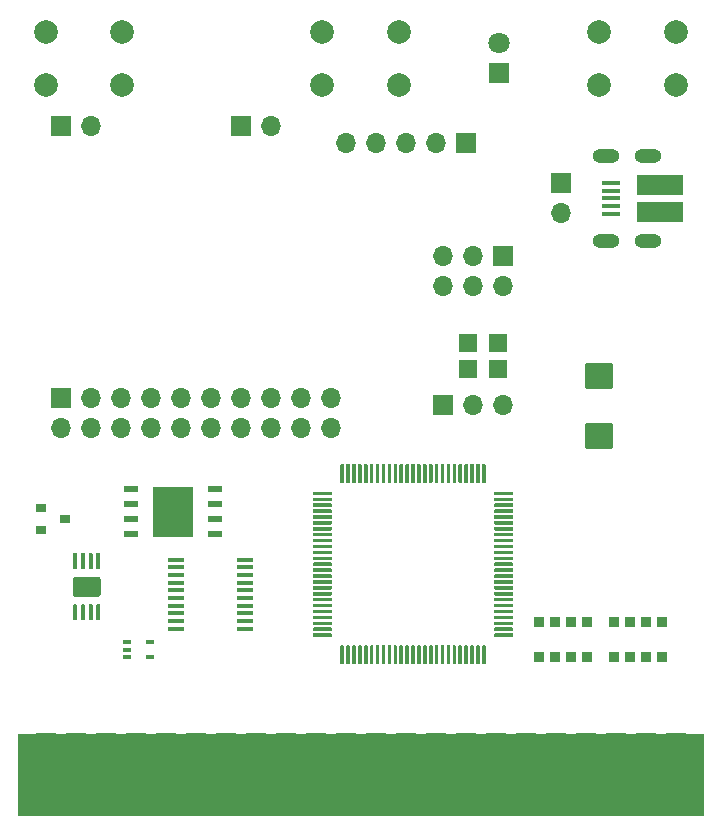
<source format=gbr>
G04 #@! TF.GenerationSoftware,KiCad,Pcbnew,(5.1.5)-3*
G04 #@! TF.CreationDate,2020-09-07T05:19:19-04:00*
G04 #@! TF.ProjectId,MONster64,4d4f4e73-7465-4723-9634-2e6b69636164,rev?*
G04 #@! TF.SameCoordinates,Original*
G04 #@! TF.FileFunction,Soldermask,Top*
G04 #@! TF.FilePolarity,Negative*
%FSLAX46Y46*%
G04 Gerber Fmt 4.6, Leading zero omitted, Abs format (unit mm)*
G04 Created by KiCad (PCBNEW (5.1.5)-3) date 2020-09-07 05:19:19*
%MOMM*%
%LPD*%
G04 APERTURE LIST*
%ADD10C,0.100000*%
%ADD11R,1.800000X1.800000*%
%ADD12C,1.800000*%
%ADD13R,1.700000X1.700000*%
%ADD14O,1.700000X1.700000*%
%ADD15R,1.500000X0.450000*%
%ADD16O,2.300000X1.200000*%
%ADD17R,3.900000X1.800000*%
%ADD18R,0.900000X0.800000*%
%ADD19R,0.900000X0.900000*%
%ADD20C,2.000000*%
%ADD21R,1.450000X0.450000*%
%ADD22R,1.200000X0.600000*%
%ADD23R,3.400000X4.300000*%
%ADD24R,1.750000X7.000000*%
%ADD25R,1.600000X1.500000*%
%ADD26R,0.650000X0.400000*%
G04 APERTURE END LIST*
D10*
G36*
X57340500Y-132461000D02*
G01*
X57340500Y-139382500D01*
X115379500Y-139382500D01*
X115379500Y-132461000D01*
X57340500Y-132461000D01*
G37*
X57340500Y-132461000D02*
X57340500Y-139382500D01*
X115379500Y-139382500D01*
X115379500Y-132461000D01*
X57340500Y-132461000D01*
D11*
X98107500Y-76517500D03*
D12*
X98107500Y-73977500D03*
D13*
X103314500Y-85852000D03*
D14*
X103314500Y-88392000D03*
D13*
X95250000Y-82423000D03*
D14*
X92710000Y-82423000D03*
X90170000Y-82423000D03*
X87630000Y-82423000D03*
X85090000Y-82423000D03*
D15*
X107581000Y-87122000D03*
X107581000Y-86472000D03*
X107581000Y-87772000D03*
X107581000Y-85822000D03*
X107581000Y-88422000D03*
D16*
X107131000Y-90722000D03*
X107131000Y-83522000D03*
D17*
X111681000Y-88272000D03*
X111681000Y-85972000D03*
D16*
X110681000Y-90722000D03*
X110681000Y-83522000D03*
D18*
X59325000Y-113350000D03*
X59325000Y-115250000D03*
X61325000Y-114300000D03*
D19*
X104165000Y-122960000D03*
X105505000Y-122960000D03*
X101505000Y-122960000D03*
X102845000Y-122960000D03*
X104165000Y-125960000D03*
X102845000Y-125960000D03*
X105505000Y-125960000D03*
X101505000Y-125960000D03*
X107855000Y-125960000D03*
X111855000Y-125960000D03*
X109195000Y-125960000D03*
X110515000Y-125960000D03*
X109195000Y-122960000D03*
X107855000Y-122960000D03*
X111855000Y-122960000D03*
X110515000Y-122960000D03*
D20*
X106553000Y-77525000D03*
X106553000Y-73025000D03*
X113053000Y-77525000D03*
X113053000Y-73025000D03*
X83121500Y-77525000D03*
X83121500Y-73025000D03*
X89621500Y-77525000D03*
X89621500Y-73025000D03*
X66190000Y-73025000D03*
X66190000Y-77525000D03*
X59690000Y-73025000D03*
X59690000Y-77525000D03*
D10*
G36*
X96887351Y-109635361D02*
G01*
X96894632Y-109636441D01*
X96901771Y-109638229D01*
X96908701Y-109640709D01*
X96915355Y-109643856D01*
X96921668Y-109647640D01*
X96927579Y-109652024D01*
X96933033Y-109656967D01*
X96937976Y-109662421D01*
X96942360Y-109668332D01*
X96946144Y-109674645D01*
X96949291Y-109681299D01*
X96951771Y-109688229D01*
X96953559Y-109695368D01*
X96954639Y-109702649D01*
X96955000Y-109710000D01*
X96955000Y-111160000D01*
X96954639Y-111167351D01*
X96953559Y-111174632D01*
X96951771Y-111181771D01*
X96949291Y-111188701D01*
X96946144Y-111195355D01*
X96942360Y-111201668D01*
X96937976Y-111207579D01*
X96933033Y-111213033D01*
X96927579Y-111217976D01*
X96921668Y-111222360D01*
X96915355Y-111226144D01*
X96908701Y-111229291D01*
X96901771Y-111231771D01*
X96894632Y-111233559D01*
X96887351Y-111234639D01*
X96880000Y-111235000D01*
X96730000Y-111235000D01*
X96722649Y-111234639D01*
X96715368Y-111233559D01*
X96708229Y-111231771D01*
X96701299Y-111229291D01*
X96694645Y-111226144D01*
X96688332Y-111222360D01*
X96682421Y-111217976D01*
X96676967Y-111213033D01*
X96672024Y-111207579D01*
X96667640Y-111201668D01*
X96663856Y-111195355D01*
X96660709Y-111188701D01*
X96658229Y-111181771D01*
X96656441Y-111174632D01*
X96655361Y-111167351D01*
X96655000Y-111160000D01*
X96655000Y-109710000D01*
X96655361Y-109702649D01*
X96656441Y-109695368D01*
X96658229Y-109688229D01*
X96660709Y-109681299D01*
X96663856Y-109674645D01*
X96667640Y-109668332D01*
X96672024Y-109662421D01*
X96676967Y-109656967D01*
X96682421Y-109652024D01*
X96688332Y-109647640D01*
X96694645Y-109643856D01*
X96701299Y-109640709D01*
X96708229Y-109638229D01*
X96715368Y-109636441D01*
X96722649Y-109635361D01*
X96730000Y-109635000D01*
X96880000Y-109635000D01*
X96887351Y-109635361D01*
G37*
G36*
X96387351Y-109635361D02*
G01*
X96394632Y-109636441D01*
X96401771Y-109638229D01*
X96408701Y-109640709D01*
X96415355Y-109643856D01*
X96421668Y-109647640D01*
X96427579Y-109652024D01*
X96433033Y-109656967D01*
X96437976Y-109662421D01*
X96442360Y-109668332D01*
X96446144Y-109674645D01*
X96449291Y-109681299D01*
X96451771Y-109688229D01*
X96453559Y-109695368D01*
X96454639Y-109702649D01*
X96455000Y-109710000D01*
X96455000Y-111160000D01*
X96454639Y-111167351D01*
X96453559Y-111174632D01*
X96451771Y-111181771D01*
X96449291Y-111188701D01*
X96446144Y-111195355D01*
X96442360Y-111201668D01*
X96437976Y-111207579D01*
X96433033Y-111213033D01*
X96427579Y-111217976D01*
X96421668Y-111222360D01*
X96415355Y-111226144D01*
X96408701Y-111229291D01*
X96401771Y-111231771D01*
X96394632Y-111233559D01*
X96387351Y-111234639D01*
X96380000Y-111235000D01*
X96230000Y-111235000D01*
X96222649Y-111234639D01*
X96215368Y-111233559D01*
X96208229Y-111231771D01*
X96201299Y-111229291D01*
X96194645Y-111226144D01*
X96188332Y-111222360D01*
X96182421Y-111217976D01*
X96176967Y-111213033D01*
X96172024Y-111207579D01*
X96167640Y-111201668D01*
X96163856Y-111195355D01*
X96160709Y-111188701D01*
X96158229Y-111181771D01*
X96156441Y-111174632D01*
X96155361Y-111167351D01*
X96155000Y-111160000D01*
X96155000Y-109710000D01*
X96155361Y-109702649D01*
X96156441Y-109695368D01*
X96158229Y-109688229D01*
X96160709Y-109681299D01*
X96163856Y-109674645D01*
X96167640Y-109668332D01*
X96172024Y-109662421D01*
X96176967Y-109656967D01*
X96182421Y-109652024D01*
X96188332Y-109647640D01*
X96194645Y-109643856D01*
X96201299Y-109640709D01*
X96208229Y-109638229D01*
X96215368Y-109636441D01*
X96222649Y-109635361D01*
X96230000Y-109635000D01*
X96380000Y-109635000D01*
X96387351Y-109635361D01*
G37*
G36*
X95887351Y-109635361D02*
G01*
X95894632Y-109636441D01*
X95901771Y-109638229D01*
X95908701Y-109640709D01*
X95915355Y-109643856D01*
X95921668Y-109647640D01*
X95927579Y-109652024D01*
X95933033Y-109656967D01*
X95937976Y-109662421D01*
X95942360Y-109668332D01*
X95946144Y-109674645D01*
X95949291Y-109681299D01*
X95951771Y-109688229D01*
X95953559Y-109695368D01*
X95954639Y-109702649D01*
X95955000Y-109710000D01*
X95955000Y-111160000D01*
X95954639Y-111167351D01*
X95953559Y-111174632D01*
X95951771Y-111181771D01*
X95949291Y-111188701D01*
X95946144Y-111195355D01*
X95942360Y-111201668D01*
X95937976Y-111207579D01*
X95933033Y-111213033D01*
X95927579Y-111217976D01*
X95921668Y-111222360D01*
X95915355Y-111226144D01*
X95908701Y-111229291D01*
X95901771Y-111231771D01*
X95894632Y-111233559D01*
X95887351Y-111234639D01*
X95880000Y-111235000D01*
X95730000Y-111235000D01*
X95722649Y-111234639D01*
X95715368Y-111233559D01*
X95708229Y-111231771D01*
X95701299Y-111229291D01*
X95694645Y-111226144D01*
X95688332Y-111222360D01*
X95682421Y-111217976D01*
X95676967Y-111213033D01*
X95672024Y-111207579D01*
X95667640Y-111201668D01*
X95663856Y-111195355D01*
X95660709Y-111188701D01*
X95658229Y-111181771D01*
X95656441Y-111174632D01*
X95655361Y-111167351D01*
X95655000Y-111160000D01*
X95655000Y-109710000D01*
X95655361Y-109702649D01*
X95656441Y-109695368D01*
X95658229Y-109688229D01*
X95660709Y-109681299D01*
X95663856Y-109674645D01*
X95667640Y-109668332D01*
X95672024Y-109662421D01*
X95676967Y-109656967D01*
X95682421Y-109652024D01*
X95688332Y-109647640D01*
X95694645Y-109643856D01*
X95701299Y-109640709D01*
X95708229Y-109638229D01*
X95715368Y-109636441D01*
X95722649Y-109635361D01*
X95730000Y-109635000D01*
X95880000Y-109635000D01*
X95887351Y-109635361D01*
G37*
G36*
X95387351Y-109635361D02*
G01*
X95394632Y-109636441D01*
X95401771Y-109638229D01*
X95408701Y-109640709D01*
X95415355Y-109643856D01*
X95421668Y-109647640D01*
X95427579Y-109652024D01*
X95433033Y-109656967D01*
X95437976Y-109662421D01*
X95442360Y-109668332D01*
X95446144Y-109674645D01*
X95449291Y-109681299D01*
X95451771Y-109688229D01*
X95453559Y-109695368D01*
X95454639Y-109702649D01*
X95455000Y-109710000D01*
X95455000Y-111160000D01*
X95454639Y-111167351D01*
X95453559Y-111174632D01*
X95451771Y-111181771D01*
X95449291Y-111188701D01*
X95446144Y-111195355D01*
X95442360Y-111201668D01*
X95437976Y-111207579D01*
X95433033Y-111213033D01*
X95427579Y-111217976D01*
X95421668Y-111222360D01*
X95415355Y-111226144D01*
X95408701Y-111229291D01*
X95401771Y-111231771D01*
X95394632Y-111233559D01*
X95387351Y-111234639D01*
X95380000Y-111235000D01*
X95230000Y-111235000D01*
X95222649Y-111234639D01*
X95215368Y-111233559D01*
X95208229Y-111231771D01*
X95201299Y-111229291D01*
X95194645Y-111226144D01*
X95188332Y-111222360D01*
X95182421Y-111217976D01*
X95176967Y-111213033D01*
X95172024Y-111207579D01*
X95167640Y-111201668D01*
X95163856Y-111195355D01*
X95160709Y-111188701D01*
X95158229Y-111181771D01*
X95156441Y-111174632D01*
X95155361Y-111167351D01*
X95155000Y-111160000D01*
X95155000Y-109710000D01*
X95155361Y-109702649D01*
X95156441Y-109695368D01*
X95158229Y-109688229D01*
X95160709Y-109681299D01*
X95163856Y-109674645D01*
X95167640Y-109668332D01*
X95172024Y-109662421D01*
X95176967Y-109656967D01*
X95182421Y-109652024D01*
X95188332Y-109647640D01*
X95194645Y-109643856D01*
X95201299Y-109640709D01*
X95208229Y-109638229D01*
X95215368Y-109636441D01*
X95222649Y-109635361D01*
X95230000Y-109635000D01*
X95380000Y-109635000D01*
X95387351Y-109635361D01*
G37*
G36*
X94887351Y-109635361D02*
G01*
X94894632Y-109636441D01*
X94901771Y-109638229D01*
X94908701Y-109640709D01*
X94915355Y-109643856D01*
X94921668Y-109647640D01*
X94927579Y-109652024D01*
X94933033Y-109656967D01*
X94937976Y-109662421D01*
X94942360Y-109668332D01*
X94946144Y-109674645D01*
X94949291Y-109681299D01*
X94951771Y-109688229D01*
X94953559Y-109695368D01*
X94954639Y-109702649D01*
X94955000Y-109710000D01*
X94955000Y-111160000D01*
X94954639Y-111167351D01*
X94953559Y-111174632D01*
X94951771Y-111181771D01*
X94949291Y-111188701D01*
X94946144Y-111195355D01*
X94942360Y-111201668D01*
X94937976Y-111207579D01*
X94933033Y-111213033D01*
X94927579Y-111217976D01*
X94921668Y-111222360D01*
X94915355Y-111226144D01*
X94908701Y-111229291D01*
X94901771Y-111231771D01*
X94894632Y-111233559D01*
X94887351Y-111234639D01*
X94880000Y-111235000D01*
X94730000Y-111235000D01*
X94722649Y-111234639D01*
X94715368Y-111233559D01*
X94708229Y-111231771D01*
X94701299Y-111229291D01*
X94694645Y-111226144D01*
X94688332Y-111222360D01*
X94682421Y-111217976D01*
X94676967Y-111213033D01*
X94672024Y-111207579D01*
X94667640Y-111201668D01*
X94663856Y-111195355D01*
X94660709Y-111188701D01*
X94658229Y-111181771D01*
X94656441Y-111174632D01*
X94655361Y-111167351D01*
X94655000Y-111160000D01*
X94655000Y-109710000D01*
X94655361Y-109702649D01*
X94656441Y-109695368D01*
X94658229Y-109688229D01*
X94660709Y-109681299D01*
X94663856Y-109674645D01*
X94667640Y-109668332D01*
X94672024Y-109662421D01*
X94676967Y-109656967D01*
X94682421Y-109652024D01*
X94688332Y-109647640D01*
X94694645Y-109643856D01*
X94701299Y-109640709D01*
X94708229Y-109638229D01*
X94715368Y-109636441D01*
X94722649Y-109635361D01*
X94730000Y-109635000D01*
X94880000Y-109635000D01*
X94887351Y-109635361D01*
G37*
G36*
X94387351Y-109635361D02*
G01*
X94394632Y-109636441D01*
X94401771Y-109638229D01*
X94408701Y-109640709D01*
X94415355Y-109643856D01*
X94421668Y-109647640D01*
X94427579Y-109652024D01*
X94433033Y-109656967D01*
X94437976Y-109662421D01*
X94442360Y-109668332D01*
X94446144Y-109674645D01*
X94449291Y-109681299D01*
X94451771Y-109688229D01*
X94453559Y-109695368D01*
X94454639Y-109702649D01*
X94455000Y-109710000D01*
X94455000Y-111160000D01*
X94454639Y-111167351D01*
X94453559Y-111174632D01*
X94451771Y-111181771D01*
X94449291Y-111188701D01*
X94446144Y-111195355D01*
X94442360Y-111201668D01*
X94437976Y-111207579D01*
X94433033Y-111213033D01*
X94427579Y-111217976D01*
X94421668Y-111222360D01*
X94415355Y-111226144D01*
X94408701Y-111229291D01*
X94401771Y-111231771D01*
X94394632Y-111233559D01*
X94387351Y-111234639D01*
X94380000Y-111235000D01*
X94230000Y-111235000D01*
X94222649Y-111234639D01*
X94215368Y-111233559D01*
X94208229Y-111231771D01*
X94201299Y-111229291D01*
X94194645Y-111226144D01*
X94188332Y-111222360D01*
X94182421Y-111217976D01*
X94176967Y-111213033D01*
X94172024Y-111207579D01*
X94167640Y-111201668D01*
X94163856Y-111195355D01*
X94160709Y-111188701D01*
X94158229Y-111181771D01*
X94156441Y-111174632D01*
X94155361Y-111167351D01*
X94155000Y-111160000D01*
X94155000Y-109710000D01*
X94155361Y-109702649D01*
X94156441Y-109695368D01*
X94158229Y-109688229D01*
X94160709Y-109681299D01*
X94163856Y-109674645D01*
X94167640Y-109668332D01*
X94172024Y-109662421D01*
X94176967Y-109656967D01*
X94182421Y-109652024D01*
X94188332Y-109647640D01*
X94194645Y-109643856D01*
X94201299Y-109640709D01*
X94208229Y-109638229D01*
X94215368Y-109636441D01*
X94222649Y-109635361D01*
X94230000Y-109635000D01*
X94380000Y-109635000D01*
X94387351Y-109635361D01*
G37*
G36*
X93887351Y-109635361D02*
G01*
X93894632Y-109636441D01*
X93901771Y-109638229D01*
X93908701Y-109640709D01*
X93915355Y-109643856D01*
X93921668Y-109647640D01*
X93927579Y-109652024D01*
X93933033Y-109656967D01*
X93937976Y-109662421D01*
X93942360Y-109668332D01*
X93946144Y-109674645D01*
X93949291Y-109681299D01*
X93951771Y-109688229D01*
X93953559Y-109695368D01*
X93954639Y-109702649D01*
X93955000Y-109710000D01*
X93955000Y-111160000D01*
X93954639Y-111167351D01*
X93953559Y-111174632D01*
X93951771Y-111181771D01*
X93949291Y-111188701D01*
X93946144Y-111195355D01*
X93942360Y-111201668D01*
X93937976Y-111207579D01*
X93933033Y-111213033D01*
X93927579Y-111217976D01*
X93921668Y-111222360D01*
X93915355Y-111226144D01*
X93908701Y-111229291D01*
X93901771Y-111231771D01*
X93894632Y-111233559D01*
X93887351Y-111234639D01*
X93880000Y-111235000D01*
X93730000Y-111235000D01*
X93722649Y-111234639D01*
X93715368Y-111233559D01*
X93708229Y-111231771D01*
X93701299Y-111229291D01*
X93694645Y-111226144D01*
X93688332Y-111222360D01*
X93682421Y-111217976D01*
X93676967Y-111213033D01*
X93672024Y-111207579D01*
X93667640Y-111201668D01*
X93663856Y-111195355D01*
X93660709Y-111188701D01*
X93658229Y-111181771D01*
X93656441Y-111174632D01*
X93655361Y-111167351D01*
X93655000Y-111160000D01*
X93655000Y-109710000D01*
X93655361Y-109702649D01*
X93656441Y-109695368D01*
X93658229Y-109688229D01*
X93660709Y-109681299D01*
X93663856Y-109674645D01*
X93667640Y-109668332D01*
X93672024Y-109662421D01*
X93676967Y-109656967D01*
X93682421Y-109652024D01*
X93688332Y-109647640D01*
X93694645Y-109643856D01*
X93701299Y-109640709D01*
X93708229Y-109638229D01*
X93715368Y-109636441D01*
X93722649Y-109635361D01*
X93730000Y-109635000D01*
X93880000Y-109635000D01*
X93887351Y-109635361D01*
G37*
G36*
X93387351Y-109635361D02*
G01*
X93394632Y-109636441D01*
X93401771Y-109638229D01*
X93408701Y-109640709D01*
X93415355Y-109643856D01*
X93421668Y-109647640D01*
X93427579Y-109652024D01*
X93433033Y-109656967D01*
X93437976Y-109662421D01*
X93442360Y-109668332D01*
X93446144Y-109674645D01*
X93449291Y-109681299D01*
X93451771Y-109688229D01*
X93453559Y-109695368D01*
X93454639Y-109702649D01*
X93455000Y-109710000D01*
X93455000Y-111160000D01*
X93454639Y-111167351D01*
X93453559Y-111174632D01*
X93451771Y-111181771D01*
X93449291Y-111188701D01*
X93446144Y-111195355D01*
X93442360Y-111201668D01*
X93437976Y-111207579D01*
X93433033Y-111213033D01*
X93427579Y-111217976D01*
X93421668Y-111222360D01*
X93415355Y-111226144D01*
X93408701Y-111229291D01*
X93401771Y-111231771D01*
X93394632Y-111233559D01*
X93387351Y-111234639D01*
X93380000Y-111235000D01*
X93230000Y-111235000D01*
X93222649Y-111234639D01*
X93215368Y-111233559D01*
X93208229Y-111231771D01*
X93201299Y-111229291D01*
X93194645Y-111226144D01*
X93188332Y-111222360D01*
X93182421Y-111217976D01*
X93176967Y-111213033D01*
X93172024Y-111207579D01*
X93167640Y-111201668D01*
X93163856Y-111195355D01*
X93160709Y-111188701D01*
X93158229Y-111181771D01*
X93156441Y-111174632D01*
X93155361Y-111167351D01*
X93155000Y-111160000D01*
X93155000Y-109710000D01*
X93155361Y-109702649D01*
X93156441Y-109695368D01*
X93158229Y-109688229D01*
X93160709Y-109681299D01*
X93163856Y-109674645D01*
X93167640Y-109668332D01*
X93172024Y-109662421D01*
X93176967Y-109656967D01*
X93182421Y-109652024D01*
X93188332Y-109647640D01*
X93194645Y-109643856D01*
X93201299Y-109640709D01*
X93208229Y-109638229D01*
X93215368Y-109636441D01*
X93222649Y-109635361D01*
X93230000Y-109635000D01*
X93380000Y-109635000D01*
X93387351Y-109635361D01*
G37*
G36*
X92887351Y-109635361D02*
G01*
X92894632Y-109636441D01*
X92901771Y-109638229D01*
X92908701Y-109640709D01*
X92915355Y-109643856D01*
X92921668Y-109647640D01*
X92927579Y-109652024D01*
X92933033Y-109656967D01*
X92937976Y-109662421D01*
X92942360Y-109668332D01*
X92946144Y-109674645D01*
X92949291Y-109681299D01*
X92951771Y-109688229D01*
X92953559Y-109695368D01*
X92954639Y-109702649D01*
X92955000Y-109710000D01*
X92955000Y-111160000D01*
X92954639Y-111167351D01*
X92953559Y-111174632D01*
X92951771Y-111181771D01*
X92949291Y-111188701D01*
X92946144Y-111195355D01*
X92942360Y-111201668D01*
X92937976Y-111207579D01*
X92933033Y-111213033D01*
X92927579Y-111217976D01*
X92921668Y-111222360D01*
X92915355Y-111226144D01*
X92908701Y-111229291D01*
X92901771Y-111231771D01*
X92894632Y-111233559D01*
X92887351Y-111234639D01*
X92880000Y-111235000D01*
X92730000Y-111235000D01*
X92722649Y-111234639D01*
X92715368Y-111233559D01*
X92708229Y-111231771D01*
X92701299Y-111229291D01*
X92694645Y-111226144D01*
X92688332Y-111222360D01*
X92682421Y-111217976D01*
X92676967Y-111213033D01*
X92672024Y-111207579D01*
X92667640Y-111201668D01*
X92663856Y-111195355D01*
X92660709Y-111188701D01*
X92658229Y-111181771D01*
X92656441Y-111174632D01*
X92655361Y-111167351D01*
X92655000Y-111160000D01*
X92655000Y-109710000D01*
X92655361Y-109702649D01*
X92656441Y-109695368D01*
X92658229Y-109688229D01*
X92660709Y-109681299D01*
X92663856Y-109674645D01*
X92667640Y-109668332D01*
X92672024Y-109662421D01*
X92676967Y-109656967D01*
X92682421Y-109652024D01*
X92688332Y-109647640D01*
X92694645Y-109643856D01*
X92701299Y-109640709D01*
X92708229Y-109638229D01*
X92715368Y-109636441D01*
X92722649Y-109635361D01*
X92730000Y-109635000D01*
X92880000Y-109635000D01*
X92887351Y-109635361D01*
G37*
G36*
X92387351Y-109635361D02*
G01*
X92394632Y-109636441D01*
X92401771Y-109638229D01*
X92408701Y-109640709D01*
X92415355Y-109643856D01*
X92421668Y-109647640D01*
X92427579Y-109652024D01*
X92433033Y-109656967D01*
X92437976Y-109662421D01*
X92442360Y-109668332D01*
X92446144Y-109674645D01*
X92449291Y-109681299D01*
X92451771Y-109688229D01*
X92453559Y-109695368D01*
X92454639Y-109702649D01*
X92455000Y-109710000D01*
X92455000Y-111160000D01*
X92454639Y-111167351D01*
X92453559Y-111174632D01*
X92451771Y-111181771D01*
X92449291Y-111188701D01*
X92446144Y-111195355D01*
X92442360Y-111201668D01*
X92437976Y-111207579D01*
X92433033Y-111213033D01*
X92427579Y-111217976D01*
X92421668Y-111222360D01*
X92415355Y-111226144D01*
X92408701Y-111229291D01*
X92401771Y-111231771D01*
X92394632Y-111233559D01*
X92387351Y-111234639D01*
X92380000Y-111235000D01*
X92230000Y-111235000D01*
X92222649Y-111234639D01*
X92215368Y-111233559D01*
X92208229Y-111231771D01*
X92201299Y-111229291D01*
X92194645Y-111226144D01*
X92188332Y-111222360D01*
X92182421Y-111217976D01*
X92176967Y-111213033D01*
X92172024Y-111207579D01*
X92167640Y-111201668D01*
X92163856Y-111195355D01*
X92160709Y-111188701D01*
X92158229Y-111181771D01*
X92156441Y-111174632D01*
X92155361Y-111167351D01*
X92155000Y-111160000D01*
X92155000Y-109710000D01*
X92155361Y-109702649D01*
X92156441Y-109695368D01*
X92158229Y-109688229D01*
X92160709Y-109681299D01*
X92163856Y-109674645D01*
X92167640Y-109668332D01*
X92172024Y-109662421D01*
X92176967Y-109656967D01*
X92182421Y-109652024D01*
X92188332Y-109647640D01*
X92194645Y-109643856D01*
X92201299Y-109640709D01*
X92208229Y-109638229D01*
X92215368Y-109636441D01*
X92222649Y-109635361D01*
X92230000Y-109635000D01*
X92380000Y-109635000D01*
X92387351Y-109635361D01*
G37*
G36*
X91887351Y-109635361D02*
G01*
X91894632Y-109636441D01*
X91901771Y-109638229D01*
X91908701Y-109640709D01*
X91915355Y-109643856D01*
X91921668Y-109647640D01*
X91927579Y-109652024D01*
X91933033Y-109656967D01*
X91937976Y-109662421D01*
X91942360Y-109668332D01*
X91946144Y-109674645D01*
X91949291Y-109681299D01*
X91951771Y-109688229D01*
X91953559Y-109695368D01*
X91954639Y-109702649D01*
X91955000Y-109710000D01*
X91955000Y-111160000D01*
X91954639Y-111167351D01*
X91953559Y-111174632D01*
X91951771Y-111181771D01*
X91949291Y-111188701D01*
X91946144Y-111195355D01*
X91942360Y-111201668D01*
X91937976Y-111207579D01*
X91933033Y-111213033D01*
X91927579Y-111217976D01*
X91921668Y-111222360D01*
X91915355Y-111226144D01*
X91908701Y-111229291D01*
X91901771Y-111231771D01*
X91894632Y-111233559D01*
X91887351Y-111234639D01*
X91880000Y-111235000D01*
X91730000Y-111235000D01*
X91722649Y-111234639D01*
X91715368Y-111233559D01*
X91708229Y-111231771D01*
X91701299Y-111229291D01*
X91694645Y-111226144D01*
X91688332Y-111222360D01*
X91682421Y-111217976D01*
X91676967Y-111213033D01*
X91672024Y-111207579D01*
X91667640Y-111201668D01*
X91663856Y-111195355D01*
X91660709Y-111188701D01*
X91658229Y-111181771D01*
X91656441Y-111174632D01*
X91655361Y-111167351D01*
X91655000Y-111160000D01*
X91655000Y-109710000D01*
X91655361Y-109702649D01*
X91656441Y-109695368D01*
X91658229Y-109688229D01*
X91660709Y-109681299D01*
X91663856Y-109674645D01*
X91667640Y-109668332D01*
X91672024Y-109662421D01*
X91676967Y-109656967D01*
X91682421Y-109652024D01*
X91688332Y-109647640D01*
X91694645Y-109643856D01*
X91701299Y-109640709D01*
X91708229Y-109638229D01*
X91715368Y-109636441D01*
X91722649Y-109635361D01*
X91730000Y-109635000D01*
X91880000Y-109635000D01*
X91887351Y-109635361D01*
G37*
G36*
X91387351Y-109635361D02*
G01*
X91394632Y-109636441D01*
X91401771Y-109638229D01*
X91408701Y-109640709D01*
X91415355Y-109643856D01*
X91421668Y-109647640D01*
X91427579Y-109652024D01*
X91433033Y-109656967D01*
X91437976Y-109662421D01*
X91442360Y-109668332D01*
X91446144Y-109674645D01*
X91449291Y-109681299D01*
X91451771Y-109688229D01*
X91453559Y-109695368D01*
X91454639Y-109702649D01*
X91455000Y-109710000D01*
X91455000Y-111160000D01*
X91454639Y-111167351D01*
X91453559Y-111174632D01*
X91451771Y-111181771D01*
X91449291Y-111188701D01*
X91446144Y-111195355D01*
X91442360Y-111201668D01*
X91437976Y-111207579D01*
X91433033Y-111213033D01*
X91427579Y-111217976D01*
X91421668Y-111222360D01*
X91415355Y-111226144D01*
X91408701Y-111229291D01*
X91401771Y-111231771D01*
X91394632Y-111233559D01*
X91387351Y-111234639D01*
X91380000Y-111235000D01*
X91230000Y-111235000D01*
X91222649Y-111234639D01*
X91215368Y-111233559D01*
X91208229Y-111231771D01*
X91201299Y-111229291D01*
X91194645Y-111226144D01*
X91188332Y-111222360D01*
X91182421Y-111217976D01*
X91176967Y-111213033D01*
X91172024Y-111207579D01*
X91167640Y-111201668D01*
X91163856Y-111195355D01*
X91160709Y-111188701D01*
X91158229Y-111181771D01*
X91156441Y-111174632D01*
X91155361Y-111167351D01*
X91155000Y-111160000D01*
X91155000Y-109710000D01*
X91155361Y-109702649D01*
X91156441Y-109695368D01*
X91158229Y-109688229D01*
X91160709Y-109681299D01*
X91163856Y-109674645D01*
X91167640Y-109668332D01*
X91172024Y-109662421D01*
X91176967Y-109656967D01*
X91182421Y-109652024D01*
X91188332Y-109647640D01*
X91194645Y-109643856D01*
X91201299Y-109640709D01*
X91208229Y-109638229D01*
X91215368Y-109636441D01*
X91222649Y-109635361D01*
X91230000Y-109635000D01*
X91380000Y-109635000D01*
X91387351Y-109635361D01*
G37*
G36*
X90887351Y-109635361D02*
G01*
X90894632Y-109636441D01*
X90901771Y-109638229D01*
X90908701Y-109640709D01*
X90915355Y-109643856D01*
X90921668Y-109647640D01*
X90927579Y-109652024D01*
X90933033Y-109656967D01*
X90937976Y-109662421D01*
X90942360Y-109668332D01*
X90946144Y-109674645D01*
X90949291Y-109681299D01*
X90951771Y-109688229D01*
X90953559Y-109695368D01*
X90954639Y-109702649D01*
X90955000Y-109710000D01*
X90955000Y-111160000D01*
X90954639Y-111167351D01*
X90953559Y-111174632D01*
X90951771Y-111181771D01*
X90949291Y-111188701D01*
X90946144Y-111195355D01*
X90942360Y-111201668D01*
X90937976Y-111207579D01*
X90933033Y-111213033D01*
X90927579Y-111217976D01*
X90921668Y-111222360D01*
X90915355Y-111226144D01*
X90908701Y-111229291D01*
X90901771Y-111231771D01*
X90894632Y-111233559D01*
X90887351Y-111234639D01*
X90880000Y-111235000D01*
X90730000Y-111235000D01*
X90722649Y-111234639D01*
X90715368Y-111233559D01*
X90708229Y-111231771D01*
X90701299Y-111229291D01*
X90694645Y-111226144D01*
X90688332Y-111222360D01*
X90682421Y-111217976D01*
X90676967Y-111213033D01*
X90672024Y-111207579D01*
X90667640Y-111201668D01*
X90663856Y-111195355D01*
X90660709Y-111188701D01*
X90658229Y-111181771D01*
X90656441Y-111174632D01*
X90655361Y-111167351D01*
X90655000Y-111160000D01*
X90655000Y-109710000D01*
X90655361Y-109702649D01*
X90656441Y-109695368D01*
X90658229Y-109688229D01*
X90660709Y-109681299D01*
X90663856Y-109674645D01*
X90667640Y-109668332D01*
X90672024Y-109662421D01*
X90676967Y-109656967D01*
X90682421Y-109652024D01*
X90688332Y-109647640D01*
X90694645Y-109643856D01*
X90701299Y-109640709D01*
X90708229Y-109638229D01*
X90715368Y-109636441D01*
X90722649Y-109635361D01*
X90730000Y-109635000D01*
X90880000Y-109635000D01*
X90887351Y-109635361D01*
G37*
G36*
X90387351Y-109635361D02*
G01*
X90394632Y-109636441D01*
X90401771Y-109638229D01*
X90408701Y-109640709D01*
X90415355Y-109643856D01*
X90421668Y-109647640D01*
X90427579Y-109652024D01*
X90433033Y-109656967D01*
X90437976Y-109662421D01*
X90442360Y-109668332D01*
X90446144Y-109674645D01*
X90449291Y-109681299D01*
X90451771Y-109688229D01*
X90453559Y-109695368D01*
X90454639Y-109702649D01*
X90455000Y-109710000D01*
X90455000Y-111160000D01*
X90454639Y-111167351D01*
X90453559Y-111174632D01*
X90451771Y-111181771D01*
X90449291Y-111188701D01*
X90446144Y-111195355D01*
X90442360Y-111201668D01*
X90437976Y-111207579D01*
X90433033Y-111213033D01*
X90427579Y-111217976D01*
X90421668Y-111222360D01*
X90415355Y-111226144D01*
X90408701Y-111229291D01*
X90401771Y-111231771D01*
X90394632Y-111233559D01*
X90387351Y-111234639D01*
X90380000Y-111235000D01*
X90230000Y-111235000D01*
X90222649Y-111234639D01*
X90215368Y-111233559D01*
X90208229Y-111231771D01*
X90201299Y-111229291D01*
X90194645Y-111226144D01*
X90188332Y-111222360D01*
X90182421Y-111217976D01*
X90176967Y-111213033D01*
X90172024Y-111207579D01*
X90167640Y-111201668D01*
X90163856Y-111195355D01*
X90160709Y-111188701D01*
X90158229Y-111181771D01*
X90156441Y-111174632D01*
X90155361Y-111167351D01*
X90155000Y-111160000D01*
X90155000Y-109710000D01*
X90155361Y-109702649D01*
X90156441Y-109695368D01*
X90158229Y-109688229D01*
X90160709Y-109681299D01*
X90163856Y-109674645D01*
X90167640Y-109668332D01*
X90172024Y-109662421D01*
X90176967Y-109656967D01*
X90182421Y-109652024D01*
X90188332Y-109647640D01*
X90194645Y-109643856D01*
X90201299Y-109640709D01*
X90208229Y-109638229D01*
X90215368Y-109636441D01*
X90222649Y-109635361D01*
X90230000Y-109635000D01*
X90380000Y-109635000D01*
X90387351Y-109635361D01*
G37*
G36*
X89887351Y-109635361D02*
G01*
X89894632Y-109636441D01*
X89901771Y-109638229D01*
X89908701Y-109640709D01*
X89915355Y-109643856D01*
X89921668Y-109647640D01*
X89927579Y-109652024D01*
X89933033Y-109656967D01*
X89937976Y-109662421D01*
X89942360Y-109668332D01*
X89946144Y-109674645D01*
X89949291Y-109681299D01*
X89951771Y-109688229D01*
X89953559Y-109695368D01*
X89954639Y-109702649D01*
X89955000Y-109710000D01*
X89955000Y-111160000D01*
X89954639Y-111167351D01*
X89953559Y-111174632D01*
X89951771Y-111181771D01*
X89949291Y-111188701D01*
X89946144Y-111195355D01*
X89942360Y-111201668D01*
X89937976Y-111207579D01*
X89933033Y-111213033D01*
X89927579Y-111217976D01*
X89921668Y-111222360D01*
X89915355Y-111226144D01*
X89908701Y-111229291D01*
X89901771Y-111231771D01*
X89894632Y-111233559D01*
X89887351Y-111234639D01*
X89880000Y-111235000D01*
X89730000Y-111235000D01*
X89722649Y-111234639D01*
X89715368Y-111233559D01*
X89708229Y-111231771D01*
X89701299Y-111229291D01*
X89694645Y-111226144D01*
X89688332Y-111222360D01*
X89682421Y-111217976D01*
X89676967Y-111213033D01*
X89672024Y-111207579D01*
X89667640Y-111201668D01*
X89663856Y-111195355D01*
X89660709Y-111188701D01*
X89658229Y-111181771D01*
X89656441Y-111174632D01*
X89655361Y-111167351D01*
X89655000Y-111160000D01*
X89655000Y-109710000D01*
X89655361Y-109702649D01*
X89656441Y-109695368D01*
X89658229Y-109688229D01*
X89660709Y-109681299D01*
X89663856Y-109674645D01*
X89667640Y-109668332D01*
X89672024Y-109662421D01*
X89676967Y-109656967D01*
X89682421Y-109652024D01*
X89688332Y-109647640D01*
X89694645Y-109643856D01*
X89701299Y-109640709D01*
X89708229Y-109638229D01*
X89715368Y-109636441D01*
X89722649Y-109635361D01*
X89730000Y-109635000D01*
X89880000Y-109635000D01*
X89887351Y-109635361D01*
G37*
G36*
X89387351Y-109635361D02*
G01*
X89394632Y-109636441D01*
X89401771Y-109638229D01*
X89408701Y-109640709D01*
X89415355Y-109643856D01*
X89421668Y-109647640D01*
X89427579Y-109652024D01*
X89433033Y-109656967D01*
X89437976Y-109662421D01*
X89442360Y-109668332D01*
X89446144Y-109674645D01*
X89449291Y-109681299D01*
X89451771Y-109688229D01*
X89453559Y-109695368D01*
X89454639Y-109702649D01*
X89455000Y-109710000D01*
X89455000Y-111160000D01*
X89454639Y-111167351D01*
X89453559Y-111174632D01*
X89451771Y-111181771D01*
X89449291Y-111188701D01*
X89446144Y-111195355D01*
X89442360Y-111201668D01*
X89437976Y-111207579D01*
X89433033Y-111213033D01*
X89427579Y-111217976D01*
X89421668Y-111222360D01*
X89415355Y-111226144D01*
X89408701Y-111229291D01*
X89401771Y-111231771D01*
X89394632Y-111233559D01*
X89387351Y-111234639D01*
X89380000Y-111235000D01*
X89230000Y-111235000D01*
X89222649Y-111234639D01*
X89215368Y-111233559D01*
X89208229Y-111231771D01*
X89201299Y-111229291D01*
X89194645Y-111226144D01*
X89188332Y-111222360D01*
X89182421Y-111217976D01*
X89176967Y-111213033D01*
X89172024Y-111207579D01*
X89167640Y-111201668D01*
X89163856Y-111195355D01*
X89160709Y-111188701D01*
X89158229Y-111181771D01*
X89156441Y-111174632D01*
X89155361Y-111167351D01*
X89155000Y-111160000D01*
X89155000Y-109710000D01*
X89155361Y-109702649D01*
X89156441Y-109695368D01*
X89158229Y-109688229D01*
X89160709Y-109681299D01*
X89163856Y-109674645D01*
X89167640Y-109668332D01*
X89172024Y-109662421D01*
X89176967Y-109656967D01*
X89182421Y-109652024D01*
X89188332Y-109647640D01*
X89194645Y-109643856D01*
X89201299Y-109640709D01*
X89208229Y-109638229D01*
X89215368Y-109636441D01*
X89222649Y-109635361D01*
X89230000Y-109635000D01*
X89380000Y-109635000D01*
X89387351Y-109635361D01*
G37*
G36*
X88887351Y-109635361D02*
G01*
X88894632Y-109636441D01*
X88901771Y-109638229D01*
X88908701Y-109640709D01*
X88915355Y-109643856D01*
X88921668Y-109647640D01*
X88927579Y-109652024D01*
X88933033Y-109656967D01*
X88937976Y-109662421D01*
X88942360Y-109668332D01*
X88946144Y-109674645D01*
X88949291Y-109681299D01*
X88951771Y-109688229D01*
X88953559Y-109695368D01*
X88954639Y-109702649D01*
X88955000Y-109710000D01*
X88955000Y-111160000D01*
X88954639Y-111167351D01*
X88953559Y-111174632D01*
X88951771Y-111181771D01*
X88949291Y-111188701D01*
X88946144Y-111195355D01*
X88942360Y-111201668D01*
X88937976Y-111207579D01*
X88933033Y-111213033D01*
X88927579Y-111217976D01*
X88921668Y-111222360D01*
X88915355Y-111226144D01*
X88908701Y-111229291D01*
X88901771Y-111231771D01*
X88894632Y-111233559D01*
X88887351Y-111234639D01*
X88880000Y-111235000D01*
X88730000Y-111235000D01*
X88722649Y-111234639D01*
X88715368Y-111233559D01*
X88708229Y-111231771D01*
X88701299Y-111229291D01*
X88694645Y-111226144D01*
X88688332Y-111222360D01*
X88682421Y-111217976D01*
X88676967Y-111213033D01*
X88672024Y-111207579D01*
X88667640Y-111201668D01*
X88663856Y-111195355D01*
X88660709Y-111188701D01*
X88658229Y-111181771D01*
X88656441Y-111174632D01*
X88655361Y-111167351D01*
X88655000Y-111160000D01*
X88655000Y-109710000D01*
X88655361Y-109702649D01*
X88656441Y-109695368D01*
X88658229Y-109688229D01*
X88660709Y-109681299D01*
X88663856Y-109674645D01*
X88667640Y-109668332D01*
X88672024Y-109662421D01*
X88676967Y-109656967D01*
X88682421Y-109652024D01*
X88688332Y-109647640D01*
X88694645Y-109643856D01*
X88701299Y-109640709D01*
X88708229Y-109638229D01*
X88715368Y-109636441D01*
X88722649Y-109635361D01*
X88730000Y-109635000D01*
X88880000Y-109635000D01*
X88887351Y-109635361D01*
G37*
G36*
X88387351Y-109635361D02*
G01*
X88394632Y-109636441D01*
X88401771Y-109638229D01*
X88408701Y-109640709D01*
X88415355Y-109643856D01*
X88421668Y-109647640D01*
X88427579Y-109652024D01*
X88433033Y-109656967D01*
X88437976Y-109662421D01*
X88442360Y-109668332D01*
X88446144Y-109674645D01*
X88449291Y-109681299D01*
X88451771Y-109688229D01*
X88453559Y-109695368D01*
X88454639Y-109702649D01*
X88455000Y-109710000D01*
X88455000Y-111160000D01*
X88454639Y-111167351D01*
X88453559Y-111174632D01*
X88451771Y-111181771D01*
X88449291Y-111188701D01*
X88446144Y-111195355D01*
X88442360Y-111201668D01*
X88437976Y-111207579D01*
X88433033Y-111213033D01*
X88427579Y-111217976D01*
X88421668Y-111222360D01*
X88415355Y-111226144D01*
X88408701Y-111229291D01*
X88401771Y-111231771D01*
X88394632Y-111233559D01*
X88387351Y-111234639D01*
X88380000Y-111235000D01*
X88230000Y-111235000D01*
X88222649Y-111234639D01*
X88215368Y-111233559D01*
X88208229Y-111231771D01*
X88201299Y-111229291D01*
X88194645Y-111226144D01*
X88188332Y-111222360D01*
X88182421Y-111217976D01*
X88176967Y-111213033D01*
X88172024Y-111207579D01*
X88167640Y-111201668D01*
X88163856Y-111195355D01*
X88160709Y-111188701D01*
X88158229Y-111181771D01*
X88156441Y-111174632D01*
X88155361Y-111167351D01*
X88155000Y-111160000D01*
X88155000Y-109710000D01*
X88155361Y-109702649D01*
X88156441Y-109695368D01*
X88158229Y-109688229D01*
X88160709Y-109681299D01*
X88163856Y-109674645D01*
X88167640Y-109668332D01*
X88172024Y-109662421D01*
X88176967Y-109656967D01*
X88182421Y-109652024D01*
X88188332Y-109647640D01*
X88194645Y-109643856D01*
X88201299Y-109640709D01*
X88208229Y-109638229D01*
X88215368Y-109636441D01*
X88222649Y-109635361D01*
X88230000Y-109635000D01*
X88380000Y-109635000D01*
X88387351Y-109635361D01*
G37*
G36*
X87887351Y-109635361D02*
G01*
X87894632Y-109636441D01*
X87901771Y-109638229D01*
X87908701Y-109640709D01*
X87915355Y-109643856D01*
X87921668Y-109647640D01*
X87927579Y-109652024D01*
X87933033Y-109656967D01*
X87937976Y-109662421D01*
X87942360Y-109668332D01*
X87946144Y-109674645D01*
X87949291Y-109681299D01*
X87951771Y-109688229D01*
X87953559Y-109695368D01*
X87954639Y-109702649D01*
X87955000Y-109710000D01*
X87955000Y-111160000D01*
X87954639Y-111167351D01*
X87953559Y-111174632D01*
X87951771Y-111181771D01*
X87949291Y-111188701D01*
X87946144Y-111195355D01*
X87942360Y-111201668D01*
X87937976Y-111207579D01*
X87933033Y-111213033D01*
X87927579Y-111217976D01*
X87921668Y-111222360D01*
X87915355Y-111226144D01*
X87908701Y-111229291D01*
X87901771Y-111231771D01*
X87894632Y-111233559D01*
X87887351Y-111234639D01*
X87880000Y-111235000D01*
X87730000Y-111235000D01*
X87722649Y-111234639D01*
X87715368Y-111233559D01*
X87708229Y-111231771D01*
X87701299Y-111229291D01*
X87694645Y-111226144D01*
X87688332Y-111222360D01*
X87682421Y-111217976D01*
X87676967Y-111213033D01*
X87672024Y-111207579D01*
X87667640Y-111201668D01*
X87663856Y-111195355D01*
X87660709Y-111188701D01*
X87658229Y-111181771D01*
X87656441Y-111174632D01*
X87655361Y-111167351D01*
X87655000Y-111160000D01*
X87655000Y-109710000D01*
X87655361Y-109702649D01*
X87656441Y-109695368D01*
X87658229Y-109688229D01*
X87660709Y-109681299D01*
X87663856Y-109674645D01*
X87667640Y-109668332D01*
X87672024Y-109662421D01*
X87676967Y-109656967D01*
X87682421Y-109652024D01*
X87688332Y-109647640D01*
X87694645Y-109643856D01*
X87701299Y-109640709D01*
X87708229Y-109638229D01*
X87715368Y-109636441D01*
X87722649Y-109635361D01*
X87730000Y-109635000D01*
X87880000Y-109635000D01*
X87887351Y-109635361D01*
G37*
G36*
X87387351Y-109635361D02*
G01*
X87394632Y-109636441D01*
X87401771Y-109638229D01*
X87408701Y-109640709D01*
X87415355Y-109643856D01*
X87421668Y-109647640D01*
X87427579Y-109652024D01*
X87433033Y-109656967D01*
X87437976Y-109662421D01*
X87442360Y-109668332D01*
X87446144Y-109674645D01*
X87449291Y-109681299D01*
X87451771Y-109688229D01*
X87453559Y-109695368D01*
X87454639Y-109702649D01*
X87455000Y-109710000D01*
X87455000Y-111160000D01*
X87454639Y-111167351D01*
X87453559Y-111174632D01*
X87451771Y-111181771D01*
X87449291Y-111188701D01*
X87446144Y-111195355D01*
X87442360Y-111201668D01*
X87437976Y-111207579D01*
X87433033Y-111213033D01*
X87427579Y-111217976D01*
X87421668Y-111222360D01*
X87415355Y-111226144D01*
X87408701Y-111229291D01*
X87401771Y-111231771D01*
X87394632Y-111233559D01*
X87387351Y-111234639D01*
X87380000Y-111235000D01*
X87230000Y-111235000D01*
X87222649Y-111234639D01*
X87215368Y-111233559D01*
X87208229Y-111231771D01*
X87201299Y-111229291D01*
X87194645Y-111226144D01*
X87188332Y-111222360D01*
X87182421Y-111217976D01*
X87176967Y-111213033D01*
X87172024Y-111207579D01*
X87167640Y-111201668D01*
X87163856Y-111195355D01*
X87160709Y-111188701D01*
X87158229Y-111181771D01*
X87156441Y-111174632D01*
X87155361Y-111167351D01*
X87155000Y-111160000D01*
X87155000Y-109710000D01*
X87155361Y-109702649D01*
X87156441Y-109695368D01*
X87158229Y-109688229D01*
X87160709Y-109681299D01*
X87163856Y-109674645D01*
X87167640Y-109668332D01*
X87172024Y-109662421D01*
X87176967Y-109656967D01*
X87182421Y-109652024D01*
X87188332Y-109647640D01*
X87194645Y-109643856D01*
X87201299Y-109640709D01*
X87208229Y-109638229D01*
X87215368Y-109636441D01*
X87222649Y-109635361D01*
X87230000Y-109635000D01*
X87380000Y-109635000D01*
X87387351Y-109635361D01*
G37*
G36*
X86887351Y-109635361D02*
G01*
X86894632Y-109636441D01*
X86901771Y-109638229D01*
X86908701Y-109640709D01*
X86915355Y-109643856D01*
X86921668Y-109647640D01*
X86927579Y-109652024D01*
X86933033Y-109656967D01*
X86937976Y-109662421D01*
X86942360Y-109668332D01*
X86946144Y-109674645D01*
X86949291Y-109681299D01*
X86951771Y-109688229D01*
X86953559Y-109695368D01*
X86954639Y-109702649D01*
X86955000Y-109710000D01*
X86955000Y-111160000D01*
X86954639Y-111167351D01*
X86953559Y-111174632D01*
X86951771Y-111181771D01*
X86949291Y-111188701D01*
X86946144Y-111195355D01*
X86942360Y-111201668D01*
X86937976Y-111207579D01*
X86933033Y-111213033D01*
X86927579Y-111217976D01*
X86921668Y-111222360D01*
X86915355Y-111226144D01*
X86908701Y-111229291D01*
X86901771Y-111231771D01*
X86894632Y-111233559D01*
X86887351Y-111234639D01*
X86880000Y-111235000D01*
X86730000Y-111235000D01*
X86722649Y-111234639D01*
X86715368Y-111233559D01*
X86708229Y-111231771D01*
X86701299Y-111229291D01*
X86694645Y-111226144D01*
X86688332Y-111222360D01*
X86682421Y-111217976D01*
X86676967Y-111213033D01*
X86672024Y-111207579D01*
X86667640Y-111201668D01*
X86663856Y-111195355D01*
X86660709Y-111188701D01*
X86658229Y-111181771D01*
X86656441Y-111174632D01*
X86655361Y-111167351D01*
X86655000Y-111160000D01*
X86655000Y-109710000D01*
X86655361Y-109702649D01*
X86656441Y-109695368D01*
X86658229Y-109688229D01*
X86660709Y-109681299D01*
X86663856Y-109674645D01*
X86667640Y-109668332D01*
X86672024Y-109662421D01*
X86676967Y-109656967D01*
X86682421Y-109652024D01*
X86688332Y-109647640D01*
X86694645Y-109643856D01*
X86701299Y-109640709D01*
X86708229Y-109638229D01*
X86715368Y-109636441D01*
X86722649Y-109635361D01*
X86730000Y-109635000D01*
X86880000Y-109635000D01*
X86887351Y-109635361D01*
G37*
G36*
X86387351Y-109635361D02*
G01*
X86394632Y-109636441D01*
X86401771Y-109638229D01*
X86408701Y-109640709D01*
X86415355Y-109643856D01*
X86421668Y-109647640D01*
X86427579Y-109652024D01*
X86433033Y-109656967D01*
X86437976Y-109662421D01*
X86442360Y-109668332D01*
X86446144Y-109674645D01*
X86449291Y-109681299D01*
X86451771Y-109688229D01*
X86453559Y-109695368D01*
X86454639Y-109702649D01*
X86455000Y-109710000D01*
X86455000Y-111160000D01*
X86454639Y-111167351D01*
X86453559Y-111174632D01*
X86451771Y-111181771D01*
X86449291Y-111188701D01*
X86446144Y-111195355D01*
X86442360Y-111201668D01*
X86437976Y-111207579D01*
X86433033Y-111213033D01*
X86427579Y-111217976D01*
X86421668Y-111222360D01*
X86415355Y-111226144D01*
X86408701Y-111229291D01*
X86401771Y-111231771D01*
X86394632Y-111233559D01*
X86387351Y-111234639D01*
X86380000Y-111235000D01*
X86230000Y-111235000D01*
X86222649Y-111234639D01*
X86215368Y-111233559D01*
X86208229Y-111231771D01*
X86201299Y-111229291D01*
X86194645Y-111226144D01*
X86188332Y-111222360D01*
X86182421Y-111217976D01*
X86176967Y-111213033D01*
X86172024Y-111207579D01*
X86167640Y-111201668D01*
X86163856Y-111195355D01*
X86160709Y-111188701D01*
X86158229Y-111181771D01*
X86156441Y-111174632D01*
X86155361Y-111167351D01*
X86155000Y-111160000D01*
X86155000Y-109710000D01*
X86155361Y-109702649D01*
X86156441Y-109695368D01*
X86158229Y-109688229D01*
X86160709Y-109681299D01*
X86163856Y-109674645D01*
X86167640Y-109668332D01*
X86172024Y-109662421D01*
X86176967Y-109656967D01*
X86182421Y-109652024D01*
X86188332Y-109647640D01*
X86194645Y-109643856D01*
X86201299Y-109640709D01*
X86208229Y-109638229D01*
X86215368Y-109636441D01*
X86222649Y-109635361D01*
X86230000Y-109635000D01*
X86380000Y-109635000D01*
X86387351Y-109635361D01*
G37*
G36*
X85887351Y-109635361D02*
G01*
X85894632Y-109636441D01*
X85901771Y-109638229D01*
X85908701Y-109640709D01*
X85915355Y-109643856D01*
X85921668Y-109647640D01*
X85927579Y-109652024D01*
X85933033Y-109656967D01*
X85937976Y-109662421D01*
X85942360Y-109668332D01*
X85946144Y-109674645D01*
X85949291Y-109681299D01*
X85951771Y-109688229D01*
X85953559Y-109695368D01*
X85954639Y-109702649D01*
X85955000Y-109710000D01*
X85955000Y-111160000D01*
X85954639Y-111167351D01*
X85953559Y-111174632D01*
X85951771Y-111181771D01*
X85949291Y-111188701D01*
X85946144Y-111195355D01*
X85942360Y-111201668D01*
X85937976Y-111207579D01*
X85933033Y-111213033D01*
X85927579Y-111217976D01*
X85921668Y-111222360D01*
X85915355Y-111226144D01*
X85908701Y-111229291D01*
X85901771Y-111231771D01*
X85894632Y-111233559D01*
X85887351Y-111234639D01*
X85880000Y-111235000D01*
X85730000Y-111235000D01*
X85722649Y-111234639D01*
X85715368Y-111233559D01*
X85708229Y-111231771D01*
X85701299Y-111229291D01*
X85694645Y-111226144D01*
X85688332Y-111222360D01*
X85682421Y-111217976D01*
X85676967Y-111213033D01*
X85672024Y-111207579D01*
X85667640Y-111201668D01*
X85663856Y-111195355D01*
X85660709Y-111188701D01*
X85658229Y-111181771D01*
X85656441Y-111174632D01*
X85655361Y-111167351D01*
X85655000Y-111160000D01*
X85655000Y-109710000D01*
X85655361Y-109702649D01*
X85656441Y-109695368D01*
X85658229Y-109688229D01*
X85660709Y-109681299D01*
X85663856Y-109674645D01*
X85667640Y-109668332D01*
X85672024Y-109662421D01*
X85676967Y-109656967D01*
X85682421Y-109652024D01*
X85688332Y-109647640D01*
X85694645Y-109643856D01*
X85701299Y-109640709D01*
X85708229Y-109638229D01*
X85715368Y-109636441D01*
X85722649Y-109635361D01*
X85730000Y-109635000D01*
X85880000Y-109635000D01*
X85887351Y-109635361D01*
G37*
G36*
X85387351Y-109635361D02*
G01*
X85394632Y-109636441D01*
X85401771Y-109638229D01*
X85408701Y-109640709D01*
X85415355Y-109643856D01*
X85421668Y-109647640D01*
X85427579Y-109652024D01*
X85433033Y-109656967D01*
X85437976Y-109662421D01*
X85442360Y-109668332D01*
X85446144Y-109674645D01*
X85449291Y-109681299D01*
X85451771Y-109688229D01*
X85453559Y-109695368D01*
X85454639Y-109702649D01*
X85455000Y-109710000D01*
X85455000Y-111160000D01*
X85454639Y-111167351D01*
X85453559Y-111174632D01*
X85451771Y-111181771D01*
X85449291Y-111188701D01*
X85446144Y-111195355D01*
X85442360Y-111201668D01*
X85437976Y-111207579D01*
X85433033Y-111213033D01*
X85427579Y-111217976D01*
X85421668Y-111222360D01*
X85415355Y-111226144D01*
X85408701Y-111229291D01*
X85401771Y-111231771D01*
X85394632Y-111233559D01*
X85387351Y-111234639D01*
X85380000Y-111235000D01*
X85230000Y-111235000D01*
X85222649Y-111234639D01*
X85215368Y-111233559D01*
X85208229Y-111231771D01*
X85201299Y-111229291D01*
X85194645Y-111226144D01*
X85188332Y-111222360D01*
X85182421Y-111217976D01*
X85176967Y-111213033D01*
X85172024Y-111207579D01*
X85167640Y-111201668D01*
X85163856Y-111195355D01*
X85160709Y-111188701D01*
X85158229Y-111181771D01*
X85156441Y-111174632D01*
X85155361Y-111167351D01*
X85155000Y-111160000D01*
X85155000Y-109710000D01*
X85155361Y-109702649D01*
X85156441Y-109695368D01*
X85158229Y-109688229D01*
X85160709Y-109681299D01*
X85163856Y-109674645D01*
X85167640Y-109668332D01*
X85172024Y-109662421D01*
X85176967Y-109656967D01*
X85182421Y-109652024D01*
X85188332Y-109647640D01*
X85194645Y-109643856D01*
X85201299Y-109640709D01*
X85208229Y-109638229D01*
X85215368Y-109636441D01*
X85222649Y-109635361D01*
X85230000Y-109635000D01*
X85380000Y-109635000D01*
X85387351Y-109635361D01*
G37*
G36*
X84887351Y-109635361D02*
G01*
X84894632Y-109636441D01*
X84901771Y-109638229D01*
X84908701Y-109640709D01*
X84915355Y-109643856D01*
X84921668Y-109647640D01*
X84927579Y-109652024D01*
X84933033Y-109656967D01*
X84937976Y-109662421D01*
X84942360Y-109668332D01*
X84946144Y-109674645D01*
X84949291Y-109681299D01*
X84951771Y-109688229D01*
X84953559Y-109695368D01*
X84954639Y-109702649D01*
X84955000Y-109710000D01*
X84955000Y-111160000D01*
X84954639Y-111167351D01*
X84953559Y-111174632D01*
X84951771Y-111181771D01*
X84949291Y-111188701D01*
X84946144Y-111195355D01*
X84942360Y-111201668D01*
X84937976Y-111207579D01*
X84933033Y-111213033D01*
X84927579Y-111217976D01*
X84921668Y-111222360D01*
X84915355Y-111226144D01*
X84908701Y-111229291D01*
X84901771Y-111231771D01*
X84894632Y-111233559D01*
X84887351Y-111234639D01*
X84880000Y-111235000D01*
X84730000Y-111235000D01*
X84722649Y-111234639D01*
X84715368Y-111233559D01*
X84708229Y-111231771D01*
X84701299Y-111229291D01*
X84694645Y-111226144D01*
X84688332Y-111222360D01*
X84682421Y-111217976D01*
X84676967Y-111213033D01*
X84672024Y-111207579D01*
X84667640Y-111201668D01*
X84663856Y-111195355D01*
X84660709Y-111188701D01*
X84658229Y-111181771D01*
X84656441Y-111174632D01*
X84655361Y-111167351D01*
X84655000Y-111160000D01*
X84655000Y-109710000D01*
X84655361Y-109702649D01*
X84656441Y-109695368D01*
X84658229Y-109688229D01*
X84660709Y-109681299D01*
X84663856Y-109674645D01*
X84667640Y-109668332D01*
X84672024Y-109662421D01*
X84676967Y-109656967D01*
X84682421Y-109652024D01*
X84688332Y-109647640D01*
X84694645Y-109643856D01*
X84701299Y-109640709D01*
X84708229Y-109638229D01*
X84715368Y-109636441D01*
X84722649Y-109635361D01*
X84730000Y-109635000D01*
X84880000Y-109635000D01*
X84887351Y-109635361D01*
G37*
G36*
X83862351Y-111960361D02*
G01*
X83869632Y-111961441D01*
X83876771Y-111963229D01*
X83883701Y-111965709D01*
X83890355Y-111968856D01*
X83896668Y-111972640D01*
X83902579Y-111977024D01*
X83908033Y-111981967D01*
X83912976Y-111987421D01*
X83917360Y-111993332D01*
X83921144Y-111999645D01*
X83924291Y-112006299D01*
X83926771Y-112013229D01*
X83928559Y-112020368D01*
X83929639Y-112027649D01*
X83930000Y-112035000D01*
X83930000Y-112185000D01*
X83929639Y-112192351D01*
X83928559Y-112199632D01*
X83926771Y-112206771D01*
X83924291Y-112213701D01*
X83921144Y-112220355D01*
X83917360Y-112226668D01*
X83912976Y-112232579D01*
X83908033Y-112238033D01*
X83902579Y-112242976D01*
X83896668Y-112247360D01*
X83890355Y-112251144D01*
X83883701Y-112254291D01*
X83876771Y-112256771D01*
X83869632Y-112258559D01*
X83862351Y-112259639D01*
X83855000Y-112260000D01*
X82405000Y-112260000D01*
X82397649Y-112259639D01*
X82390368Y-112258559D01*
X82383229Y-112256771D01*
X82376299Y-112254291D01*
X82369645Y-112251144D01*
X82363332Y-112247360D01*
X82357421Y-112242976D01*
X82351967Y-112238033D01*
X82347024Y-112232579D01*
X82342640Y-112226668D01*
X82338856Y-112220355D01*
X82335709Y-112213701D01*
X82333229Y-112206771D01*
X82331441Y-112199632D01*
X82330361Y-112192351D01*
X82330000Y-112185000D01*
X82330000Y-112035000D01*
X82330361Y-112027649D01*
X82331441Y-112020368D01*
X82333229Y-112013229D01*
X82335709Y-112006299D01*
X82338856Y-111999645D01*
X82342640Y-111993332D01*
X82347024Y-111987421D01*
X82351967Y-111981967D01*
X82357421Y-111977024D01*
X82363332Y-111972640D01*
X82369645Y-111968856D01*
X82376299Y-111965709D01*
X82383229Y-111963229D01*
X82390368Y-111961441D01*
X82397649Y-111960361D01*
X82405000Y-111960000D01*
X83855000Y-111960000D01*
X83862351Y-111960361D01*
G37*
G36*
X83862351Y-112460361D02*
G01*
X83869632Y-112461441D01*
X83876771Y-112463229D01*
X83883701Y-112465709D01*
X83890355Y-112468856D01*
X83896668Y-112472640D01*
X83902579Y-112477024D01*
X83908033Y-112481967D01*
X83912976Y-112487421D01*
X83917360Y-112493332D01*
X83921144Y-112499645D01*
X83924291Y-112506299D01*
X83926771Y-112513229D01*
X83928559Y-112520368D01*
X83929639Y-112527649D01*
X83930000Y-112535000D01*
X83930000Y-112685000D01*
X83929639Y-112692351D01*
X83928559Y-112699632D01*
X83926771Y-112706771D01*
X83924291Y-112713701D01*
X83921144Y-112720355D01*
X83917360Y-112726668D01*
X83912976Y-112732579D01*
X83908033Y-112738033D01*
X83902579Y-112742976D01*
X83896668Y-112747360D01*
X83890355Y-112751144D01*
X83883701Y-112754291D01*
X83876771Y-112756771D01*
X83869632Y-112758559D01*
X83862351Y-112759639D01*
X83855000Y-112760000D01*
X82405000Y-112760000D01*
X82397649Y-112759639D01*
X82390368Y-112758559D01*
X82383229Y-112756771D01*
X82376299Y-112754291D01*
X82369645Y-112751144D01*
X82363332Y-112747360D01*
X82357421Y-112742976D01*
X82351967Y-112738033D01*
X82347024Y-112732579D01*
X82342640Y-112726668D01*
X82338856Y-112720355D01*
X82335709Y-112713701D01*
X82333229Y-112706771D01*
X82331441Y-112699632D01*
X82330361Y-112692351D01*
X82330000Y-112685000D01*
X82330000Y-112535000D01*
X82330361Y-112527649D01*
X82331441Y-112520368D01*
X82333229Y-112513229D01*
X82335709Y-112506299D01*
X82338856Y-112499645D01*
X82342640Y-112493332D01*
X82347024Y-112487421D01*
X82351967Y-112481967D01*
X82357421Y-112477024D01*
X82363332Y-112472640D01*
X82369645Y-112468856D01*
X82376299Y-112465709D01*
X82383229Y-112463229D01*
X82390368Y-112461441D01*
X82397649Y-112460361D01*
X82405000Y-112460000D01*
X83855000Y-112460000D01*
X83862351Y-112460361D01*
G37*
G36*
X83862351Y-112960361D02*
G01*
X83869632Y-112961441D01*
X83876771Y-112963229D01*
X83883701Y-112965709D01*
X83890355Y-112968856D01*
X83896668Y-112972640D01*
X83902579Y-112977024D01*
X83908033Y-112981967D01*
X83912976Y-112987421D01*
X83917360Y-112993332D01*
X83921144Y-112999645D01*
X83924291Y-113006299D01*
X83926771Y-113013229D01*
X83928559Y-113020368D01*
X83929639Y-113027649D01*
X83930000Y-113035000D01*
X83930000Y-113185000D01*
X83929639Y-113192351D01*
X83928559Y-113199632D01*
X83926771Y-113206771D01*
X83924291Y-113213701D01*
X83921144Y-113220355D01*
X83917360Y-113226668D01*
X83912976Y-113232579D01*
X83908033Y-113238033D01*
X83902579Y-113242976D01*
X83896668Y-113247360D01*
X83890355Y-113251144D01*
X83883701Y-113254291D01*
X83876771Y-113256771D01*
X83869632Y-113258559D01*
X83862351Y-113259639D01*
X83855000Y-113260000D01*
X82405000Y-113260000D01*
X82397649Y-113259639D01*
X82390368Y-113258559D01*
X82383229Y-113256771D01*
X82376299Y-113254291D01*
X82369645Y-113251144D01*
X82363332Y-113247360D01*
X82357421Y-113242976D01*
X82351967Y-113238033D01*
X82347024Y-113232579D01*
X82342640Y-113226668D01*
X82338856Y-113220355D01*
X82335709Y-113213701D01*
X82333229Y-113206771D01*
X82331441Y-113199632D01*
X82330361Y-113192351D01*
X82330000Y-113185000D01*
X82330000Y-113035000D01*
X82330361Y-113027649D01*
X82331441Y-113020368D01*
X82333229Y-113013229D01*
X82335709Y-113006299D01*
X82338856Y-112999645D01*
X82342640Y-112993332D01*
X82347024Y-112987421D01*
X82351967Y-112981967D01*
X82357421Y-112977024D01*
X82363332Y-112972640D01*
X82369645Y-112968856D01*
X82376299Y-112965709D01*
X82383229Y-112963229D01*
X82390368Y-112961441D01*
X82397649Y-112960361D01*
X82405000Y-112960000D01*
X83855000Y-112960000D01*
X83862351Y-112960361D01*
G37*
G36*
X83862351Y-113460361D02*
G01*
X83869632Y-113461441D01*
X83876771Y-113463229D01*
X83883701Y-113465709D01*
X83890355Y-113468856D01*
X83896668Y-113472640D01*
X83902579Y-113477024D01*
X83908033Y-113481967D01*
X83912976Y-113487421D01*
X83917360Y-113493332D01*
X83921144Y-113499645D01*
X83924291Y-113506299D01*
X83926771Y-113513229D01*
X83928559Y-113520368D01*
X83929639Y-113527649D01*
X83930000Y-113535000D01*
X83930000Y-113685000D01*
X83929639Y-113692351D01*
X83928559Y-113699632D01*
X83926771Y-113706771D01*
X83924291Y-113713701D01*
X83921144Y-113720355D01*
X83917360Y-113726668D01*
X83912976Y-113732579D01*
X83908033Y-113738033D01*
X83902579Y-113742976D01*
X83896668Y-113747360D01*
X83890355Y-113751144D01*
X83883701Y-113754291D01*
X83876771Y-113756771D01*
X83869632Y-113758559D01*
X83862351Y-113759639D01*
X83855000Y-113760000D01*
X82405000Y-113760000D01*
X82397649Y-113759639D01*
X82390368Y-113758559D01*
X82383229Y-113756771D01*
X82376299Y-113754291D01*
X82369645Y-113751144D01*
X82363332Y-113747360D01*
X82357421Y-113742976D01*
X82351967Y-113738033D01*
X82347024Y-113732579D01*
X82342640Y-113726668D01*
X82338856Y-113720355D01*
X82335709Y-113713701D01*
X82333229Y-113706771D01*
X82331441Y-113699632D01*
X82330361Y-113692351D01*
X82330000Y-113685000D01*
X82330000Y-113535000D01*
X82330361Y-113527649D01*
X82331441Y-113520368D01*
X82333229Y-113513229D01*
X82335709Y-113506299D01*
X82338856Y-113499645D01*
X82342640Y-113493332D01*
X82347024Y-113487421D01*
X82351967Y-113481967D01*
X82357421Y-113477024D01*
X82363332Y-113472640D01*
X82369645Y-113468856D01*
X82376299Y-113465709D01*
X82383229Y-113463229D01*
X82390368Y-113461441D01*
X82397649Y-113460361D01*
X82405000Y-113460000D01*
X83855000Y-113460000D01*
X83862351Y-113460361D01*
G37*
G36*
X83862351Y-113960361D02*
G01*
X83869632Y-113961441D01*
X83876771Y-113963229D01*
X83883701Y-113965709D01*
X83890355Y-113968856D01*
X83896668Y-113972640D01*
X83902579Y-113977024D01*
X83908033Y-113981967D01*
X83912976Y-113987421D01*
X83917360Y-113993332D01*
X83921144Y-113999645D01*
X83924291Y-114006299D01*
X83926771Y-114013229D01*
X83928559Y-114020368D01*
X83929639Y-114027649D01*
X83930000Y-114035000D01*
X83930000Y-114185000D01*
X83929639Y-114192351D01*
X83928559Y-114199632D01*
X83926771Y-114206771D01*
X83924291Y-114213701D01*
X83921144Y-114220355D01*
X83917360Y-114226668D01*
X83912976Y-114232579D01*
X83908033Y-114238033D01*
X83902579Y-114242976D01*
X83896668Y-114247360D01*
X83890355Y-114251144D01*
X83883701Y-114254291D01*
X83876771Y-114256771D01*
X83869632Y-114258559D01*
X83862351Y-114259639D01*
X83855000Y-114260000D01*
X82405000Y-114260000D01*
X82397649Y-114259639D01*
X82390368Y-114258559D01*
X82383229Y-114256771D01*
X82376299Y-114254291D01*
X82369645Y-114251144D01*
X82363332Y-114247360D01*
X82357421Y-114242976D01*
X82351967Y-114238033D01*
X82347024Y-114232579D01*
X82342640Y-114226668D01*
X82338856Y-114220355D01*
X82335709Y-114213701D01*
X82333229Y-114206771D01*
X82331441Y-114199632D01*
X82330361Y-114192351D01*
X82330000Y-114185000D01*
X82330000Y-114035000D01*
X82330361Y-114027649D01*
X82331441Y-114020368D01*
X82333229Y-114013229D01*
X82335709Y-114006299D01*
X82338856Y-113999645D01*
X82342640Y-113993332D01*
X82347024Y-113987421D01*
X82351967Y-113981967D01*
X82357421Y-113977024D01*
X82363332Y-113972640D01*
X82369645Y-113968856D01*
X82376299Y-113965709D01*
X82383229Y-113963229D01*
X82390368Y-113961441D01*
X82397649Y-113960361D01*
X82405000Y-113960000D01*
X83855000Y-113960000D01*
X83862351Y-113960361D01*
G37*
G36*
X83862351Y-114460361D02*
G01*
X83869632Y-114461441D01*
X83876771Y-114463229D01*
X83883701Y-114465709D01*
X83890355Y-114468856D01*
X83896668Y-114472640D01*
X83902579Y-114477024D01*
X83908033Y-114481967D01*
X83912976Y-114487421D01*
X83917360Y-114493332D01*
X83921144Y-114499645D01*
X83924291Y-114506299D01*
X83926771Y-114513229D01*
X83928559Y-114520368D01*
X83929639Y-114527649D01*
X83930000Y-114535000D01*
X83930000Y-114685000D01*
X83929639Y-114692351D01*
X83928559Y-114699632D01*
X83926771Y-114706771D01*
X83924291Y-114713701D01*
X83921144Y-114720355D01*
X83917360Y-114726668D01*
X83912976Y-114732579D01*
X83908033Y-114738033D01*
X83902579Y-114742976D01*
X83896668Y-114747360D01*
X83890355Y-114751144D01*
X83883701Y-114754291D01*
X83876771Y-114756771D01*
X83869632Y-114758559D01*
X83862351Y-114759639D01*
X83855000Y-114760000D01*
X82405000Y-114760000D01*
X82397649Y-114759639D01*
X82390368Y-114758559D01*
X82383229Y-114756771D01*
X82376299Y-114754291D01*
X82369645Y-114751144D01*
X82363332Y-114747360D01*
X82357421Y-114742976D01*
X82351967Y-114738033D01*
X82347024Y-114732579D01*
X82342640Y-114726668D01*
X82338856Y-114720355D01*
X82335709Y-114713701D01*
X82333229Y-114706771D01*
X82331441Y-114699632D01*
X82330361Y-114692351D01*
X82330000Y-114685000D01*
X82330000Y-114535000D01*
X82330361Y-114527649D01*
X82331441Y-114520368D01*
X82333229Y-114513229D01*
X82335709Y-114506299D01*
X82338856Y-114499645D01*
X82342640Y-114493332D01*
X82347024Y-114487421D01*
X82351967Y-114481967D01*
X82357421Y-114477024D01*
X82363332Y-114472640D01*
X82369645Y-114468856D01*
X82376299Y-114465709D01*
X82383229Y-114463229D01*
X82390368Y-114461441D01*
X82397649Y-114460361D01*
X82405000Y-114460000D01*
X83855000Y-114460000D01*
X83862351Y-114460361D01*
G37*
G36*
X83862351Y-114960361D02*
G01*
X83869632Y-114961441D01*
X83876771Y-114963229D01*
X83883701Y-114965709D01*
X83890355Y-114968856D01*
X83896668Y-114972640D01*
X83902579Y-114977024D01*
X83908033Y-114981967D01*
X83912976Y-114987421D01*
X83917360Y-114993332D01*
X83921144Y-114999645D01*
X83924291Y-115006299D01*
X83926771Y-115013229D01*
X83928559Y-115020368D01*
X83929639Y-115027649D01*
X83930000Y-115035000D01*
X83930000Y-115185000D01*
X83929639Y-115192351D01*
X83928559Y-115199632D01*
X83926771Y-115206771D01*
X83924291Y-115213701D01*
X83921144Y-115220355D01*
X83917360Y-115226668D01*
X83912976Y-115232579D01*
X83908033Y-115238033D01*
X83902579Y-115242976D01*
X83896668Y-115247360D01*
X83890355Y-115251144D01*
X83883701Y-115254291D01*
X83876771Y-115256771D01*
X83869632Y-115258559D01*
X83862351Y-115259639D01*
X83855000Y-115260000D01*
X82405000Y-115260000D01*
X82397649Y-115259639D01*
X82390368Y-115258559D01*
X82383229Y-115256771D01*
X82376299Y-115254291D01*
X82369645Y-115251144D01*
X82363332Y-115247360D01*
X82357421Y-115242976D01*
X82351967Y-115238033D01*
X82347024Y-115232579D01*
X82342640Y-115226668D01*
X82338856Y-115220355D01*
X82335709Y-115213701D01*
X82333229Y-115206771D01*
X82331441Y-115199632D01*
X82330361Y-115192351D01*
X82330000Y-115185000D01*
X82330000Y-115035000D01*
X82330361Y-115027649D01*
X82331441Y-115020368D01*
X82333229Y-115013229D01*
X82335709Y-115006299D01*
X82338856Y-114999645D01*
X82342640Y-114993332D01*
X82347024Y-114987421D01*
X82351967Y-114981967D01*
X82357421Y-114977024D01*
X82363332Y-114972640D01*
X82369645Y-114968856D01*
X82376299Y-114965709D01*
X82383229Y-114963229D01*
X82390368Y-114961441D01*
X82397649Y-114960361D01*
X82405000Y-114960000D01*
X83855000Y-114960000D01*
X83862351Y-114960361D01*
G37*
G36*
X83862351Y-115460361D02*
G01*
X83869632Y-115461441D01*
X83876771Y-115463229D01*
X83883701Y-115465709D01*
X83890355Y-115468856D01*
X83896668Y-115472640D01*
X83902579Y-115477024D01*
X83908033Y-115481967D01*
X83912976Y-115487421D01*
X83917360Y-115493332D01*
X83921144Y-115499645D01*
X83924291Y-115506299D01*
X83926771Y-115513229D01*
X83928559Y-115520368D01*
X83929639Y-115527649D01*
X83930000Y-115535000D01*
X83930000Y-115685000D01*
X83929639Y-115692351D01*
X83928559Y-115699632D01*
X83926771Y-115706771D01*
X83924291Y-115713701D01*
X83921144Y-115720355D01*
X83917360Y-115726668D01*
X83912976Y-115732579D01*
X83908033Y-115738033D01*
X83902579Y-115742976D01*
X83896668Y-115747360D01*
X83890355Y-115751144D01*
X83883701Y-115754291D01*
X83876771Y-115756771D01*
X83869632Y-115758559D01*
X83862351Y-115759639D01*
X83855000Y-115760000D01*
X82405000Y-115760000D01*
X82397649Y-115759639D01*
X82390368Y-115758559D01*
X82383229Y-115756771D01*
X82376299Y-115754291D01*
X82369645Y-115751144D01*
X82363332Y-115747360D01*
X82357421Y-115742976D01*
X82351967Y-115738033D01*
X82347024Y-115732579D01*
X82342640Y-115726668D01*
X82338856Y-115720355D01*
X82335709Y-115713701D01*
X82333229Y-115706771D01*
X82331441Y-115699632D01*
X82330361Y-115692351D01*
X82330000Y-115685000D01*
X82330000Y-115535000D01*
X82330361Y-115527649D01*
X82331441Y-115520368D01*
X82333229Y-115513229D01*
X82335709Y-115506299D01*
X82338856Y-115499645D01*
X82342640Y-115493332D01*
X82347024Y-115487421D01*
X82351967Y-115481967D01*
X82357421Y-115477024D01*
X82363332Y-115472640D01*
X82369645Y-115468856D01*
X82376299Y-115465709D01*
X82383229Y-115463229D01*
X82390368Y-115461441D01*
X82397649Y-115460361D01*
X82405000Y-115460000D01*
X83855000Y-115460000D01*
X83862351Y-115460361D01*
G37*
G36*
X83862351Y-115960361D02*
G01*
X83869632Y-115961441D01*
X83876771Y-115963229D01*
X83883701Y-115965709D01*
X83890355Y-115968856D01*
X83896668Y-115972640D01*
X83902579Y-115977024D01*
X83908033Y-115981967D01*
X83912976Y-115987421D01*
X83917360Y-115993332D01*
X83921144Y-115999645D01*
X83924291Y-116006299D01*
X83926771Y-116013229D01*
X83928559Y-116020368D01*
X83929639Y-116027649D01*
X83930000Y-116035000D01*
X83930000Y-116185000D01*
X83929639Y-116192351D01*
X83928559Y-116199632D01*
X83926771Y-116206771D01*
X83924291Y-116213701D01*
X83921144Y-116220355D01*
X83917360Y-116226668D01*
X83912976Y-116232579D01*
X83908033Y-116238033D01*
X83902579Y-116242976D01*
X83896668Y-116247360D01*
X83890355Y-116251144D01*
X83883701Y-116254291D01*
X83876771Y-116256771D01*
X83869632Y-116258559D01*
X83862351Y-116259639D01*
X83855000Y-116260000D01*
X82405000Y-116260000D01*
X82397649Y-116259639D01*
X82390368Y-116258559D01*
X82383229Y-116256771D01*
X82376299Y-116254291D01*
X82369645Y-116251144D01*
X82363332Y-116247360D01*
X82357421Y-116242976D01*
X82351967Y-116238033D01*
X82347024Y-116232579D01*
X82342640Y-116226668D01*
X82338856Y-116220355D01*
X82335709Y-116213701D01*
X82333229Y-116206771D01*
X82331441Y-116199632D01*
X82330361Y-116192351D01*
X82330000Y-116185000D01*
X82330000Y-116035000D01*
X82330361Y-116027649D01*
X82331441Y-116020368D01*
X82333229Y-116013229D01*
X82335709Y-116006299D01*
X82338856Y-115999645D01*
X82342640Y-115993332D01*
X82347024Y-115987421D01*
X82351967Y-115981967D01*
X82357421Y-115977024D01*
X82363332Y-115972640D01*
X82369645Y-115968856D01*
X82376299Y-115965709D01*
X82383229Y-115963229D01*
X82390368Y-115961441D01*
X82397649Y-115960361D01*
X82405000Y-115960000D01*
X83855000Y-115960000D01*
X83862351Y-115960361D01*
G37*
G36*
X83862351Y-116460361D02*
G01*
X83869632Y-116461441D01*
X83876771Y-116463229D01*
X83883701Y-116465709D01*
X83890355Y-116468856D01*
X83896668Y-116472640D01*
X83902579Y-116477024D01*
X83908033Y-116481967D01*
X83912976Y-116487421D01*
X83917360Y-116493332D01*
X83921144Y-116499645D01*
X83924291Y-116506299D01*
X83926771Y-116513229D01*
X83928559Y-116520368D01*
X83929639Y-116527649D01*
X83930000Y-116535000D01*
X83930000Y-116685000D01*
X83929639Y-116692351D01*
X83928559Y-116699632D01*
X83926771Y-116706771D01*
X83924291Y-116713701D01*
X83921144Y-116720355D01*
X83917360Y-116726668D01*
X83912976Y-116732579D01*
X83908033Y-116738033D01*
X83902579Y-116742976D01*
X83896668Y-116747360D01*
X83890355Y-116751144D01*
X83883701Y-116754291D01*
X83876771Y-116756771D01*
X83869632Y-116758559D01*
X83862351Y-116759639D01*
X83855000Y-116760000D01*
X82405000Y-116760000D01*
X82397649Y-116759639D01*
X82390368Y-116758559D01*
X82383229Y-116756771D01*
X82376299Y-116754291D01*
X82369645Y-116751144D01*
X82363332Y-116747360D01*
X82357421Y-116742976D01*
X82351967Y-116738033D01*
X82347024Y-116732579D01*
X82342640Y-116726668D01*
X82338856Y-116720355D01*
X82335709Y-116713701D01*
X82333229Y-116706771D01*
X82331441Y-116699632D01*
X82330361Y-116692351D01*
X82330000Y-116685000D01*
X82330000Y-116535000D01*
X82330361Y-116527649D01*
X82331441Y-116520368D01*
X82333229Y-116513229D01*
X82335709Y-116506299D01*
X82338856Y-116499645D01*
X82342640Y-116493332D01*
X82347024Y-116487421D01*
X82351967Y-116481967D01*
X82357421Y-116477024D01*
X82363332Y-116472640D01*
X82369645Y-116468856D01*
X82376299Y-116465709D01*
X82383229Y-116463229D01*
X82390368Y-116461441D01*
X82397649Y-116460361D01*
X82405000Y-116460000D01*
X83855000Y-116460000D01*
X83862351Y-116460361D01*
G37*
G36*
X83862351Y-116960361D02*
G01*
X83869632Y-116961441D01*
X83876771Y-116963229D01*
X83883701Y-116965709D01*
X83890355Y-116968856D01*
X83896668Y-116972640D01*
X83902579Y-116977024D01*
X83908033Y-116981967D01*
X83912976Y-116987421D01*
X83917360Y-116993332D01*
X83921144Y-116999645D01*
X83924291Y-117006299D01*
X83926771Y-117013229D01*
X83928559Y-117020368D01*
X83929639Y-117027649D01*
X83930000Y-117035000D01*
X83930000Y-117185000D01*
X83929639Y-117192351D01*
X83928559Y-117199632D01*
X83926771Y-117206771D01*
X83924291Y-117213701D01*
X83921144Y-117220355D01*
X83917360Y-117226668D01*
X83912976Y-117232579D01*
X83908033Y-117238033D01*
X83902579Y-117242976D01*
X83896668Y-117247360D01*
X83890355Y-117251144D01*
X83883701Y-117254291D01*
X83876771Y-117256771D01*
X83869632Y-117258559D01*
X83862351Y-117259639D01*
X83855000Y-117260000D01*
X82405000Y-117260000D01*
X82397649Y-117259639D01*
X82390368Y-117258559D01*
X82383229Y-117256771D01*
X82376299Y-117254291D01*
X82369645Y-117251144D01*
X82363332Y-117247360D01*
X82357421Y-117242976D01*
X82351967Y-117238033D01*
X82347024Y-117232579D01*
X82342640Y-117226668D01*
X82338856Y-117220355D01*
X82335709Y-117213701D01*
X82333229Y-117206771D01*
X82331441Y-117199632D01*
X82330361Y-117192351D01*
X82330000Y-117185000D01*
X82330000Y-117035000D01*
X82330361Y-117027649D01*
X82331441Y-117020368D01*
X82333229Y-117013229D01*
X82335709Y-117006299D01*
X82338856Y-116999645D01*
X82342640Y-116993332D01*
X82347024Y-116987421D01*
X82351967Y-116981967D01*
X82357421Y-116977024D01*
X82363332Y-116972640D01*
X82369645Y-116968856D01*
X82376299Y-116965709D01*
X82383229Y-116963229D01*
X82390368Y-116961441D01*
X82397649Y-116960361D01*
X82405000Y-116960000D01*
X83855000Y-116960000D01*
X83862351Y-116960361D01*
G37*
G36*
X83862351Y-117460361D02*
G01*
X83869632Y-117461441D01*
X83876771Y-117463229D01*
X83883701Y-117465709D01*
X83890355Y-117468856D01*
X83896668Y-117472640D01*
X83902579Y-117477024D01*
X83908033Y-117481967D01*
X83912976Y-117487421D01*
X83917360Y-117493332D01*
X83921144Y-117499645D01*
X83924291Y-117506299D01*
X83926771Y-117513229D01*
X83928559Y-117520368D01*
X83929639Y-117527649D01*
X83930000Y-117535000D01*
X83930000Y-117685000D01*
X83929639Y-117692351D01*
X83928559Y-117699632D01*
X83926771Y-117706771D01*
X83924291Y-117713701D01*
X83921144Y-117720355D01*
X83917360Y-117726668D01*
X83912976Y-117732579D01*
X83908033Y-117738033D01*
X83902579Y-117742976D01*
X83896668Y-117747360D01*
X83890355Y-117751144D01*
X83883701Y-117754291D01*
X83876771Y-117756771D01*
X83869632Y-117758559D01*
X83862351Y-117759639D01*
X83855000Y-117760000D01*
X82405000Y-117760000D01*
X82397649Y-117759639D01*
X82390368Y-117758559D01*
X82383229Y-117756771D01*
X82376299Y-117754291D01*
X82369645Y-117751144D01*
X82363332Y-117747360D01*
X82357421Y-117742976D01*
X82351967Y-117738033D01*
X82347024Y-117732579D01*
X82342640Y-117726668D01*
X82338856Y-117720355D01*
X82335709Y-117713701D01*
X82333229Y-117706771D01*
X82331441Y-117699632D01*
X82330361Y-117692351D01*
X82330000Y-117685000D01*
X82330000Y-117535000D01*
X82330361Y-117527649D01*
X82331441Y-117520368D01*
X82333229Y-117513229D01*
X82335709Y-117506299D01*
X82338856Y-117499645D01*
X82342640Y-117493332D01*
X82347024Y-117487421D01*
X82351967Y-117481967D01*
X82357421Y-117477024D01*
X82363332Y-117472640D01*
X82369645Y-117468856D01*
X82376299Y-117465709D01*
X82383229Y-117463229D01*
X82390368Y-117461441D01*
X82397649Y-117460361D01*
X82405000Y-117460000D01*
X83855000Y-117460000D01*
X83862351Y-117460361D01*
G37*
G36*
X83862351Y-117960361D02*
G01*
X83869632Y-117961441D01*
X83876771Y-117963229D01*
X83883701Y-117965709D01*
X83890355Y-117968856D01*
X83896668Y-117972640D01*
X83902579Y-117977024D01*
X83908033Y-117981967D01*
X83912976Y-117987421D01*
X83917360Y-117993332D01*
X83921144Y-117999645D01*
X83924291Y-118006299D01*
X83926771Y-118013229D01*
X83928559Y-118020368D01*
X83929639Y-118027649D01*
X83930000Y-118035000D01*
X83930000Y-118185000D01*
X83929639Y-118192351D01*
X83928559Y-118199632D01*
X83926771Y-118206771D01*
X83924291Y-118213701D01*
X83921144Y-118220355D01*
X83917360Y-118226668D01*
X83912976Y-118232579D01*
X83908033Y-118238033D01*
X83902579Y-118242976D01*
X83896668Y-118247360D01*
X83890355Y-118251144D01*
X83883701Y-118254291D01*
X83876771Y-118256771D01*
X83869632Y-118258559D01*
X83862351Y-118259639D01*
X83855000Y-118260000D01*
X82405000Y-118260000D01*
X82397649Y-118259639D01*
X82390368Y-118258559D01*
X82383229Y-118256771D01*
X82376299Y-118254291D01*
X82369645Y-118251144D01*
X82363332Y-118247360D01*
X82357421Y-118242976D01*
X82351967Y-118238033D01*
X82347024Y-118232579D01*
X82342640Y-118226668D01*
X82338856Y-118220355D01*
X82335709Y-118213701D01*
X82333229Y-118206771D01*
X82331441Y-118199632D01*
X82330361Y-118192351D01*
X82330000Y-118185000D01*
X82330000Y-118035000D01*
X82330361Y-118027649D01*
X82331441Y-118020368D01*
X82333229Y-118013229D01*
X82335709Y-118006299D01*
X82338856Y-117999645D01*
X82342640Y-117993332D01*
X82347024Y-117987421D01*
X82351967Y-117981967D01*
X82357421Y-117977024D01*
X82363332Y-117972640D01*
X82369645Y-117968856D01*
X82376299Y-117965709D01*
X82383229Y-117963229D01*
X82390368Y-117961441D01*
X82397649Y-117960361D01*
X82405000Y-117960000D01*
X83855000Y-117960000D01*
X83862351Y-117960361D01*
G37*
G36*
X83862351Y-118460361D02*
G01*
X83869632Y-118461441D01*
X83876771Y-118463229D01*
X83883701Y-118465709D01*
X83890355Y-118468856D01*
X83896668Y-118472640D01*
X83902579Y-118477024D01*
X83908033Y-118481967D01*
X83912976Y-118487421D01*
X83917360Y-118493332D01*
X83921144Y-118499645D01*
X83924291Y-118506299D01*
X83926771Y-118513229D01*
X83928559Y-118520368D01*
X83929639Y-118527649D01*
X83930000Y-118535000D01*
X83930000Y-118685000D01*
X83929639Y-118692351D01*
X83928559Y-118699632D01*
X83926771Y-118706771D01*
X83924291Y-118713701D01*
X83921144Y-118720355D01*
X83917360Y-118726668D01*
X83912976Y-118732579D01*
X83908033Y-118738033D01*
X83902579Y-118742976D01*
X83896668Y-118747360D01*
X83890355Y-118751144D01*
X83883701Y-118754291D01*
X83876771Y-118756771D01*
X83869632Y-118758559D01*
X83862351Y-118759639D01*
X83855000Y-118760000D01*
X82405000Y-118760000D01*
X82397649Y-118759639D01*
X82390368Y-118758559D01*
X82383229Y-118756771D01*
X82376299Y-118754291D01*
X82369645Y-118751144D01*
X82363332Y-118747360D01*
X82357421Y-118742976D01*
X82351967Y-118738033D01*
X82347024Y-118732579D01*
X82342640Y-118726668D01*
X82338856Y-118720355D01*
X82335709Y-118713701D01*
X82333229Y-118706771D01*
X82331441Y-118699632D01*
X82330361Y-118692351D01*
X82330000Y-118685000D01*
X82330000Y-118535000D01*
X82330361Y-118527649D01*
X82331441Y-118520368D01*
X82333229Y-118513229D01*
X82335709Y-118506299D01*
X82338856Y-118499645D01*
X82342640Y-118493332D01*
X82347024Y-118487421D01*
X82351967Y-118481967D01*
X82357421Y-118477024D01*
X82363332Y-118472640D01*
X82369645Y-118468856D01*
X82376299Y-118465709D01*
X82383229Y-118463229D01*
X82390368Y-118461441D01*
X82397649Y-118460361D01*
X82405000Y-118460000D01*
X83855000Y-118460000D01*
X83862351Y-118460361D01*
G37*
G36*
X83862351Y-118960361D02*
G01*
X83869632Y-118961441D01*
X83876771Y-118963229D01*
X83883701Y-118965709D01*
X83890355Y-118968856D01*
X83896668Y-118972640D01*
X83902579Y-118977024D01*
X83908033Y-118981967D01*
X83912976Y-118987421D01*
X83917360Y-118993332D01*
X83921144Y-118999645D01*
X83924291Y-119006299D01*
X83926771Y-119013229D01*
X83928559Y-119020368D01*
X83929639Y-119027649D01*
X83930000Y-119035000D01*
X83930000Y-119185000D01*
X83929639Y-119192351D01*
X83928559Y-119199632D01*
X83926771Y-119206771D01*
X83924291Y-119213701D01*
X83921144Y-119220355D01*
X83917360Y-119226668D01*
X83912976Y-119232579D01*
X83908033Y-119238033D01*
X83902579Y-119242976D01*
X83896668Y-119247360D01*
X83890355Y-119251144D01*
X83883701Y-119254291D01*
X83876771Y-119256771D01*
X83869632Y-119258559D01*
X83862351Y-119259639D01*
X83855000Y-119260000D01*
X82405000Y-119260000D01*
X82397649Y-119259639D01*
X82390368Y-119258559D01*
X82383229Y-119256771D01*
X82376299Y-119254291D01*
X82369645Y-119251144D01*
X82363332Y-119247360D01*
X82357421Y-119242976D01*
X82351967Y-119238033D01*
X82347024Y-119232579D01*
X82342640Y-119226668D01*
X82338856Y-119220355D01*
X82335709Y-119213701D01*
X82333229Y-119206771D01*
X82331441Y-119199632D01*
X82330361Y-119192351D01*
X82330000Y-119185000D01*
X82330000Y-119035000D01*
X82330361Y-119027649D01*
X82331441Y-119020368D01*
X82333229Y-119013229D01*
X82335709Y-119006299D01*
X82338856Y-118999645D01*
X82342640Y-118993332D01*
X82347024Y-118987421D01*
X82351967Y-118981967D01*
X82357421Y-118977024D01*
X82363332Y-118972640D01*
X82369645Y-118968856D01*
X82376299Y-118965709D01*
X82383229Y-118963229D01*
X82390368Y-118961441D01*
X82397649Y-118960361D01*
X82405000Y-118960000D01*
X83855000Y-118960000D01*
X83862351Y-118960361D01*
G37*
G36*
X83862351Y-119460361D02*
G01*
X83869632Y-119461441D01*
X83876771Y-119463229D01*
X83883701Y-119465709D01*
X83890355Y-119468856D01*
X83896668Y-119472640D01*
X83902579Y-119477024D01*
X83908033Y-119481967D01*
X83912976Y-119487421D01*
X83917360Y-119493332D01*
X83921144Y-119499645D01*
X83924291Y-119506299D01*
X83926771Y-119513229D01*
X83928559Y-119520368D01*
X83929639Y-119527649D01*
X83930000Y-119535000D01*
X83930000Y-119685000D01*
X83929639Y-119692351D01*
X83928559Y-119699632D01*
X83926771Y-119706771D01*
X83924291Y-119713701D01*
X83921144Y-119720355D01*
X83917360Y-119726668D01*
X83912976Y-119732579D01*
X83908033Y-119738033D01*
X83902579Y-119742976D01*
X83896668Y-119747360D01*
X83890355Y-119751144D01*
X83883701Y-119754291D01*
X83876771Y-119756771D01*
X83869632Y-119758559D01*
X83862351Y-119759639D01*
X83855000Y-119760000D01*
X82405000Y-119760000D01*
X82397649Y-119759639D01*
X82390368Y-119758559D01*
X82383229Y-119756771D01*
X82376299Y-119754291D01*
X82369645Y-119751144D01*
X82363332Y-119747360D01*
X82357421Y-119742976D01*
X82351967Y-119738033D01*
X82347024Y-119732579D01*
X82342640Y-119726668D01*
X82338856Y-119720355D01*
X82335709Y-119713701D01*
X82333229Y-119706771D01*
X82331441Y-119699632D01*
X82330361Y-119692351D01*
X82330000Y-119685000D01*
X82330000Y-119535000D01*
X82330361Y-119527649D01*
X82331441Y-119520368D01*
X82333229Y-119513229D01*
X82335709Y-119506299D01*
X82338856Y-119499645D01*
X82342640Y-119493332D01*
X82347024Y-119487421D01*
X82351967Y-119481967D01*
X82357421Y-119477024D01*
X82363332Y-119472640D01*
X82369645Y-119468856D01*
X82376299Y-119465709D01*
X82383229Y-119463229D01*
X82390368Y-119461441D01*
X82397649Y-119460361D01*
X82405000Y-119460000D01*
X83855000Y-119460000D01*
X83862351Y-119460361D01*
G37*
G36*
X83862351Y-119960361D02*
G01*
X83869632Y-119961441D01*
X83876771Y-119963229D01*
X83883701Y-119965709D01*
X83890355Y-119968856D01*
X83896668Y-119972640D01*
X83902579Y-119977024D01*
X83908033Y-119981967D01*
X83912976Y-119987421D01*
X83917360Y-119993332D01*
X83921144Y-119999645D01*
X83924291Y-120006299D01*
X83926771Y-120013229D01*
X83928559Y-120020368D01*
X83929639Y-120027649D01*
X83930000Y-120035000D01*
X83930000Y-120185000D01*
X83929639Y-120192351D01*
X83928559Y-120199632D01*
X83926771Y-120206771D01*
X83924291Y-120213701D01*
X83921144Y-120220355D01*
X83917360Y-120226668D01*
X83912976Y-120232579D01*
X83908033Y-120238033D01*
X83902579Y-120242976D01*
X83896668Y-120247360D01*
X83890355Y-120251144D01*
X83883701Y-120254291D01*
X83876771Y-120256771D01*
X83869632Y-120258559D01*
X83862351Y-120259639D01*
X83855000Y-120260000D01*
X82405000Y-120260000D01*
X82397649Y-120259639D01*
X82390368Y-120258559D01*
X82383229Y-120256771D01*
X82376299Y-120254291D01*
X82369645Y-120251144D01*
X82363332Y-120247360D01*
X82357421Y-120242976D01*
X82351967Y-120238033D01*
X82347024Y-120232579D01*
X82342640Y-120226668D01*
X82338856Y-120220355D01*
X82335709Y-120213701D01*
X82333229Y-120206771D01*
X82331441Y-120199632D01*
X82330361Y-120192351D01*
X82330000Y-120185000D01*
X82330000Y-120035000D01*
X82330361Y-120027649D01*
X82331441Y-120020368D01*
X82333229Y-120013229D01*
X82335709Y-120006299D01*
X82338856Y-119999645D01*
X82342640Y-119993332D01*
X82347024Y-119987421D01*
X82351967Y-119981967D01*
X82357421Y-119977024D01*
X82363332Y-119972640D01*
X82369645Y-119968856D01*
X82376299Y-119965709D01*
X82383229Y-119963229D01*
X82390368Y-119961441D01*
X82397649Y-119960361D01*
X82405000Y-119960000D01*
X83855000Y-119960000D01*
X83862351Y-119960361D01*
G37*
G36*
X83862351Y-120460361D02*
G01*
X83869632Y-120461441D01*
X83876771Y-120463229D01*
X83883701Y-120465709D01*
X83890355Y-120468856D01*
X83896668Y-120472640D01*
X83902579Y-120477024D01*
X83908033Y-120481967D01*
X83912976Y-120487421D01*
X83917360Y-120493332D01*
X83921144Y-120499645D01*
X83924291Y-120506299D01*
X83926771Y-120513229D01*
X83928559Y-120520368D01*
X83929639Y-120527649D01*
X83930000Y-120535000D01*
X83930000Y-120685000D01*
X83929639Y-120692351D01*
X83928559Y-120699632D01*
X83926771Y-120706771D01*
X83924291Y-120713701D01*
X83921144Y-120720355D01*
X83917360Y-120726668D01*
X83912976Y-120732579D01*
X83908033Y-120738033D01*
X83902579Y-120742976D01*
X83896668Y-120747360D01*
X83890355Y-120751144D01*
X83883701Y-120754291D01*
X83876771Y-120756771D01*
X83869632Y-120758559D01*
X83862351Y-120759639D01*
X83855000Y-120760000D01*
X82405000Y-120760000D01*
X82397649Y-120759639D01*
X82390368Y-120758559D01*
X82383229Y-120756771D01*
X82376299Y-120754291D01*
X82369645Y-120751144D01*
X82363332Y-120747360D01*
X82357421Y-120742976D01*
X82351967Y-120738033D01*
X82347024Y-120732579D01*
X82342640Y-120726668D01*
X82338856Y-120720355D01*
X82335709Y-120713701D01*
X82333229Y-120706771D01*
X82331441Y-120699632D01*
X82330361Y-120692351D01*
X82330000Y-120685000D01*
X82330000Y-120535000D01*
X82330361Y-120527649D01*
X82331441Y-120520368D01*
X82333229Y-120513229D01*
X82335709Y-120506299D01*
X82338856Y-120499645D01*
X82342640Y-120493332D01*
X82347024Y-120487421D01*
X82351967Y-120481967D01*
X82357421Y-120477024D01*
X82363332Y-120472640D01*
X82369645Y-120468856D01*
X82376299Y-120465709D01*
X82383229Y-120463229D01*
X82390368Y-120461441D01*
X82397649Y-120460361D01*
X82405000Y-120460000D01*
X83855000Y-120460000D01*
X83862351Y-120460361D01*
G37*
G36*
X83862351Y-120960361D02*
G01*
X83869632Y-120961441D01*
X83876771Y-120963229D01*
X83883701Y-120965709D01*
X83890355Y-120968856D01*
X83896668Y-120972640D01*
X83902579Y-120977024D01*
X83908033Y-120981967D01*
X83912976Y-120987421D01*
X83917360Y-120993332D01*
X83921144Y-120999645D01*
X83924291Y-121006299D01*
X83926771Y-121013229D01*
X83928559Y-121020368D01*
X83929639Y-121027649D01*
X83930000Y-121035000D01*
X83930000Y-121185000D01*
X83929639Y-121192351D01*
X83928559Y-121199632D01*
X83926771Y-121206771D01*
X83924291Y-121213701D01*
X83921144Y-121220355D01*
X83917360Y-121226668D01*
X83912976Y-121232579D01*
X83908033Y-121238033D01*
X83902579Y-121242976D01*
X83896668Y-121247360D01*
X83890355Y-121251144D01*
X83883701Y-121254291D01*
X83876771Y-121256771D01*
X83869632Y-121258559D01*
X83862351Y-121259639D01*
X83855000Y-121260000D01*
X82405000Y-121260000D01*
X82397649Y-121259639D01*
X82390368Y-121258559D01*
X82383229Y-121256771D01*
X82376299Y-121254291D01*
X82369645Y-121251144D01*
X82363332Y-121247360D01*
X82357421Y-121242976D01*
X82351967Y-121238033D01*
X82347024Y-121232579D01*
X82342640Y-121226668D01*
X82338856Y-121220355D01*
X82335709Y-121213701D01*
X82333229Y-121206771D01*
X82331441Y-121199632D01*
X82330361Y-121192351D01*
X82330000Y-121185000D01*
X82330000Y-121035000D01*
X82330361Y-121027649D01*
X82331441Y-121020368D01*
X82333229Y-121013229D01*
X82335709Y-121006299D01*
X82338856Y-120999645D01*
X82342640Y-120993332D01*
X82347024Y-120987421D01*
X82351967Y-120981967D01*
X82357421Y-120977024D01*
X82363332Y-120972640D01*
X82369645Y-120968856D01*
X82376299Y-120965709D01*
X82383229Y-120963229D01*
X82390368Y-120961441D01*
X82397649Y-120960361D01*
X82405000Y-120960000D01*
X83855000Y-120960000D01*
X83862351Y-120960361D01*
G37*
G36*
X83862351Y-121460361D02*
G01*
X83869632Y-121461441D01*
X83876771Y-121463229D01*
X83883701Y-121465709D01*
X83890355Y-121468856D01*
X83896668Y-121472640D01*
X83902579Y-121477024D01*
X83908033Y-121481967D01*
X83912976Y-121487421D01*
X83917360Y-121493332D01*
X83921144Y-121499645D01*
X83924291Y-121506299D01*
X83926771Y-121513229D01*
X83928559Y-121520368D01*
X83929639Y-121527649D01*
X83930000Y-121535000D01*
X83930000Y-121685000D01*
X83929639Y-121692351D01*
X83928559Y-121699632D01*
X83926771Y-121706771D01*
X83924291Y-121713701D01*
X83921144Y-121720355D01*
X83917360Y-121726668D01*
X83912976Y-121732579D01*
X83908033Y-121738033D01*
X83902579Y-121742976D01*
X83896668Y-121747360D01*
X83890355Y-121751144D01*
X83883701Y-121754291D01*
X83876771Y-121756771D01*
X83869632Y-121758559D01*
X83862351Y-121759639D01*
X83855000Y-121760000D01*
X82405000Y-121760000D01*
X82397649Y-121759639D01*
X82390368Y-121758559D01*
X82383229Y-121756771D01*
X82376299Y-121754291D01*
X82369645Y-121751144D01*
X82363332Y-121747360D01*
X82357421Y-121742976D01*
X82351967Y-121738033D01*
X82347024Y-121732579D01*
X82342640Y-121726668D01*
X82338856Y-121720355D01*
X82335709Y-121713701D01*
X82333229Y-121706771D01*
X82331441Y-121699632D01*
X82330361Y-121692351D01*
X82330000Y-121685000D01*
X82330000Y-121535000D01*
X82330361Y-121527649D01*
X82331441Y-121520368D01*
X82333229Y-121513229D01*
X82335709Y-121506299D01*
X82338856Y-121499645D01*
X82342640Y-121493332D01*
X82347024Y-121487421D01*
X82351967Y-121481967D01*
X82357421Y-121477024D01*
X82363332Y-121472640D01*
X82369645Y-121468856D01*
X82376299Y-121465709D01*
X82383229Y-121463229D01*
X82390368Y-121461441D01*
X82397649Y-121460361D01*
X82405000Y-121460000D01*
X83855000Y-121460000D01*
X83862351Y-121460361D01*
G37*
G36*
X83862351Y-121960361D02*
G01*
X83869632Y-121961441D01*
X83876771Y-121963229D01*
X83883701Y-121965709D01*
X83890355Y-121968856D01*
X83896668Y-121972640D01*
X83902579Y-121977024D01*
X83908033Y-121981967D01*
X83912976Y-121987421D01*
X83917360Y-121993332D01*
X83921144Y-121999645D01*
X83924291Y-122006299D01*
X83926771Y-122013229D01*
X83928559Y-122020368D01*
X83929639Y-122027649D01*
X83930000Y-122035000D01*
X83930000Y-122185000D01*
X83929639Y-122192351D01*
X83928559Y-122199632D01*
X83926771Y-122206771D01*
X83924291Y-122213701D01*
X83921144Y-122220355D01*
X83917360Y-122226668D01*
X83912976Y-122232579D01*
X83908033Y-122238033D01*
X83902579Y-122242976D01*
X83896668Y-122247360D01*
X83890355Y-122251144D01*
X83883701Y-122254291D01*
X83876771Y-122256771D01*
X83869632Y-122258559D01*
X83862351Y-122259639D01*
X83855000Y-122260000D01*
X82405000Y-122260000D01*
X82397649Y-122259639D01*
X82390368Y-122258559D01*
X82383229Y-122256771D01*
X82376299Y-122254291D01*
X82369645Y-122251144D01*
X82363332Y-122247360D01*
X82357421Y-122242976D01*
X82351967Y-122238033D01*
X82347024Y-122232579D01*
X82342640Y-122226668D01*
X82338856Y-122220355D01*
X82335709Y-122213701D01*
X82333229Y-122206771D01*
X82331441Y-122199632D01*
X82330361Y-122192351D01*
X82330000Y-122185000D01*
X82330000Y-122035000D01*
X82330361Y-122027649D01*
X82331441Y-122020368D01*
X82333229Y-122013229D01*
X82335709Y-122006299D01*
X82338856Y-121999645D01*
X82342640Y-121993332D01*
X82347024Y-121987421D01*
X82351967Y-121981967D01*
X82357421Y-121977024D01*
X82363332Y-121972640D01*
X82369645Y-121968856D01*
X82376299Y-121965709D01*
X82383229Y-121963229D01*
X82390368Y-121961441D01*
X82397649Y-121960361D01*
X82405000Y-121960000D01*
X83855000Y-121960000D01*
X83862351Y-121960361D01*
G37*
G36*
X83862351Y-122460361D02*
G01*
X83869632Y-122461441D01*
X83876771Y-122463229D01*
X83883701Y-122465709D01*
X83890355Y-122468856D01*
X83896668Y-122472640D01*
X83902579Y-122477024D01*
X83908033Y-122481967D01*
X83912976Y-122487421D01*
X83917360Y-122493332D01*
X83921144Y-122499645D01*
X83924291Y-122506299D01*
X83926771Y-122513229D01*
X83928559Y-122520368D01*
X83929639Y-122527649D01*
X83930000Y-122535000D01*
X83930000Y-122685000D01*
X83929639Y-122692351D01*
X83928559Y-122699632D01*
X83926771Y-122706771D01*
X83924291Y-122713701D01*
X83921144Y-122720355D01*
X83917360Y-122726668D01*
X83912976Y-122732579D01*
X83908033Y-122738033D01*
X83902579Y-122742976D01*
X83896668Y-122747360D01*
X83890355Y-122751144D01*
X83883701Y-122754291D01*
X83876771Y-122756771D01*
X83869632Y-122758559D01*
X83862351Y-122759639D01*
X83855000Y-122760000D01*
X82405000Y-122760000D01*
X82397649Y-122759639D01*
X82390368Y-122758559D01*
X82383229Y-122756771D01*
X82376299Y-122754291D01*
X82369645Y-122751144D01*
X82363332Y-122747360D01*
X82357421Y-122742976D01*
X82351967Y-122738033D01*
X82347024Y-122732579D01*
X82342640Y-122726668D01*
X82338856Y-122720355D01*
X82335709Y-122713701D01*
X82333229Y-122706771D01*
X82331441Y-122699632D01*
X82330361Y-122692351D01*
X82330000Y-122685000D01*
X82330000Y-122535000D01*
X82330361Y-122527649D01*
X82331441Y-122520368D01*
X82333229Y-122513229D01*
X82335709Y-122506299D01*
X82338856Y-122499645D01*
X82342640Y-122493332D01*
X82347024Y-122487421D01*
X82351967Y-122481967D01*
X82357421Y-122477024D01*
X82363332Y-122472640D01*
X82369645Y-122468856D01*
X82376299Y-122465709D01*
X82383229Y-122463229D01*
X82390368Y-122461441D01*
X82397649Y-122460361D01*
X82405000Y-122460000D01*
X83855000Y-122460000D01*
X83862351Y-122460361D01*
G37*
G36*
X83862351Y-122960361D02*
G01*
X83869632Y-122961441D01*
X83876771Y-122963229D01*
X83883701Y-122965709D01*
X83890355Y-122968856D01*
X83896668Y-122972640D01*
X83902579Y-122977024D01*
X83908033Y-122981967D01*
X83912976Y-122987421D01*
X83917360Y-122993332D01*
X83921144Y-122999645D01*
X83924291Y-123006299D01*
X83926771Y-123013229D01*
X83928559Y-123020368D01*
X83929639Y-123027649D01*
X83930000Y-123035000D01*
X83930000Y-123185000D01*
X83929639Y-123192351D01*
X83928559Y-123199632D01*
X83926771Y-123206771D01*
X83924291Y-123213701D01*
X83921144Y-123220355D01*
X83917360Y-123226668D01*
X83912976Y-123232579D01*
X83908033Y-123238033D01*
X83902579Y-123242976D01*
X83896668Y-123247360D01*
X83890355Y-123251144D01*
X83883701Y-123254291D01*
X83876771Y-123256771D01*
X83869632Y-123258559D01*
X83862351Y-123259639D01*
X83855000Y-123260000D01*
X82405000Y-123260000D01*
X82397649Y-123259639D01*
X82390368Y-123258559D01*
X82383229Y-123256771D01*
X82376299Y-123254291D01*
X82369645Y-123251144D01*
X82363332Y-123247360D01*
X82357421Y-123242976D01*
X82351967Y-123238033D01*
X82347024Y-123232579D01*
X82342640Y-123226668D01*
X82338856Y-123220355D01*
X82335709Y-123213701D01*
X82333229Y-123206771D01*
X82331441Y-123199632D01*
X82330361Y-123192351D01*
X82330000Y-123185000D01*
X82330000Y-123035000D01*
X82330361Y-123027649D01*
X82331441Y-123020368D01*
X82333229Y-123013229D01*
X82335709Y-123006299D01*
X82338856Y-122999645D01*
X82342640Y-122993332D01*
X82347024Y-122987421D01*
X82351967Y-122981967D01*
X82357421Y-122977024D01*
X82363332Y-122972640D01*
X82369645Y-122968856D01*
X82376299Y-122965709D01*
X82383229Y-122963229D01*
X82390368Y-122961441D01*
X82397649Y-122960361D01*
X82405000Y-122960000D01*
X83855000Y-122960000D01*
X83862351Y-122960361D01*
G37*
G36*
X83862351Y-123460361D02*
G01*
X83869632Y-123461441D01*
X83876771Y-123463229D01*
X83883701Y-123465709D01*
X83890355Y-123468856D01*
X83896668Y-123472640D01*
X83902579Y-123477024D01*
X83908033Y-123481967D01*
X83912976Y-123487421D01*
X83917360Y-123493332D01*
X83921144Y-123499645D01*
X83924291Y-123506299D01*
X83926771Y-123513229D01*
X83928559Y-123520368D01*
X83929639Y-123527649D01*
X83930000Y-123535000D01*
X83930000Y-123685000D01*
X83929639Y-123692351D01*
X83928559Y-123699632D01*
X83926771Y-123706771D01*
X83924291Y-123713701D01*
X83921144Y-123720355D01*
X83917360Y-123726668D01*
X83912976Y-123732579D01*
X83908033Y-123738033D01*
X83902579Y-123742976D01*
X83896668Y-123747360D01*
X83890355Y-123751144D01*
X83883701Y-123754291D01*
X83876771Y-123756771D01*
X83869632Y-123758559D01*
X83862351Y-123759639D01*
X83855000Y-123760000D01*
X82405000Y-123760000D01*
X82397649Y-123759639D01*
X82390368Y-123758559D01*
X82383229Y-123756771D01*
X82376299Y-123754291D01*
X82369645Y-123751144D01*
X82363332Y-123747360D01*
X82357421Y-123742976D01*
X82351967Y-123738033D01*
X82347024Y-123732579D01*
X82342640Y-123726668D01*
X82338856Y-123720355D01*
X82335709Y-123713701D01*
X82333229Y-123706771D01*
X82331441Y-123699632D01*
X82330361Y-123692351D01*
X82330000Y-123685000D01*
X82330000Y-123535000D01*
X82330361Y-123527649D01*
X82331441Y-123520368D01*
X82333229Y-123513229D01*
X82335709Y-123506299D01*
X82338856Y-123499645D01*
X82342640Y-123493332D01*
X82347024Y-123487421D01*
X82351967Y-123481967D01*
X82357421Y-123477024D01*
X82363332Y-123472640D01*
X82369645Y-123468856D01*
X82376299Y-123465709D01*
X82383229Y-123463229D01*
X82390368Y-123461441D01*
X82397649Y-123460361D01*
X82405000Y-123460000D01*
X83855000Y-123460000D01*
X83862351Y-123460361D01*
G37*
G36*
X83862351Y-123960361D02*
G01*
X83869632Y-123961441D01*
X83876771Y-123963229D01*
X83883701Y-123965709D01*
X83890355Y-123968856D01*
X83896668Y-123972640D01*
X83902579Y-123977024D01*
X83908033Y-123981967D01*
X83912976Y-123987421D01*
X83917360Y-123993332D01*
X83921144Y-123999645D01*
X83924291Y-124006299D01*
X83926771Y-124013229D01*
X83928559Y-124020368D01*
X83929639Y-124027649D01*
X83930000Y-124035000D01*
X83930000Y-124185000D01*
X83929639Y-124192351D01*
X83928559Y-124199632D01*
X83926771Y-124206771D01*
X83924291Y-124213701D01*
X83921144Y-124220355D01*
X83917360Y-124226668D01*
X83912976Y-124232579D01*
X83908033Y-124238033D01*
X83902579Y-124242976D01*
X83896668Y-124247360D01*
X83890355Y-124251144D01*
X83883701Y-124254291D01*
X83876771Y-124256771D01*
X83869632Y-124258559D01*
X83862351Y-124259639D01*
X83855000Y-124260000D01*
X82405000Y-124260000D01*
X82397649Y-124259639D01*
X82390368Y-124258559D01*
X82383229Y-124256771D01*
X82376299Y-124254291D01*
X82369645Y-124251144D01*
X82363332Y-124247360D01*
X82357421Y-124242976D01*
X82351967Y-124238033D01*
X82347024Y-124232579D01*
X82342640Y-124226668D01*
X82338856Y-124220355D01*
X82335709Y-124213701D01*
X82333229Y-124206771D01*
X82331441Y-124199632D01*
X82330361Y-124192351D01*
X82330000Y-124185000D01*
X82330000Y-124035000D01*
X82330361Y-124027649D01*
X82331441Y-124020368D01*
X82333229Y-124013229D01*
X82335709Y-124006299D01*
X82338856Y-123999645D01*
X82342640Y-123993332D01*
X82347024Y-123987421D01*
X82351967Y-123981967D01*
X82357421Y-123977024D01*
X82363332Y-123972640D01*
X82369645Y-123968856D01*
X82376299Y-123965709D01*
X82383229Y-123963229D01*
X82390368Y-123961441D01*
X82397649Y-123960361D01*
X82405000Y-123960000D01*
X83855000Y-123960000D01*
X83862351Y-123960361D01*
G37*
G36*
X84887351Y-124985361D02*
G01*
X84894632Y-124986441D01*
X84901771Y-124988229D01*
X84908701Y-124990709D01*
X84915355Y-124993856D01*
X84921668Y-124997640D01*
X84927579Y-125002024D01*
X84933033Y-125006967D01*
X84937976Y-125012421D01*
X84942360Y-125018332D01*
X84946144Y-125024645D01*
X84949291Y-125031299D01*
X84951771Y-125038229D01*
X84953559Y-125045368D01*
X84954639Y-125052649D01*
X84955000Y-125060000D01*
X84955000Y-126510000D01*
X84954639Y-126517351D01*
X84953559Y-126524632D01*
X84951771Y-126531771D01*
X84949291Y-126538701D01*
X84946144Y-126545355D01*
X84942360Y-126551668D01*
X84937976Y-126557579D01*
X84933033Y-126563033D01*
X84927579Y-126567976D01*
X84921668Y-126572360D01*
X84915355Y-126576144D01*
X84908701Y-126579291D01*
X84901771Y-126581771D01*
X84894632Y-126583559D01*
X84887351Y-126584639D01*
X84880000Y-126585000D01*
X84730000Y-126585000D01*
X84722649Y-126584639D01*
X84715368Y-126583559D01*
X84708229Y-126581771D01*
X84701299Y-126579291D01*
X84694645Y-126576144D01*
X84688332Y-126572360D01*
X84682421Y-126567976D01*
X84676967Y-126563033D01*
X84672024Y-126557579D01*
X84667640Y-126551668D01*
X84663856Y-126545355D01*
X84660709Y-126538701D01*
X84658229Y-126531771D01*
X84656441Y-126524632D01*
X84655361Y-126517351D01*
X84655000Y-126510000D01*
X84655000Y-125060000D01*
X84655361Y-125052649D01*
X84656441Y-125045368D01*
X84658229Y-125038229D01*
X84660709Y-125031299D01*
X84663856Y-125024645D01*
X84667640Y-125018332D01*
X84672024Y-125012421D01*
X84676967Y-125006967D01*
X84682421Y-125002024D01*
X84688332Y-124997640D01*
X84694645Y-124993856D01*
X84701299Y-124990709D01*
X84708229Y-124988229D01*
X84715368Y-124986441D01*
X84722649Y-124985361D01*
X84730000Y-124985000D01*
X84880000Y-124985000D01*
X84887351Y-124985361D01*
G37*
G36*
X85387351Y-124985361D02*
G01*
X85394632Y-124986441D01*
X85401771Y-124988229D01*
X85408701Y-124990709D01*
X85415355Y-124993856D01*
X85421668Y-124997640D01*
X85427579Y-125002024D01*
X85433033Y-125006967D01*
X85437976Y-125012421D01*
X85442360Y-125018332D01*
X85446144Y-125024645D01*
X85449291Y-125031299D01*
X85451771Y-125038229D01*
X85453559Y-125045368D01*
X85454639Y-125052649D01*
X85455000Y-125060000D01*
X85455000Y-126510000D01*
X85454639Y-126517351D01*
X85453559Y-126524632D01*
X85451771Y-126531771D01*
X85449291Y-126538701D01*
X85446144Y-126545355D01*
X85442360Y-126551668D01*
X85437976Y-126557579D01*
X85433033Y-126563033D01*
X85427579Y-126567976D01*
X85421668Y-126572360D01*
X85415355Y-126576144D01*
X85408701Y-126579291D01*
X85401771Y-126581771D01*
X85394632Y-126583559D01*
X85387351Y-126584639D01*
X85380000Y-126585000D01*
X85230000Y-126585000D01*
X85222649Y-126584639D01*
X85215368Y-126583559D01*
X85208229Y-126581771D01*
X85201299Y-126579291D01*
X85194645Y-126576144D01*
X85188332Y-126572360D01*
X85182421Y-126567976D01*
X85176967Y-126563033D01*
X85172024Y-126557579D01*
X85167640Y-126551668D01*
X85163856Y-126545355D01*
X85160709Y-126538701D01*
X85158229Y-126531771D01*
X85156441Y-126524632D01*
X85155361Y-126517351D01*
X85155000Y-126510000D01*
X85155000Y-125060000D01*
X85155361Y-125052649D01*
X85156441Y-125045368D01*
X85158229Y-125038229D01*
X85160709Y-125031299D01*
X85163856Y-125024645D01*
X85167640Y-125018332D01*
X85172024Y-125012421D01*
X85176967Y-125006967D01*
X85182421Y-125002024D01*
X85188332Y-124997640D01*
X85194645Y-124993856D01*
X85201299Y-124990709D01*
X85208229Y-124988229D01*
X85215368Y-124986441D01*
X85222649Y-124985361D01*
X85230000Y-124985000D01*
X85380000Y-124985000D01*
X85387351Y-124985361D01*
G37*
G36*
X85887351Y-124985361D02*
G01*
X85894632Y-124986441D01*
X85901771Y-124988229D01*
X85908701Y-124990709D01*
X85915355Y-124993856D01*
X85921668Y-124997640D01*
X85927579Y-125002024D01*
X85933033Y-125006967D01*
X85937976Y-125012421D01*
X85942360Y-125018332D01*
X85946144Y-125024645D01*
X85949291Y-125031299D01*
X85951771Y-125038229D01*
X85953559Y-125045368D01*
X85954639Y-125052649D01*
X85955000Y-125060000D01*
X85955000Y-126510000D01*
X85954639Y-126517351D01*
X85953559Y-126524632D01*
X85951771Y-126531771D01*
X85949291Y-126538701D01*
X85946144Y-126545355D01*
X85942360Y-126551668D01*
X85937976Y-126557579D01*
X85933033Y-126563033D01*
X85927579Y-126567976D01*
X85921668Y-126572360D01*
X85915355Y-126576144D01*
X85908701Y-126579291D01*
X85901771Y-126581771D01*
X85894632Y-126583559D01*
X85887351Y-126584639D01*
X85880000Y-126585000D01*
X85730000Y-126585000D01*
X85722649Y-126584639D01*
X85715368Y-126583559D01*
X85708229Y-126581771D01*
X85701299Y-126579291D01*
X85694645Y-126576144D01*
X85688332Y-126572360D01*
X85682421Y-126567976D01*
X85676967Y-126563033D01*
X85672024Y-126557579D01*
X85667640Y-126551668D01*
X85663856Y-126545355D01*
X85660709Y-126538701D01*
X85658229Y-126531771D01*
X85656441Y-126524632D01*
X85655361Y-126517351D01*
X85655000Y-126510000D01*
X85655000Y-125060000D01*
X85655361Y-125052649D01*
X85656441Y-125045368D01*
X85658229Y-125038229D01*
X85660709Y-125031299D01*
X85663856Y-125024645D01*
X85667640Y-125018332D01*
X85672024Y-125012421D01*
X85676967Y-125006967D01*
X85682421Y-125002024D01*
X85688332Y-124997640D01*
X85694645Y-124993856D01*
X85701299Y-124990709D01*
X85708229Y-124988229D01*
X85715368Y-124986441D01*
X85722649Y-124985361D01*
X85730000Y-124985000D01*
X85880000Y-124985000D01*
X85887351Y-124985361D01*
G37*
G36*
X86387351Y-124985361D02*
G01*
X86394632Y-124986441D01*
X86401771Y-124988229D01*
X86408701Y-124990709D01*
X86415355Y-124993856D01*
X86421668Y-124997640D01*
X86427579Y-125002024D01*
X86433033Y-125006967D01*
X86437976Y-125012421D01*
X86442360Y-125018332D01*
X86446144Y-125024645D01*
X86449291Y-125031299D01*
X86451771Y-125038229D01*
X86453559Y-125045368D01*
X86454639Y-125052649D01*
X86455000Y-125060000D01*
X86455000Y-126510000D01*
X86454639Y-126517351D01*
X86453559Y-126524632D01*
X86451771Y-126531771D01*
X86449291Y-126538701D01*
X86446144Y-126545355D01*
X86442360Y-126551668D01*
X86437976Y-126557579D01*
X86433033Y-126563033D01*
X86427579Y-126567976D01*
X86421668Y-126572360D01*
X86415355Y-126576144D01*
X86408701Y-126579291D01*
X86401771Y-126581771D01*
X86394632Y-126583559D01*
X86387351Y-126584639D01*
X86380000Y-126585000D01*
X86230000Y-126585000D01*
X86222649Y-126584639D01*
X86215368Y-126583559D01*
X86208229Y-126581771D01*
X86201299Y-126579291D01*
X86194645Y-126576144D01*
X86188332Y-126572360D01*
X86182421Y-126567976D01*
X86176967Y-126563033D01*
X86172024Y-126557579D01*
X86167640Y-126551668D01*
X86163856Y-126545355D01*
X86160709Y-126538701D01*
X86158229Y-126531771D01*
X86156441Y-126524632D01*
X86155361Y-126517351D01*
X86155000Y-126510000D01*
X86155000Y-125060000D01*
X86155361Y-125052649D01*
X86156441Y-125045368D01*
X86158229Y-125038229D01*
X86160709Y-125031299D01*
X86163856Y-125024645D01*
X86167640Y-125018332D01*
X86172024Y-125012421D01*
X86176967Y-125006967D01*
X86182421Y-125002024D01*
X86188332Y-124997640D01*
X86194645Y-124993856D01*
X86201299Y-124990709D01*
X86208229Y-124988229D01*
X86215368Y-124986441D01*
X86222649Y-124985361D01*
X86230000Y-124985000D01*
X86380000Y-124985000D01*
X86387351Y-124985361D01*
G37*
G36*
X86887351Y-124985361D02*
G01*
X86894632Y-124986441D01*
X86901771Y-124988229D01*
X86908701Y-124990709D01*
X86915355Y-124993856D01*
X86921668Y-124997640D01*
X86927579Y-125002024D01*
X86933033Y-125006967D01*
X86937976Y-125012421D01*
X86942360Y-125018332D01*
X86946144Y-125024645D01*
X86949291Y-125031299D01*
X86951771Y-125038229D01*
X86953559Y-125045368D01*
X86954639Y-125052649D01*
X86955000Y-125060000D01*
X86955000Y-126510000D01*
X86954639Y-126517351D01*
X86953559Y-126524632D01*
X86951771Y-126531771D01*
X86949291Y-126538701D01*
X86946144Y-126545355D01*
X86942360Y-126551668D01*
X86937976Y-126557579D01*
X86933033Y-126563033D01*
X86927579Y-126567976D01*
X86921668Y-126572360D01*
X86915355Y-126576144D01*
X86908701Y-126579291D01*
X86901771Y-126581771D01*
X86894632Y-126583559D01*
X86887351Y-126584639D01*
X86880000Y-126585000D01*
X86730000Y-126585000D01*
X86722649Y-126584639D01*
X86715368Y-126583559D01*
X86708229Y-126581771D01*
X86701299Y-126579291D01*
X86694645Y-126576144D01*
X86688332Y-126572360D01*
X86682421Y-126567976D01*
X86676967Y-126563033D01*
X86672024Y-126557579D01*
X86667640Y-126551668D01*
X86663856Y-126545355D01*
X86660709Y-126538701D01*
X86658229Y-126531771D01*
X86656441Y-126524632D01*
X86655361Y-126517351D01*
X86655000Y-126510000D01*
X86655000Y-125060000D01*
X86655361Y-125052649D01*
X86656441Y-125045368D01*
X86658229Y-125038229D01*
X86660709Y-125031299D01*
X86663856Y-125024645D01*
X86667640Y-125018332D01*
X86672024Y-125012421D01*
X86676967Y-125006967D01*
X86682421Y-125002024D01*
X86688332Y-124997640D01*
X86694645Y-124993856D01*
X86701299Y-124990709D01*
X86708229Y-124988229D01*
X86715368Y-124986441D01*
X86722649Y-124985361D01*
X86730000Y-124985000D01*
X86880000Y-124985000D01*
X86887351Y-124985361D01*
G37*
G36*
X87387351Y-124985361D02*
G01*
X87394632Y-124986441D01*
X87401771Y-124988229D01*
X87408701Y-124990709D01*
X87415355Y-124993856D01*
X87421668Y-124997640D01*
X87427579Y-125002024D01*
X87433033Y-125006967D01*
X87437976Y-125012421D01*
X87442360Y-125018332D01*
X87446144Y-125024645D01*
X87449291Y-125031299D01*
X87451771Y-125038229D01*
X87453559Y-125045368D01*
X87454639Y-125052649D01*
X87455000Y-125060000D01*
X87455000Y-126510000D01*
X87454639Y-126517351D01*
X87453559Y-126524632D01*
X87451771Y-126531771D01*
X87449291Y-126538701D01*
X87446144Y-126545355D01*
X87442360Y-126551668D01*
X87437976Y-126557579D01*
X87433033Y-126563033D01*
X87427579Y-126567976D01*
X87421668Y-126572360D01*
X87415355Y-126576144D01*
X87408701Y-126579291D01*
X87401771Y-126581771D01*
X87394632Y-126583559D01*
X87387351Y-126584639D01*
X87380000Y-126585000D01*
X87230000Y-126585000D01*
X87222649Y-126584639D01*
X87215368Y-126583559D01*
X87208229Y-126581771D01*
X87201299Y-126579291D01*
X87194645Y-126576144D01*
X87188332Y-126572360D01*
X87182421Y-126567976D01*
X87176967Y-126563033D01*
X87172024Y-126557579D01*
X87167640Y-126551668D01*
X87163856Y-126545355D01*
X87160709Y-126538701D01*
X87158229Y-126531771D01*
X87156441Y-126524632D01*
X87155361Y-126517351D01*
X87155000Y-126510000D01*
X87155000Y-125060000D01*
X87155361Y-125052649D01*
X87156441Y-125045368D01*
X87158229Y-125038229D01*
X87160709Y-125031299D01*
X87163856Y-125024645D01*
X87167640Y-125018332D01*
X87172024Y-125012421D01*
X87176967Y-125006967D01*
X87182421Y-125002024D01*
X87188332Y-124997640D01*
X87194645Y-124993856D01*
X87201299Y-124990709D01*
X87208229Y-124988229D01*
X87215368Y-124986441D01*
X87222649Y-124985361D01*
X87230000Y-124985000D01*
X87380000Y-124985000D01*
X87387351Y-124985361D01*
G37*
G36*
X87887351Y-124985361D02*
G01*
X87894632Y-124986441D01*
X87901771Y-124988229D01*
X87908701Y-124990709D01*
X87915355Y-124993856D01*
X87921668Y-124997640D01*
X87927579Y-125002024D01*
X87933033Y-125006967D01*
X87937976Y-125012421D01*
X87942360Y-125018332D01*
X87946144Y-125024645D01*
X87949291Y-125031299D01*
X87951771Y-125038229D01*
X87953559Y-125045368D01*
X87954639Y-125052649D01*
X87955000Y-125060000D01*
X87955000Y-126510000D01*
X87954639Y-126517351D01*
X87953559Y-126524632D01*
X87951771Y-126531771D01*
X87949291Y-126538701D01*
X87946144Y-126545355D01*
X87942360Y-126551668D01*
X87937976Y-126557579D01*
X87933033Y-126563033D01*
X87927579Y-126567976D01*
X87921668Y-126572360D01*
X87915355Y-126576144D01*
X87908701Y-126579291D01*
X87901771Y-126581771D01*
X87894632Y-126583559D01*
X87887351Y-126584639D01*
X87880000Y-126585000D01*
X87730000Y-126585000D01*
X87722649Y-126584639D01*
X87715368Y-126583559D01*
X87708229Y-126581771D01*
X87701299Y-126579291D01*
X87694645Y-126576144D01*
X87688332Y-126572360D01*
X87682421Y-126567976D01*
X87676967Y-126563033D01*
X87672024Y-126557579D01*
X87667640Y-126551668D01*
X87663856Y-126545355D01*
X87660709Y-126538701D01*
X87658229Y-126531771D01*
X87656441Y-126524632D01*
X87655361Y-126517351D01*
X87655000Y-126510000D01*
X87655000Y-125060000D01*
X87655361Y-125052649D01*
X87656441Y-125045368D01*
X87658229Y-125038229D01*
X87660709Y-125031299D01*
X87663856Y-125024645D01*
X87667640Y-125018332D01*
X87672024Y-125012421D01*
X87676967Y-125006967D01*
X87682421Y-125002024D01*
X87688332Y-124997640D01*
X87694645Y-124993856D01*
X87701299Y-124990709D01*
X87708229Y-124988229D01*
X87715368Y-124986441D01*
X87722649Y-124985361D01*
X87730000Y-124985000D01*
X87880000Y-124985000D01*
X87887351Y-124985361D01*
G37*
G36*
X88387351Y-124985361D02*
G01*
X88394632Y-124986441D01*
X88401771Y-124988229D01*
X88408701Y-124990709D01*
X88415355Y-124993856D01*
X88421668Y-124997640D01*
X88427579Y-125002024D01*
X88433033Y-125006967D01*
X88437976Y-125012421D01*
X88442360Y-125018332D01*
X88446144Y-125024645D01*
X88449291Y-125031299D01*
X88451771Y-125038229D01*
X88453559Y-125045368D01*
X88454639Y-125052649D01*
X88455000Y-125060000D01*
X88455000Y-126510000D01*
X88454639Y-126517351D01*
X88453559Y-126524632D01*
X88451771Y-126531771D01*
X88449291Y-126538701D01*
X88446144Y-126545355D01*
X88442360Y-126551668D01*
X88437976Y-126557579D01*
X88433033Y-126563033D01*
X88427579Y-126567976D01*
X88421668Y-126572360D01*
X88415355Y-126576144D01*
X88408701Y-126579291D01*
X88401771Y-126581771D01*
X88394632Y-126583559D01*
X88387351Y-126584639D01*
X88380000Y-126585000D01*
X88230000Y-126585000D01*
X88222649Y-126584639D01*
X88215368Y-126583559D01*
X88208229Y-126581771D01*
X88201299Y-126579291D01*
X88194645Y-126576144D01*
X88188332Y-126572360D01*
X88182421Y-126567976D01*
X88176967Y-126563033D01*
X88172024Y-126557579D01*
X88167640Y-126551668D01*
X88163856Y-126545355D01*
X88160709Y-126538701D01*
X88158229Y-126531771D01*
X88156441Y-126524632D01*
X88155361Y-126517351D01*
X88155000Y-126510000D01*
X88155000Y-125060000D01*
X88155361Y-125052649D01*
X88156441Y-125045368D01*
X88158229Y-125038229D01*
X88160709Y-125031299D01*
X88163856Y-125024645D01*
X88167640Y-125018332D01*
X88172024Y-125012421D01*
X88176967Y-125006967D01*
X88182421Y-125002024D01*
X88188332Y-124997640D01*
X88194645Y-124993856D01*
X88201299Y-124990709D01*
X88208229Y-124988229D01*
X88215368Y-124986441D01*
X88222649Y-124985361D01*
X88230000Y-124985000D01*
X88380000Y-124985000D01*
X88387351Y-124985361D01*
G37*
G36*
X88887351Y-124985361D02*
G01*
X88894632Y-124986441D01*
X88901771Y-124988229D01*
X88908701Y-124990709D01*
X88915355Y-124993856D01*
X88921668Y-124997640D01*
X88927579Y-125002024D01*
X88933033Y-125006967D01*
X88937976Y-125012421D01*
X88942360Y-125018332D01*
X88946144Y-125024645D01*
X88949291Y-125031299D01*
X88951771Y-125038229D01*
X88953559Y-125045368D01*
X88954639Y-125052649D01*
X88955000Y-125060000D01*
X88955000Y-126510000D01*
X88954639Y-126517351D01*
X88953559Y-126524632D01*
X88951771Y-126531771D01*
X88949291Y-126538701D01*
X88946144Y-126545355D01*
X88942360Y-126551668D01*
X88937976Y-126557579D01*
X88933033Y-126563033D01*
X88927579Y-126567976D01*
X88921668Y-126572360D01*
X88915355Y-126576144D01*
X88908701Y-126579291D01*
X88901771Y-126581771D01*
X88894632Y-126583559D01*
X88887351Y-126584639D01*
X88880000Y-126585000D01*
X88730000Y-126585000D01*
X88722649Y-126584639D01*
X88715368Y-126583559D01*
X88708229Y-126581771D01*
X88701299Y-126579291D01*
X88694645Y-126576144D01*
X88688332Y-126572360D01*
X88682421Y-126567976D01*
X88676967Y-126563033D01*
X88672024Y-126557579D01*
X88667640Y-126551668D01*
X88663856Y-126545355D01*
X88660709Y-126538701D01*
X88658229Y-126531771D01*
X88656441Y-126524632D01*
X88655361Y-126517351D01*
X88655000Y-126510000D01*
X88655000Y-125060000D01*
X88655361Y-125052649D01*
X88656441Y-125045368D01*
X88658229Y-125038229D01*
X88660709Y-125031299D01*
X88663856Y-125024645D01*
X88667640Y-125018332D01*
X88672024Y-125012421D01*
X88676967Y-125006967D01*
X88682421Y-125002024D01*
X88688332Y-124997640D01*
X88694645Y-124993856D01*
X88701299Y-124990709D01*
X88708229Y-124988229D01*
X88715368Y-124986441D01*
X88722649Y-124985361D01*
X88730000Y-124985000D01*
X88880000Y-124985000D01*
X88887351Y-124985361D01*
G37*
G36*
X89387351Y-124985361D02*
G01*
X89394632Y-124986441D01*
X89401771Y-124988229D01*
X89408701Y-124990709D01*
X89415355Y-124993856D01*
X89421668Y-124997640D01*
X89427579Y-125002024D01*
X89433033Y-125006967D01*
X89437976Y-125012421D01*
X89442360Y-125018332D01*
X89446144Y-125024645D01*
X89449291Y-125031299D01*
X89451771Y-125038229D01*
X89453559Y-125045368D01*
X89454639Y-125052649D01*
X89455000Y-125060000D01*
X89455000Y-126510000D01*
X89454639Y-126517351D01*
X89453559Y-126524632D01*
X89451771Y-126531771D01*
X89449291Y-126538701D01*
X89446144Y-126545355D01*
X89442360Y-126551668D01*
X89437976Y-126557579D01*
X89433033Y-126563033D01*
X89427579Y-126567976D01*
X89421668Y-126572360D01*
X89415355Y-126576144D01*
X89408701Y-126579291D01*
X89401771Y-126581771D01*
X89394632Y-126583559D01*
X89387351Y-126584639D01*
X89380000Y-126585000D01*
X89230000Y-126585000D01*
X89222649Y-126584639D01*
X89215368Y-126583559D01*
X89208229Y-126581771D01*
X89201299Y-126579291D01*
X89194645Y-126576144D01*
X89188332Y-126572360D01*
X89182421Y-126567976D01*
X89176967Y-126563033D01*
X89172024Y-126557579D01*
X89167640Y-126551668D01*
X89163856Y-126545355D01*
X89160709Y-126538701D01*
X89158229Y-126531771D01*
X89156441Y-126524632D01*
X89155361Y-126517351D01*
X89155000Y-126510000D01*
X89155000Y-125060000D01*
X89155361Y-125052649D01*
X89156441Y-125045368D01*
X89158229Y-125038229D01*
X89160709Y-125031299D01*
X89163856Y-125024645D01*
X89167640Y-125018332D01*
X89172024Y-125012421D01*
X89176967Y-125006967D01*
X89182421Y-125002024D01*
X89188332Y-124997640D01*
X89194645Y-124993856D01*
X89201299Y-124990709D01*
X89208229Y-124988229D01*
X89215368Y-124986441D01*
X89222649Y-124985361D01*
X89230000Y-124985000D01*
X89380000Y-124985000D01*
X89387351Y-124985361D01*
G37*
G36*
X89887351Y-124985361D02*
G01*
X89894632Y-124986441D01*
X89901771Y-124988229D01*
X89908701Y-124990709D01*
X89915355Y-124993856D01*
X89921668Y-124997640D01*
X89927579Y-125002024D01*
X89933033Y-125006967D01*
X89937976Y-125012421D01*
X89942360Y-125018332D01*
X89946144Y-125024645D01*
X89949291Y-125031299D01*
X89951771Y-125038229D01*
X89953559Y-125045368D01*
X89954639Y-125052649D01*
X89955000Y-125060000D01*
X89955000Y-126510000D01*
X89954639Y-126517351D01*
X89953559Y-126524632D01*
X89951771Y-126531771D01*
X89949291Y-126538701D01*
X89946144Y-126545355D01*
X89942360Y-126551668D01*
X89937976Y-126557579D01*
X89933033Y-126563033D01*
X89927579Y-126567976D01*
X89921668Y-126572360D01*
X89915355Y-126576144D01*
X89908701Y-126579291D01*
X89901771Y-126581771D01*
X89894632Y-126583559D01*
X89887351Y-126584639D01*
X89880000Y-126585000D01*
X89730000Y-126585000D01*
X89722649Y-126584639D01*
X89715368Y-126583559D01*
X89708229Y-126581771D01*
X89701299Y-126579291D01*
X89694645Y-126576144D01*
X89688332Y-126572360D01*
X89682421Y-126567976D01*
X89676967Y-126563033D01*
X89672024Y-126557579D01*
X89667640Y-126551668D01*
X89663856Y-126545355D01*
X89660709Y-126538701D01*
X89658229Y-126531771D01*
X89656441Y-126524632D01*
X89655361Y-126517351D01*
X89655000Y-126510000D01*
X89655000Y-125060000D01*
X89655361Y-125052649D01*
X89656441Y-125045368D01*
X89658229Y-125038229D01*
X89660709Y-125031299D01*
X89663856Y-125024645D01*
X89667640Y-125018332D01*
X89672024Y-125012421D01*
X89676967Y-125006967D01*
X89682421Y-125002024D01*
X89688332Y-124997640D01*
X89694645Y-124993856D01*
X89701299Y-124990709D01*
X89708229Y-124988229D01*
X89715368Y-124986441D01*
X89722649Y-124985361D01*
X89730000Y-124985000D01*
X89880000Y-124985000D01*
X89887351Y-124985361D01*
G37*
G36*
X90387351Y-124985361D02*
G01*
X90394632Y-124986441D01*
X90401771Y-124988229D01*
X90408701Y-124990709D01*
X90415355Y-124993856D01*
X90421668Y-124997640D01*
X90427579Y-125002024D01*
X90433033Y-125006967D01*
X90437976Y-125012421D01*
X90442360Y-125018332D01*
X90446144Y-125024645D01*
X90449291Y-125031299D01*
X90451771Y-125038229D01*
X90453559Y-125045368D01*
X90454639Y-125052649D01*
X90455000Y-125060000D01*
X90455000Y-126510000D01*
X90454639Y-126517351D01*
X90453559Y-126524632D01*
X90451771Y-126531771D01*
X90449291Y-126538701D01*
X90446144Y-126545355D01*
X90442360Y-126551668D01*
X90437976Y-126557579D01*
X90433033Y-126563033D01*
X90427579Y-126567976D01*
X90421668Y-126572360D01*
X90415355Y-126576144D01*
X90408701Y-126579291D01*
X90401771Y-126581771D01*
X90394632Y-126583559D01*
X90387351Y-126584639D01*
X90380000Y-126585000D01*
X90230000Y-126585000D01*
X90222649Y-126584639D01*
X90215368Y-126583559D01*
X90208229Y-126581771D01*
X90201299Y-126579291D01*
X90194645Y-126576144D01*
X90188332Y-126572360D01*
X90182421Y-126567976D01*
X90176967Y-126563033D01*
X90172024Y-126557579D01*
X90167640Y-126551668D01*
X90163856Y-126545355D01*
X90160709Y-126538701D01*
X90158229Y-126531771D01*
X90156441Y-126524632D01*
X90155361Y-126517351D01*
X90155000Y-126510000D01*
X90155000Y-125060000D01*
X90155361Y-125052649D01*
X90156441Y-125045368D01*
X90158229Y-125038229D01*
X90160709Y-125031299D01*
X90163856Y-125024645D01*
X90167640Y-125018332D01*
X90172024Y-125012421D01*
X90176967Y-125006967D01*
X90182421Y-125002024D01*
X90188332Y-124997640D01*
X90194645Y-124993856D01*
X90201299Y-124990709D01*
X90208229Y-124988229D01*
X90215368Y-124986441D01*
X90222649Y-124985361D01*
X90230000Y-124985000D01*
X90380000Y-124985000D01*
X90387351Y-124985361D01*
G37*
G36*
X90887351Y-124985361D02*
G01*
X90894632Y-124986441D01*
X90901771Y-124988229D01*
X90908701Y-124990709D01*
X90915355Y-124993856D01*
X90921668Y-124997640D01*
X90927579Y-125002024D01*
X90933033Y-125006967D01*
X90937976Y-125012421D01*
X90942360Y-125018332D01*
X90946144Y-125024645D01*
X90949291Y-125031299D01*
X90951771Y-125038229D01*
X90953559Y-125045368D01*
X90954639Y-125052649D01*
X90955000Y-125060000D01*
X90955000Y-126510000D01*
X90954639Y-126517351D01*
X90953559Y-126524632D01*
X90951771Y-126531771D01*
X90949291Y-126538701D01*
X90946144Y-126545355D01*
X90942360Y-126551668D01*
X90937976Y-126557579D01*
X90933033Y-126563033D01*
X90927579Y-126567976D01*
X90921668Y-126572360D01*
X90915355Y-126576144D01*
X90908701Y-126579291D01*
X90901771Y-126581771D01*
X90894632Y-126583559D01*
X90887351Y-126584639D01*
X90880000Y-126585000D01*
X90730000Y-126585000D01*
X90722649Y-126584639D01*
X90715368Y-126583559D01*
X90708229Y-126581771D01*
X90701299Y-126579291D01*
X90694645Y-126576144D01*
X90688332Y-126572360D01*
X90682421Y-126567976D01*
X90676967Y-126563033D01*
X90672024Y-126557579D01*
X90667640Y-126551668D01*
X90663856Y-126545355D01*
X90660709Y-126538701D01*
X90658229Y-126531771D01*
X90656441Y-126524632D01*
X90655361Y-126517351D01*
X90655000Y-126510000D01*
X90655000Y-125060000D01*
X90655361Y-125052649D01*
X90656441Y-125045368D01*
X90658229Y-125038229D01*
X90660709Y-125031299D01*
X90663856Y-125024645D01*
X90667640Y-125018332D01*
X90672024Y-125012421D01*
X90676967Y-125006967D01*
X90682421Y-125002024D01*
X90688332Y-124997640D01*
X90694645Y-124993856D01*
X90701299Y-124990709D01*
X90708229Y-124988229D01*
X90715368Y-124986441D01*
X90722649Y-124985361D01*
X90730000Y-124985000D01*
X90880000Y-124985000D01*
X90887351Y-124985361D01*
G37*
G36*
X91387351Y-124985361D02*
G01*
X91394632Y-124986441D01*
X91401771Y-124988229D01*
X91408701Y-124990709D01*
X91415355Y-124993856D01*
X91421668Y-124997640D01*
X91427579Y-125002024D01*
X91433033Y-125006967D01*
X91437976Y-125012421D01*
X91442360Y-125018332D01*
X91446144Y-125024645D01*
X91449291Y-125031299D01*
X91451771Y-125038229D01*
X91453559Y-125045368D01*
X91454639Y-125052649D01*
X91455000Y-125060000D01*
X91455000Y-126510000D01*
X91454639Y-126517351D01*
X91453559Y-126524632D01*
X91451771Y-126531771D01*
X91449291Y-126538701D01*
X91446144Y-126545355D01*
X91442360Y-126551668D01*
X91437976Y-126557579D01*
X91433033Y-126563033D01*
X91427579Y-126567976D01*
X91421668Y-126572360D01*
X91415355Y-126576144D01*
X91408701Y-126579291D01*
X91401771Y-126581771D01*
X91394632Y-126583559D01*
X91387351Y-126584639D01*
X91380000Y-126585000D01*
X91230000Y-126585000D01*
X91222649Y-126584639D01*
X91215368Y-126583559D01*
X91208229Y-126581771D01*
X91201299Y-126579291D01*
X91194645Y-126576144D01*
X91188332Y-126572360D01*
X91182421Y-126567976D01*
X91176967Y-126563033D01*
X91172024Y-126557579D01*
X91167640Y-126551668D01*
X91163856Y-126545355D01*
X91160709Y-126538701D01*
X91158229Y-126531771D01*
X91156441Y-126524632D01*
X91155361Y-126517351D01*
X91155000Y-126510000D01*
X91155000Y-125060000D01*
X91155361Y-125052649D01*
X91156441Y-125045368D01*
X91158229Y-125038229D01*
X91160709Y-125031299D01*
X91163856Y-125024645D01*
X91167640Y-125018332D01*
X91172024Y-125012421D01*
X91176967Y-125006967D01*
X91182421Y-125002024D01*
X91188332Y-124997640D01*
X91194645Y-124993856D01*
X91201299Y-124990709D01*
X91208229Y-124988229D01*
X91215368Y-124986441D01*
X91222649Y-124985361D01*
X91230000Y-124985000D01*
X91380000Y-124985000D01*
X91387351Y-124985361D01*
G37*
G36*
X91887351Y-124985361D02*
G01*
X91894632Y-124986441D01*
X91901771Y-124988229D01*
X91908701Y-124990709D01*
X91915355Y-124993856D01*
X91921668Y-124997640D01*
X91927579Y-125002024D01*
X91933033Y-125006967D01*
X91937976Y-125012421D01*
X91942360Y-125018332D01*
X91946144Y-125024645D01*
X91949291Y-125031299D01*
X91951771Y-125038229D01*
X91953559Y-125045368D01*
X91954639Y-125052649D01*
X91955000Y-125060000D01*
X91955000Y-126510000D01*
X91954639Y-126517351D01*
X91953559Y-126524632D01*
X91951771Y-126531771D01*
X91949291Y-126538701D01*
X91946144Y-126545355D01*
X91942360Y-126551668D01*
X91937976Y-126557579D01*
X91933033Y-126563033D01*
X91927579Y-126567976D01*
X91921668Y-126572360D01*
X91915355Y-126576144D01*
X91908701Y-126579291D01*
X91901771Y-126581771D01*
X91894632Y-126583559D01*
X91887351Y-126584639D01*
X91880000Y-126585000D01*
X91730000Y-126585000D01*
X91722649Y-126584639D01*
X91715368Y-126583559D01*
X91708229Y-126581771D01*
X91701299Y-126579291D01*
X91694645Y-126576144D01*
X91688332Y-126572360D01*
X91682421Y-126567976D01*
X91676967Y-126563033D01*
X91672024Y-126557579D01*
X91667640Y-126551668D01*
X91663856Y-126545355D01*
X91660709Y-126538701D01*
X91658229Y-126531771D01*
X91656441Y-126524632D01*
X91655361Y-126517351D01*
X91655000Y-126510000D01*
X91655000Y-125060000D01*
X91655361Y-125052649D01*
X91656441Y-125045368D01*
X91658229Y-125038229D01*
X91660709Y-125031299D01*
X91663856Y-125024645D01*
X91667640Y-125018332D01*
X91672024Y-125012421D01*
X91676967Y-125006967D01*
X91682421Y-125002024D01*
X91688332Y-124997640D01*
X91694645Y-124993856D01*
X91701299Y-124990709D01*
X91708229Y-124988229D01*
X91715368Y-124986441D01*
X91722649Y-124985361D01*
X91730000Y-124985000D01*
X91880000Y-124985000D01*
X91887351Y-124985361D01*
G37*
G36*
X92387351Y-124985361D02*
G01*
X92394632Y-124986441D01*
X92401771Y-124988229D01*
X92408701Y-124990709D01*
X92415355Y-124993856D01*
X92421668Y-124997640D01*
X92427579Y-125002024D01*
X92433033Y-125006967D01*
X92437976Y-125012421D01*
X92442360Y-125018332D01*
X92446144Y-125024645D01*
X92449291Y-125031299D01*
X92451771Y-125038229D01*
X92453559Y-125045368D01*
X92454639Y-125052649D01*
X92455000Y-125060000D01*
X92455000Y-126510000D01*
X92454639Y-126517351D01*
X92453559Y-126524632D01*
X92451771Y-126531771D01*
X92449291Y-126538701D01*
X92446144Y-126545355D01*
X92442360Y-126551668D01*
X92437976Y-126557579D01*
X92433033Y-126563033D01*
X92427579Y-126567976D01*
X92421668Y-126572360D01*
X92415355Y-126576144D01*
X92408701Y-126579291D01*
X92401771Y-126581771D01*
X92394632Y-126583559D01*
X92387351Y-126584639D01*
X92380000Y-126585000D01*
X92230000Y-126585000D01*
X92222649Y-126584639D01*
X92215368Y-126583559D01*
X92208229Y-126581771D01*
X92201299Y-126579291D01*
X92194645Y-126576144D01*
X92188332Y-126572360D01*
X92182421Y-126567976D01*
X92176967Y-126563033D01*
X92172024Y-126557579D01*
X92167640Y-126551668D01*
X92163856Y-126545355D01*
X92160709Y-126538701D01*
X92158229Y-126531771D01*
X92156441Y-126524632D01*
X92155361Y-126517351D01*
X92155000Y-126510000D01*
X92155000Y-125060000D01*
X92155361Y-125052649D01*
X92156441Y-125045368D01*
X92158229Y-125038229D01*
X92160709Y-125031299D01*
X92163856Y-125024645D01*
X92167640Y-125018332D01*
X92172024Y-125012421D01*
X92176967Y-125006967D01*
X92182421Y-125002024D01*
X92188332Y-124997640D01*
X92194645Y-124993856D01*
X92201299Y-124990709D01*
X92208229Y-124988229D01*
X92215368Y-124986441D01*
X92222649Y-124985361D01*
X92230000Y-124985000D01*
X92380000Y-124985000D01*
X92387351Y-124985361D01*
G37*
G36*
X92887351Y-124985361D02*
G01*
X92894632Y-124986441D01*
X92901771Y-124988229D01*
X92908701Y-124990709D01*
X92915355Y-124993856D01*
X92921668Y-124997640D01*
X92927579Y-125002024D01*
X92933033Y-125006967D01*
X92937976Y-125012421D01*
X92942360Y-125018332D01*
X92946144Y-125024645D01*
X92949291Y-125031299D01*
X92951771Y-125038229D01*
X92953559Y-125045368D01*
X92954639Y-125052649D01*
X92955000Y-125060000D01*
X92955000Y-126510000D01*
X92954639Y-126517351D01*
X92953559Y-126524632D01*
X92951771Y-126531771D01*
X92949291Y-126538701D01*
X92946144Y-126545355D01*
X92942360Y-126551668D01*
X92937976Y-126557579D01*
X92933033Y-126563033D01*
X92927579Y-126567976D01*
X92921668Y-126572360D01*
X92915355Y-126576144D01*
X92908701Y-126579291D01*
X92901771Y-126581771D01*
X92894632Y-126583559D01*
X92887351Y-126584639D01*
X92880000Y-126585000D01*
X92730000Y-126585000D01*
X92722649Y-126584639D01*
X92715368Y-126583559D01*
X92708229Y-126581771D01*
X92701299Y-126579291D01*
X92694645Y-126576144D01*
X92688332Y-126572360D01*
X92682421Y-126567976D01*
X92676967Y-126563033D01*
X92672024Y-126557579D01*
X92667640Y-126551668D01*
X92663856Y-126545355D01*
X92660709Y-126538701D01*
X92658229Y-126531771D01*
X92656441Y-126524632D01*
X92655361Y-126517351D01*
X92655000Y-126510000D01*
X92655000Y-125060000D01*
X92655361Y-125052649D01*
X92656441Y-125045368D01*
X92658229Y-125038229D01*
X92660709Y-125031299D01*
X92663856Y-125024645D01*
X92667640Y-125018332D01*
X92672024Y-125012421D01*
X92676967Y-125006967D01*
X92682421Y-125002024D01*
X92688332Y-124997640D01*
X92694645Y-124993856D01*
X92701299Y-124990709D01*
X92708229Y-124988229D01*
X92715368Y-124986441D01*
X92722649Y-124985361D01*
X92730000Y-124985000D01*
X92880000Y-124985000D01*
X92887351Y-124985361D01*
G37*
G36*
X93387351Y-124985361D02*
G01*
X93394632Y-124986441D01*
X93401771Y-124988229D01*
X93408701Y-124990709D01*
X93415355Y-124993856D01*
X93421668Y-124997640D01*
X93427579Y-125002024D01*
X93433033Y-125006967D01*
X93437976Y-125012421D01*
X93442360Y-125018332D01*
X93446144Y-125024645D01*
X93449291Y-125031299D01*
X93451771Y-125038229D01*
X93453559Y-125045368D01*
X93454639Y-125052649D01*
X93455000Y-125060000D01*
X93455000Y-126510000D01*
X93454639Y-126517351D01*
X93453559Y-126524632D01*
X93451771Y-126531771D01*
X93449291Y-126538701D01*
X93446144Y-126545355D01*
X93442360Y-126551668D01*
X93437976Y-126557579D01*
X93433033Y-126563033D01*
X93427579Y-126567976D01*
X93421668Y-126572360D01*
X93415355Y-126576144D01*
X93408701Y-126579291D01*
X93401771Y-126581771D01*
X93394632Y-126583559D01*
X93387351Y-126584639D01*
X93380000Y-126585000D01*
X93230000Y-126585000D01*
X93222649Y-126584639D01*
X93215368Y-126583559D01*
X93208229Y-126581771D01*
X93201299Y-126579291D01*
X93194645Y-126576144D01*
X93188332Y-126572360D01*
X93182421Y-126567976D01*
X93176967Y-126563033D01*
X93172024Y-126557579D01*
X93167640Y-126551668D01*
X93163856Y-126545355D01*
X93160709Y-126538701D01*
X93158229Y-126531771D01*
X93156441Y-126524632D01*
X93155361Y-126517351D01*
X93155000Y-126510000D01*
X93155000Y-125060000D01*
X93155361Y-125052649D01*
X93156441Y-125045368D01*
X93158229Y-125038229D01*
X93160709Y-125031299D01*
X93163856Y-125024645D01*
X93167640Y-125018332D01*
X93172024Y-125012421D01*
X93176967Y-125006967D01*
X93182421Y-125002024D01*
X93188332Y-124997640D01*
X93194645Y-124993856D01*
X93201299Y-124990709D01*
X93208229Y-124988229D01*
X93215368Y-124986441D01*
X93222649Y-124985361D01*
X93230000Y-124985000D01*
X93380000Y-124985000D01*
X93387351Y-124985361D01*
G37*
G36*
X93887351Y-124985361D02*
G01*
X93894632Y-124986441D01*
X93901771Y-124988229D01*
X93908701Y-124990709D01*
X93915355Y-124993856D01*
X93921668Y-124997640D01*
X93927579Y-125002024D01*
X93933033Y-125006967D01*
X93937976Y-125012421D01*
X93942360Y-125018332D01*
X93946144Y-125024645D01*
X93949291Y-125031299D01*
X93951771Y-125038229D01*
X93953559Y-125045368D01*
X93954639Y-125052649D01*
X93955000Y-125060000D01*
X93955000Y-126510000D01*
X93954639Y-126517351D01*
X93953559Y-126524632D01*
X93951771Y-126531771D01*
X93949291Y-126538701D01*
X93946144Y-126545355D01*
X93942360Y-126551668D01*
X93937976Y-126557579D01*
X93933033Y-126563033D01*
X93927579Y-126567976D01*
X93921668Y-126572360D01*
X93915355Y-126576144D01*
X93908701Y-126579291D01*
X93901771Y-126581771D01*
X93894632Y-126583559D01*
X93887351Y-126584639D01*
X93880000Y-126585000D01*
X93730000Y-126585000D01*
X93722649Y-126584639D01*
X93715368Y-126583559D01*
X93708229Y-126581771D01*
X93701299Y-126579291D01*
X93694645Y-126576144D01*
X93688332Y-126572360D01*
X93682421Y-126567976D01*
X93676967Y-126563033D01*
X93672024Y-126557579D01*
X93667640Y-126551668D01*
X93663856Y-126545355D01*
X93660709Y-126538701D01*
X93658229Y-126531771D01*
X93656441Y-126524632D01*
X93655361Y-126517351D01*
X93655000Y-126510000D01*
X93655000Y-125060000D01*
X93655361Y-125052649D01*
X93656441Y-125045368D01*
X93658229Y-125038229D01*
X93660709Y-125031299D01*
X93663856Y-125024645D01*
X93667640Y-125018332D01*
X93672024Y-125012421D01*
X93676967Y-125006967D01*
X93682421Y-125002024D01*
X93688332Y-124997640D01*
X93694645Y-124993856D01*
X93701299Y-124990709D01*
X93708229Y-124988229D01*
X93715368Y-124986441D01*
X93722649Y-124985361D01*
X93730000Y-124985000D01*
X93880000Y-124985000D01*
X93887351Y-124985361D01*
G37*
G36*
X94387351Y-124985361D02*
G01*
X94394632Y-124986441D01*
X94401771Y-124988229D01*
X94408701Y-124990709D01*
X94415355Y-124993856D01*
X94421668Y-124997640D01*
X94427579Y-125002024D01*
X94433033Y-125006967D01*
X94437976Y-125012421D01*
X94442360Y-125018332D01*
X94446144Y-125024645D01*
X94449291Y-125031299D01*
X94451771Y-125038229D01*
X94453559Y-125045368D01*
X94454639Y-125052649D01*
X94455000Y-125060000D01*
X94455000Y-126510000D01*
X94454639Y-126517351D01*
X94453559Y-126524632D01*
X94451771Y-126531771D01*
X94449291Y-126538701D01*
X94446144Y-126545355D01*
X94442360Y-126551668D01*
X94437976Y-126557579D01*
X94433033Y-126563033D01*
X94427579Y-126567976D01*
X94421668Y-126572360D01*
X94415355Y-126576144D01*
X94408701Y-126579291D01*
X94401771Y-126581771D01*
X94394632Y-126583559D01*
X94387351Y-126584639D01*
X94380000Y-126585000D01*
X94230000Y-126585000D01*
X94222649Y-126584639D01*
X94215368Y-126583559D01*
X94208229Y-126581771D01*
X94201299Y-126579291D01*
X94194645Y-126576144D01*
X94188332Y-126572360D01*
X94182421Y-126567976D01*
X94176967Y-126563033D01*
X94172024Y-126557579D01*
X94167640Y-126551668D01*
X94163856Y-126545355D01*
X94160709Y-126538701D01*
X94158229Y-126531771D01*
X94156441Y-126524632D01*
X94155361Y-126517351D01*
X94155000Y-126510000D01*
X94155000Y-125060000D01*
X94155361Y-125052649D01*
X94156441Y-125045368D01*
X94158229Y-125038229D01*
X94160709Y-125031299D01*
X94163856Y-125024645D01*
X94167640Y-125018332D01*
X94172024Y-125012421D01*
X94176967Y-125006967D01*
X94182421Y-125002024D01*
X94188332Y-124997640D01*
X94194645Y-124993856D01*
X94201299Y-124990709D01*
X94208229Y-124988229D01*
X94215368Y-124986441D01*
X94222649Y-124985361D01*
X94230000Y-124985000D01*
X94380000Y-124985000D01*
X94387351Y-124985361D01*
G37*
G36*
X94887351Y-124985361D02*
G01*
X94894632Y-124986441D01*
X94901771Y-124988229D01*
X94908701Y-124990709D01*
X94915355Y-124993856D01*
X94921668Y-124997640D01*
X94927579Y-125002024D01*
X94933033Y-125006967D01*
X94937976Y-125012421D01*
X94942360Y-125018332D01*
X94946144Y-125024645D01*
X94949291Y-125031299D01*
X94951771Y-125038229D01*
X94953559Y-125045368D01*
X94954639Y-125052649D01*
X94955000Y-125060000D01*
X94955000Y-126510000D01*
X94954639Y-126517351D01*
X94953559Y-126524632D01*
X94951771Y-126531771D01*
X94949291Y-126538701D01*
X94946144Y-126545355D01*
X94942360Y-126551668D01*
X94937976Y-126557579D01*
X94933033Y-126563033D01*
X94927579Y-126567976D01*
X94921668Y-126572360D01*
X94915355Y-126576144D01*
X94908701Y-126579291D01*
X94901771Y-126581771D01*
X94894632Y-126583559D01*
X94887351Y-126584639D01*
X94880000Y-126585000D01*
X94730000Y-126585000D01*
X94722649Y-126584639D01*
X94715368Y-126583559D01*
X94708229Y-126581771D01*
X94701299Y-126579291D01*
X94694645Y-126576144D01*
X94688332Y-126572360D01*
X94682421Y-126567976D01*
X94676967Y-126563033D01*
X94672024Y-126557579D01*
X94667640Y-126551668D01*
X94663856Y-126545355D01*
X94660709Y-126538701D01*
X94658229Y-126531771D01*
X94656441Y-126524632D01*
X94655361Y-126517351D01*
X94655000Y-126510000D01*
X94655000Y-125060000D01*
X94655361Y-125052649D01*
X94656441Y-125045368D01*
X94658229Y-125038229D01*
X94660709Y-125031299D01*
X94663856Y-125024645D01*
X94667640Y-125018332D01*
X94672024Y-125012421D01*
X94676967Y-125006967D01*
X94682421Y-125002024D01*
X94688332Y-124997640D01*
X94694645Y-124993856D01*
X94701299Y-124990709D01*
X94708229Y-124988229D01*
X94715368Y-124986441D01*
X94722649Y-124985361D01*
X94730000Y-124985000D01*
X94880000Y-124985000D01*
X94887351Y-124985361D01*
G37*
G36*
X95387351Y-124985361D02*
G01*
X95394632Y-124986441D01*
X95401771Y-124988229D01*
X95408701Y-124990709D01*
X95415355Y-124993856D01*
X95421668Y-124997640D01*
X95427579Y-125002024D01*
X95433033Y-125006967D01*
X95437976Y-125012421D01*
X95442360Y-125018332D01*
X95446144Y-125024645D01*
X95449291Y-125031299D01*
X95451771Y-125038229D01*
X95453559Y-125045368D01*
X95454639Y-125052649D01*
X95455000Y-125060000D01*
X95455000Y-126510000D01*
X95454639Y-126517351D01*
X95453559Y-126524632D01*
X95451771Y-126531771D01*
X95449291Y-126538701D01*
X95446144Y-126545355D01*
X95442360Y-126551668D01*
X95437976Y-126557579D01*
X95433033Y-126563033D01*
X95427579Y-126567976D01*
X95421668Y-126572360D01*
X95415355Y-126576144D01*
X95408701Y-126579291D01*
X95401771Y-126581771D01*
X95394632Y-126583559D01*
X95387351Y-126584639D01*
X95380000Y-126585000D01*
X95230000Y-126585000D01*
X95222649Y-126584639D01*
X95215368Y-126583559D01*
X95208229Y-126581771D01*
X95201299Y-126579291D01*
X95194645Y-126576144D01*
X95188332Y-126572360D01*
X95182421Y-126567976D01*
X95176967Y-126563033D01*
X95172024Y-126557579D01*
X95167640Y-126551668D01*
X95163856Y-126545355D01*
X95160709Y-126538701D01*
X95158229Y-126531771D01*
X95156441Y-126524632D01*
X95155361Y-126517351D01*
X95155000Y-126510000D01*
X95155000Y-125060000D01*
X95155361Y-125052649D01*
X95156441Y-125045368D01*
X95158229Y-125038229D01*
X95160709Y-125031299D01*
X95163856Y-125024645D01*
X95167640Y-125018332D01*
X95172024Y-125012421D01*
X95176967Y-125006967D01*
X95182421Y-125002024D01*
X95188332Y-124997640D01*
X95194645Y-124993856D01*
X95201299Y-124990709D01*
X95208229Y-124988229D01*
X95215368Y-124986441D01*
X95222649Y-124985361D01*
X95230000Y-124985000D01*
X95380000Y-124985000D01*
X95387351Y-124985361D01*
G37*
G36*
X95887351Y-124985361D02*
G01*
X95894632Y-124986441D01*
X95901771Y-124988229D01*
X95908701Y-124990709D01*
X95915355Y-124993856D01*
X95921668Y-124997640D01*
X95927579Y-125002024D01*
X95933033Y-125006967D01*
X95937976Y-125012421D01*
X95942360Y-125018332D01*
X95946144Y-125024645D01*
X95949291Y-125031299D01*
X95951771Y-125038229D01*
X95953559Y-125045368D01*
X95954639Y-125052649D01*
X95955000Y-125060000D01*
X95955000Y-126510000D01*
X95954639Y-126517351D01*
X95953559Y-126524632D01*
X95951771Y-126531771D01*
X95949291Y-126538701D01*
X95946144Y-126545355D01*
X95942360Y-126551668D01*
X95937976Y-126557579D01*
X95933033Y-126563033D01*
X95927579Y-126567976D01*
X95921668Y-126572360D01*
X95915355Y-126576144D01*
X95908701Y-126579291D01*
X95901771Y-126581771D01*
X95894632Y-126583559D01*
X95887351Y-126584639D01*
X95880000Y-126585000D01*
X95730000Y-126585000D01*
X95722649Y-126584639D01*
X95715368Y-126583559D01*
X95708229Y-126581771D01*
X95701299Y-126579291D01*
X95694645Y-126576144D01*
X95688332Y-126572360D01*
X95682421Y-126567976D01*
X95676967Y-126563033D01*
X95672024Y-126557579D01*
X95667640Y-126551668D01*
X95663856Y-126545355D01*
X95660709Y-126538701D01*
X95658229Y-126531771D01*
X95656441Y-126524632D01*
X95655361Y-126517351D01*
X95655000Y-126510000D01*
X95655000Y-125060000D01*
X95655361Y-125052649D01*
X95656441Y-125045368D01*
X95658229Y-125038229D01*
X95660709Y-125031299D01*
X95663856Y-125024645D01*
X95667640Y-125018332D01*
X95672024Y-125012421D01*
X95676967Y-125006967D01*
X95682421Y-125002024D01*
X95688332Y-124997640D01*
X95694645Y-124993856D01*
X95701299Y-124990709D01*
X95708229Y-124988229D01*
X95715368Y-124986441D01*
X95722649Y-124985361D01*
X95730000Y-124985000D01*
X95880000Y-124985000D01*
X95887351Y-124985361D01*
G37*
G36*
X96387351Y-124985361D02*
G01*
X96394632Y-124986441D01*
X96401771Y-124988229D01*
X96408701Y-124990709D01*
X96415355Y-124993856D01*
X96421668Y-124997640D01*
X96427579Y-125002024D01*
X96433033Y-125006967D01*
X96437976Y-125012421D01*
X96442360Y-125018332D01*
X96446144Y-125024645D01*
X96449291Y-125031299D01*
X96451771Y-125038229D01*
X96453559Y-125045368D01*
X96454639Y-125052649D01*
X96455000Y-125060000D01*
X96455000Y-126510000D01*
X96454639Y-126517351D01*
X96453559Y-126524632D01*
X96451771Y-126531771D01*
X96449291Y-126538701D01*
X96446144Y-126545355D01*
X96442360Y-126551668D01*
X96437976Y-126557579D01*
X96433033Y-126563033D01*
X96427579Y-126567976D01*
X96421668Y-126572360D01*
X96415355Y-126576144D01*
X96408701Y-126579291D01*
X96401771Y-126581771D01*
X96394632Y-126583559D01*
X96387351Y-126584639D01*
X96380000Y-126585000D01*
X96230000Y-126585000D01*
X96222649Y-126584639D01*
X96215368Y-126583559D01*
X96208229Y-126581771D01*
X96201299Y-126579291D01*
X96194645Y-126576144D01*
X96188332Y-126572360D01*
X96182421Y-126567976D01*
X96176967Y-126563033D01*
X96172024Y-126557579D01*
X96167640Y-126551668D01*
X96163856Y-126545355D01*
X96160709Y-126538701D01*
X96158229Y-126531771D01*
X96156441Y-126524632D01*
X96155361Y-126517351D01*
X96155000Y-126510000D01*
X96155000Y-125060000D01*
X96155361Y-125052649D01*
X96156441Y-125045368D01*
X96158229Y-125038229D01*
X96160709Y-125031299D01*
X96163856Y-125024645D01*
X96167640Y-125018332D01*
X96172024Y-125012421D01*
X96176967Y-125006967D01*
X96182421Y-125002024D01*
X96188332Y-124997640D01*
X96194645Y-124993856D01*
X96201299Y-124990709D01*
X96208229Y-124988229D01*
X96215368Y-124986441D01*
X96222649Y-124985361D01*
X96230000Y-124985000D01*
X96380000Y-124985000D01*
X96387351Y-124985361D01*
G37*
G36*
X96887351Y-124985361D02*
G01*
X96894632Y-124986441D01*
X96901771Y-124988229D01*
X96908701Y-124990709D01*
X96915355Y-124993856D01*
X96921668Y-124997640D01*
X96927579Y-125002024D01*
X96933033Y-125006967D01*
X96937976Y-125012421D01*
X96942360Y-125018332D01*
X96946144Y-125024645D01*
X96949291Y-125031299D01*
X96951771Y-125038229D01*
X96953559Y-125045368D01*
X96954639Y-125052649D01*
X96955000Y-125060000D01*
X96955000Y-126510000D01*
X96954639Y-126517351D01*
X96953559Y-126524632D01*
X96951771Y-126531771D01*
X96949291Y-126538701D01*
X96946144Y-126545355D01*
X96942360Y-126551668D01*
X96937976Y-126557579D01*
X96933033Y-126563033D01*
X96927579Y-126567976D01*
X96921668Y-126572360D01*
X96915355Y-126576144D01*
X96908701Y-126579291D01*
X96901771Y-126581771D01*
X96894632Y-126583559D01*
X96887351Y-126584639D01*
X96880000Y-126585000D01*
X96730000Y-126585000D01*
X96722649Y-126584639D01*
X96715368Y-126583559D01*
X96708229Y-126581771D01*
X96701299Y-126579291D01*
X96694645Y-126576144D01*
X96688332Y-126572360D01*
X96682421Y-126567976D01*
X96676967Y-126563033D01*
X96672024Y-126557579D01*
X96667640Y-126551668D01*
X96663856Y-126545355D01*
X96660709Y-126538701D01*
X96658229Y-126531771D01*
X96656441Y-126524632D01*
X96655361Y-126517351D01*
X96655000Y-126510000D01*
X96655000Y-125060000D01*
X96655361Y-125052649D01*
X96656441Y-125045368D01*
X96658229Y-125038229D01*
X96660709Y-125031299D01*
X96663856Y-125024645D01*
X96667640Y-125018332D01*
X96672024Y-125012421D01*
X96676967Y-125006967D01*
X96682421Y-125002024D01*
X96688332Y-124997640D01*
X96694645Y-124993856D01*
X96701299Y-124990709D01*
X96708229Y-124988229D01*
X96715368Y-124986441D01*
X96722649Y-124985361D01*
X96730000Y-124985000D01*
X96880000Y-124985000D01*
X96887351Y-124985361D01*
G37*
G36*
X99212351Y-123960361D02*
G01*
X99219632Y-123961441D01*
X99226771Y-123963229D01*
X99233701Y-123965709D01*
X99240355Y-123968856D01*
X99246668Y-123972640D01*
X99252579Y-123977024D01*
X99258033Y-123981967D01*
X99262976Y-123987421D01*
X99267360Y-123993332D01*
X99271144Y-123999645D01*
X99274291Y-124006299D01*
X99276771Y-124013229D01*
X99278559Y-124020368D01*
X99279639Y-124027649D01*
X99280000Y-124035000D01*
X99280000Y-124185000D01*
X99279639Y-124192351D01*
X99278559Y-124199632D01*
X99276771Y-124206771D01*
X99274291Y-124213701D01*
X99271144Y-124220355D01*
X99267360Y-124226668D01*
X99262976Y-124232579D01*
X99258033Y-124238033D01*
X99252579Y-124242976D01*
X99246668Y-124247360D01*
X99240355Y-124251144D01*
X99233701Y-124254291D01*
X99226771Y-124256771D01*
X99219632Y-124258559D01*
X99212351Y-124259639D01*
X99205000Y-124260000D01*
X97755000Y-124260000D01*
X97747649Y-124259639D01*
X97740368Y-124258559D01*
X97733229Y-124256771D01*
X97726299Y-124254291D01*
X97719645Y-124251144D01*
X97713332Y-124247360D01*
X97707421Y-124242976D01*
X97701967Y-124238033D01*
X97697024Y-124232579D01*
X97692640Y-124226668D01*
X97688856Y-124220355D01*
X97685709Y-124213701D01*
X97683229Y-124206771D01*
X97681441Y-124199632D01*
X97680361Y-124192351D01*
X97680000Y-124185000D01*
X97680000Y-124035000D01*
X97680361Y-124027649D01*
X97681441Y-124020368D01*
X97683229Y-124013229D01*
X97685709Y-124006299D01*
X97688856Y-123999645D01*
X97692640Y-123993332D01*
X97697024Y-123987421D01*
X97701967Y-123981967D01*
X97707421Y-123977024D01*
X97713332Y-123972640D01*
X97719645Y-123968856D01*
X97726299Y-123965709D01*
X97733229Y-123963229D01*
X97740368Y-123961441D01*
X97747649Y-123960361D01*
X97755000Y-123960000D01*
X99205000Y-123960000D01*
X99212351Y-123960361D01*
G37*
G36*
X99212351Y-123460361D02*
G01*
X99219632Y-123461441D01*
X99226771Y-123463229D01*
X99233701Y-123465709D01*
X99240355Y-123468856D01*
X99246668Y-123472640D01*
X99252579Y-123477024D01*
X99258033Y-123481967D01*
X99262976Y-123487421D01*
X99267360Y-123493332D01*
X99271144Y-123499645D01*
X99274291Y-123506299D01*
X99276771Y-123513229D01*
X99278559Y-123520368D01*
X99279639Y-123527649D01*
X99280000Y-123535000D01*
X99280000Y-123685000D01*
X99279639Y-123692351D01*
X99278559Y-123699632D01*
X99276771Y-123706771D01*
X99274291Y-123713701D01*
X99271144Y-123720355D01*
X99267360Y-123726668D01*
X99262976Y-123732579D01*
X99258033Y-123738033D01*
X99252579Y-123742976D01*
X99246668Y-123747360D01*
X99240355Y-123751144D01*
X99233701Y-123754291D01*
X99226771Y-123756771D01*
X99219632Y-123758559D01*
X99212351Y-123759639D01*
X99205000Y-123760000D01*
X97755000Y-123760000D01*
X97747649Y-123759639D01*
X97740368Y-123758559D01*
X97733229Y-123756771D01*
X97726299Y-123754291D01*
X97719645Y-123751144D01*
X97713332Y-123747360D01*
X97707421Y-123742976D01*
X97701967Y-123738033D01*
X97697024Y-123732579D01*
X97692640Y-123726668D01*
X97688856Y-123720355D01*
X97685709Y-123713701D01*
X97683229Y-123706771D01*
X97681441Y-123699632D01*
X97680361Y-123692351D01*
X97680000Y-123685000D01*
X97680000Y-123535000D01*
X97680361Y-123527649D01*
X97681441Y-123520368D01*
X97683229Y-123513229D01*
X97685709Y-123506299D01*
X97688856Y-123499645D01*
X97692640Y-123493332D01*
X97697024Y-123487421D01*
X97701967Y-123481967D01*
X97707421Y-123477024D01*
X97713332Y-123472640D01*
X97719645Y-123468856D01*
X97726299Y-123465709D01*
X97733229Y-123463229D01*
X97740368Y-123461441D01*
X97747649Y-123460361D01*
X97755000Y-123460000D01*
X99205000Y-123460000D01*
X99212351Y-123460361D01*
G37*
G36*
X99212351Y-122960361D02*
G01*
X99219632Y-122961441D01*
X99226771Y-122963229D01*
X99233701Y-122965709D01*
X99240355Y-122968856D01*
X99246668Y-122972640D01*
X99252579Y-122977024D01*
X99258033Y-122981967D01*
X99262976Y-122987421D01*
X99267360Y-122993332D01*
X99271144Y-122999645D01*
X99274291Y-123006299D01*
X99276771Y-123013229D01*
X99278559Y-123020368D01*
X99279639Y-123027649D01*
X99280000Y-123035000D01*
X99280000Y-123185000D01*
X99279639Y-123192351D01*
X99278559Y-123199632D01*
X99276771Y-123206771D01*
X99274291Y-123213701D01*
X99271144Y-123220355D01*
X99267360Y-123226668D01*
X99262976Y-123232579D01*
X99258033Y-123238033D01*
X99252579Y-123242976D01*
X99246668Y-123247360D01*
X99240355Y-123251144D01*
X99233701Y-123254291D01*
X99226771Y-123256771D01*
X99219632Y-123258559D01*
X99212351Y-123259639D01*
X99205000Y-123260000D01*
X97755000Y-123260000D01*
X97747649Y-123259639D01*
X97740368Y-123258559D01*
X97733229Y-123256771D01*
X97726299Y-123254291D01*
X97719645Y-123251144D01*
X97713332Y-123247360D01*
X97707421Y-123242976D01*
X97701967Y-123238033D01*
X97697024Y-123232579D01*
X97692640Y-123226668D01*
X97688856Y-123220355D01*
X97685709Y-123213701D01*
X97683229Y-123206771D01*
X97681441Y-123199632D01*
X97680361Y-123192351D01*
X97680000Y-123185000D01*
X97680000Y-123035000D01*
X97680361Y-123027649D01*
X97681441Y-123020368D01*
X97683229Y-123013229D01*
X97685709Y-123006299D01*
X97688856Y-122999645D01*
X97692640Y-122993332D01*
X97697024Y-122987421D01*
X97701967Y-122981967D01*
X97707421Y-122977024D01*
X97713332Y-122972640D01*
X97719645Y-122968856D01*
X97726299Y-122965709D01*
X97733229Y-122963229D01*
X97740368Y-122961441D01*
X97747649Y-122960361D01*
X97755000Y-122960000D01*
X99205000Y-122960000D01*
X99212351Y-122960361D01*
G37*
G36*
X99212351Y-122460361D02*
G01*
X99219632Y-122461441D01*
X99226771Y-122463229D01*
X99233701Y-122465709D01*
X99240355Y-122468856D01*
X99246668Y-122472640D01*
X99252579Y-122477024D01*
X99258033Y-122481967D01*
X99262976Y-122487421D01*
X99267360Y-122493332D01*
X99271144Y-122499645D01*
X99274291Y-122506299D01*
X99276771Y-122513229D01*
X99278559Y-122520368D01*
X99279639Y-122527649D01*
X99280000Y-122535000D01*
X99280000Y-122685000D01*
X99279639Y-122692351D01*
X99278559Y-122699632D01*
X99276771Y-122706771D01*
X99274291Y-122713701D01*
X99271144Y-122720355D01*
X99267360Y-122726668D01*
X99262976Y-122732579D01*
X99258033Y-122738033D01*
X99252579Y-122742976D01*
X99246668Y-122747360D01*
X99240355Y-122751144D01*
X99233701Y-122754291D01*
X99226771Y-122756771D01*
X99219632Y-122758559D01*
X99212351Y-122759639D01*
X99205000Y-122760000D01*
X97755000Y-122760000D01*
X97747649Y-122759639D01*
X97740368Y-122758559D01*
X97733229Y-122756771D01*
X97726299Y-122754291D01*
X97719645Y-122751144D01*
X97713332Y-122747360D01*
X97707421Y-122742976D01*
X97701967Y-122738033D01*
X97697024Y-122732579D01*
X97692640Y-122726668D01*
X97688856Y-122720355D01*
X97685709Y-122713701D01*
X97683229Y-122706771D01*
X97681441Y-122699632D01*
X97680361Y-122692351D01*
X97680000Y-122685000D01*
X97680000Y-122535000D01*
X97680361Y-122527649D01*
X97681441Y-122520368D01*
X97683229Y-122513229D01*
X97685709Y-122506299D01*
X97688856Y-122499645D01*
X97692640Y-122493332D01*
X97697024Y-122487421D01*
X97701967Y-122481967D01*
X97707421Y-122477024D01*
X97713332Y-122472640D01*
X97719645Y-122468856D01*
X97726299Y-122465709D01*
X97733229Y-122463229D01*
X97740368Y-122461441D01*
X97747649Y-122460361D01*
X97755000Y-122460000D01*
X99205000Y-122460000D01*
X99212351Y-122460361D01*
G37*
G36*
X99212351Y-121960361D02*
G01*
X99219632Y-121961441D01*
X99226771Y-121963229D01*
X99233701Y-121965709D01*
X99240355Y-121968856D01*
X99246668Y-121972640D01*
X99252579Y-121977024D01*
X99258033Y-121981967D01*
X99262976Y-121987421D01*
X99267360Y-121993332D01*
X99271144Y-121999645D01*
X99274291Y-122006299D01*
X99276771Y-122013229D01*
X99278559Y-122020368D01*
X99279639Y-122027649D01*
X99280000Y-122035000D01*
X99280000Y-122185000D01*
X99279639Y-122192351D01*
X99278559Y-122199632D01*
X99276771Y-122206771D01*
X99274291Y-122213701D01*
X99271144Y-122220355D01*
X99267360Y-122226668D01*
X99262976Y-122232579D01*
X99258033Y-122238033D01*
X99252579Y-122242976D01*
X99246668Y-122247360D01*
X99240355Y-122251144D01*
X99233701Y-122254291D01*
X99226771Y-122256771D01*
X99219632Y-122258559D01*
X99212351Y-122259639D01*
X99205000Y-122260000D01*
X97755000Y-122260000D01*
X97747649Y-122259639D01*
X97740368Y-122258559D01*
X97733229Y-122256771D01*
X97726299Y-122254291D01*
X97719645Y-122251144D01*
X97713332Y-122247360D01*
X97707421Y-122242976D01*
X97701967Y-122238033D01*
X97697024Y-122232579D01*
X97692640Y-122226668D01*
X97688856Y-122220355D01*
X97685709Y-122213701D01*
X97683229Y-122206771D01*
X97681441Y-122199632D01*
X97680361Y-122192351D01*
X97680000Y-122185000D01*
X97680000Y-122035000D01*
X97680361Y-122027649D01*
X97681441Y-122020368D01*
X97683229Y-122013229D01*
X97685709Y-122006299D01*
X97688856Y-121999645D01*
X97692640Y-121993332D01*
X97697024Y-121987421D01*
X97701967Y-121981967D01*
X97707421Y-121977024D01*
X97713332Y-121972640D01*
X97719645Y-121968856D01*
X97726299Y-121965709D01*
X97733229Y-121963229D01*
X97740368Y-121961441D01*
X97747649Y-121960361D01*
X97755000Y-121960000D01*
X99205000Y-121960000D01*
X99212351Y-121960361D01*
G37*
G36*
X99212351Y-121460361D02*
G01*
X99219632Y-121461441D01*
X99226771Y-121463229D01*
X99233701Y-121465709D01*
X99240355Y-121468856D01*
X99246668Y-121472640D01*
X99252579Y-121477024D01*
X99258033Y-121481967D01*
X99262976Y-121487421D01*
X99267360Y-121493332D01*
X99271144Y-121499645D01*
X99274291Y-121506299D01*
X99276771Y-121513229D01*
X99278559Y-121520368D01*
X99279639Y-121527649D01*
X99280000Y-121535000D01*
X99280000Y-121685000D01*
X99279639Y-121692351D01*
X99278559Y-121699632D01*
X99276771Y-121706771D01*
X99274291Y-121713701D01*
X99271144Y-121720355D01*
X99267360Y-121726668D01*
X99262976Y-121732579D01*
X99258033Y-121738033D01*
X99252579Y-121742976D01*
X99246668Y-121747360D01*
X99240355Y-121751144D01*
X99233701Y-121754291D01*
X99226771Y-121756771D01*
X99219632Y-121758559D01*
X99212351Y-121759639D01*
X99205000Y-121760000D01*
X97755000Y-121760000D01*
X97747649Y-121759639D01*
X97740368Y-121758559D01*
X97733229Y-121756771D01*
X97726299Y-121754291D01*
X97719645Y-121751144D01*
X97713332Y-121747360D01*
X97707421Y-121742976D01*
X97701967Y-121738033D01*
X97697024Y-121732579D01*
X97692640Y-121726668D01*
X97688856Y-121720355D01*
X97685709Y-121713701D01*
X97683229Y-121706771D01*
X97681441Y-121699632D01*
X97680361Y-121692351D01*
X97680000Y-121685000D01*
X97680000Y-121535000D01*
X97680361Y-121527649D01*
X97681441Y-121520368D01*
X97683229Y-121513229D01*
X97685709Y-121506299D01*
X97688856Y-121499645D01*
X97692640Y-121493332D01*
X97697024Y-121487421D01*
X97701967Y-121481967D01*
X97707421Y-121477024D01*
X97713332Y-121472640D01*
X97719645Y-121468856D01*
X97726299Y-121465709D01*
X97733229Y-121463229D01*
X97740368Y-121461441D01*
X97747649Y-121460361D01*
X97755000Y-121460000D01*
X99205000Y-121460000D01*
X99212351Y-121460361D01*
G37*
G36*
X99212351Y-120960361D02*
G01*
X99219632Y-120961441D01*
X99226771Y-120963229D01*
X99233701Y-120965709D01*
X99240355Y-120968856D01*
X99246668Y-120972640D01*
X99252579Y-120977024D01*
X99258033Y-120981967D01*
X99262976Y-120987421D01*
X99267360Y-120993332D01*
X99271144Y-120999645D01*
X99274291Y-121006299D01*
X99276771Y-121013229D01*
X99278559Y-121020368D01*
X99279639Y-121027649D01*
X99280000Y-121035000D01*
X99280000Y-121185000D01*
X99279639Y-121192351D01*
X99278559Y-121199632D01*
X99276771Y-121206771D01*
X99274291Y-121213701D01*
X99271144Y-121220355D01*
X99267360Y-121226668D01*
X99262976Y-121232579D01*
X99258033Y-121238033D01*
X99252579Y-121242976D01*
X99246668Y-121247360D01*
X99240355Y-121251144D01*
X99233701Y-121254291D01*
X99226771Y-121256771D01*
X99219632Y-121258559D01*
X99212351Y-121259639D01*
X99205000Y-121260000D01*
X97755000Y-121260000D01*
X97747649Y-121259639D01*
X97740368Y-121258559D01*
X97733229Y-121256771D01*
X97726299Y-121254291D01*
X97719645Y-121251144D01*
X97713332Y-121247360D01*
X97707421Y-121242976D01*
X97701967Y-121238033D01*
X97697024Y-121232579D01*
X97692640Y-121226668D01*
X97688856Y-121220355D01*
X97685709Y-121213701D01*
X97683229Y-121206771D01*
X97681441Y-121199632D01*
X97680361Y-121192351D01*
X97680000Y-121185000D01*
X97680000Y-121035000D01*
X97680361Y-121027649D01*
X97681441Y-121020368D01*
X97683229Y-121013229D01*
X97685709Y-121006299D01*
X97688856Y-120999645D01*
X97692640Y-120993332D01*
X97697024Y-120987421D01*
X97701967Y-120981967D01*
X97707421Y-120977024D01*
X97713332Y-120972640D01*
X97719645Y-120968856D01*
X97726299Y-120965709D01*
X97733229Y-120963229D01*
X97740368Y-120961441D01*
X97747649Y-120960361D01*
X97755000Y-120960000D01*
X99205000Y-120960000D01*
X99212351Y-120960361D01*
G37*
G36*
X99212351Y-120460361D02*
G01*
X99219632Y-120461441D01*
X99226771Y-120463229D01*
X99233701Y-120465709D01*
X99240355Y-120468856D01*
X99246668Y-120472640D01*
X99252579Y-120477024D01*
X99258033Y-120481967D01*
X99262976Y-120487421D01*
X99267360Y-120493332D01*
X99271144Y-120499645D01*
X99274291Y-120506299D01*
X99276771Y-120513229D01*
X99278559Y-120520368D01*
X99279639Y-120527649D01*
X99280000Y-120535000D01*
X99280000Y-120685000D01*
X99279639Y-120692351D01*
X99278559Y-120699632D01*
X99276771Y-120706771D01*
X99274291Y-120713701D01*
X99271144Y-120720355D01*
X99267360Y-120726668D01*
X99262976Y-120732579D01*
X99258033Y-120738033D01*
X99252579Y-120742976D01*
X99246668Y-120747360D01*
X99240355Y-120751144D01*
X99233701Y-120754291D01*
X99226771Y-120756771D01*
X99219632Y-120758559D01*
X99212351Y-120759639D01*
X99205000Y-120760000D01*
X97755000Y-120760000D01*
X97747649Y-120759639D01*
X97740368Y-120758559D01*
X97733229Y-120756771D01*
X97726299Y-120754291D01*
X97719645Y-120751144D01*
X97713332Y-120747360D01*
X97707421Y-120742976D01*
X97701967Y-120738033D01*
X97697024Y-120732579D01*
X97692640Y-120726668D01*
X97688856Y-120720355D01*
X97685709Y-120713701D01*
X97683229Y-120706771D01*
X97681441Y-120699632D01*
X97680361Y-120692351D01*
X97680000Y-120685000D01*
X97680000Y-120535000D01*
X97680361Y-120527649D01*
X97681441Y-120520368D01*
X97683229Y-120513229D01*
X97685709Y-120506299D01*
X97688856Y-120499645D01*
X97692640Y-120493332D01*
X97697024Y-120487421D01*
X97701967Y-120481967D01*
X97707421Y-120477024D01*
X97713332Y-120472640D01*
X97719645Y-120468856D01*
X97726299Y-120465709D01*
X97733229Y-120463229D01*
X97740368Y-120461441D01*
X97747649Y-120460361D01*
X97755000Y-120460000D01*
X99205000Y-120460000D01*
X99212351Y-120460361D01*
G37*
G36*
X99212351Y-119960361D02*
G01*
X99219632Y-119961441D01*
X99226771Y-119963229D01*
X99233701Y-119965709D01*
X99240355Y-119968856D01*
X99246668Y-119972640D01*
X99252579Y-119977024D01*
X99258033Y-119981967D01*
X99262976Y-119987421D01*
X99267360Y-119993332D01*
X99271144Y-119999645D01*
X99274291Y-120006299D01*
X99276771Y-120013229D01*
X99278559Y-120020368D01*
X99279639Y-120027649D01*
X99280000Y-120035000D01*
X99280000Y-120185000D01*
X99279639Y-120192351D01*
X99278559Y-120199632D01*
X99276771Y-120206771D01*
X99274291Y-120213701D01*
X99271144Y-120220355D01*
X99267360Y-120226668D01*
X99262976Y-120232579D01*
X99258033Y-120238033D01*
X99252579Y-120242976D01*
X99246668Y-120247360D01*
X99240355Y-120251144D01*
X99233701Y-120254291D01*
X99226771Y-120256771D01*
X99219632Y-120258559D01*
X99212351Y-120259639D01*
X99205000Y-120260000D01*
X97755000Y-120260000D01*
X97747649Y-120259639D01*
X97740368Y-120258559D01*
X97733229Y-120256771D01*
X97726299Y-120254291D01*
X97719645Y-120251144D01*
X97713332Y-120247360D01*
X97707421Y-120242976D01*
X97701967Y-120238033D01*
X97697024Y-120232579D01*
X97692640Y-120226668D01*
X97688856Y-120220355D01*
X97685709Y-120213701D01*
X97683229Y-120206771D01*
X97681441Y-120199632D01*
X97680361Y-120192351D01*
X97680000Y-120185000D01*
X97680000Y-120035000D01*
X97680361Y-120027649D01*
X97681441Y-120020368D01*
X97683229Y-120013229D01*
X97685709Y-120006299D01*
X97688856Y-119999645D01*
X97692640Y-119993332D01*
X97697024Y-119987421D01*
X97701967Y-119981967D01*
X97707421Y-119977024D01*
X97713332Y-119972640D01*
X97719645Y-119968856D01*
X97726299Y-119965709D01*
X97733229Y-119963229D01*
X97740368Y-119961441D01*
X97747649Y-119960361D01*
X97755000Y-119960000D01*
X99205000Y-119960000D01*
X99212351Y-119960361D01*
G37*
G36*
X99212351Y-119460361D02*
G01*
X99219632Y-119461441D01*
X99226771Y-119463229D01*
X99233701Y-119465709D01*
X99240355Y-119468856D01*
X99246668Y-119472640D01*
X99252579Y-119477024D01*
X99258033Y-119481967D01*
X99262976Y-119487421D01*
X99267360Y-119493332D01*
X99271144Y-119499645D01*
X99274291Y-119506299D01*
X99276771Y-119513229D01*
X99278559Y-119520368D01*
X99279639Y-119527649D01*
X99280000Y-119535000D01*
X99280000Y-119685000D01*
X99279639Y-119692351D01*
X99278559Y-119699632D01*
X99276771Y-119706771D01*
X99274291Y-119713701D01*
X99271144Y-119720355D01*
X99267360Y-119726668D01*
X99262976Y-119732579D01*
X99258033Y-119738033D01*
X99252579Y-119742976D01*
X99246668Y-119747360D01*
X99240355Y-119751144D01*
X99233701Y-119754291D01*
X99226771Y-119756771D01*
X99219632Y-119758559D01*
X99212351Y-119759639D01*
X99205000Y-119760000D01*
X97755000Y-119760000D01*
X97747649Y-119759639D01*
X97740368Y-119758559D01*
X97733229Y-119756771D01*
X97726299Y-119754291D01*
X97719645Y-119751144D01*
X97713332Y-119747360D01*
X97707421Y-119742976D01*
X97701967Y-119738033D01*
X97697024Y-119732579D01*
X97692640Y-119726668D01*
X97688856Y-119720355D01*
X97685709Y-119713701D01*
X97683229Y-119706771D01*
X97681441Y-119699632D01*
X97680361Y-119692351D01*
X97680000Y-119685000D01*
X97680000Y-119535000D01*
X97680361Y-119527649D01*
X97681441Y-119520368D01*
X97683229Y-119513229D01*
X97685709Y-119506299D01*
X97688856Y-119499645D01*
X97692640Y-119493332D01*
X97697024Y-119487421D01*
X97701967Y-119481967D01*
X97707421Y-119477024D01*
X97713332Y-119472640D01*
X97719645Y-119468856D01*
X97726299Y-119465709D01*
X97733229Y-119463229D01*
X97740368Y-119461441D01*
X97747649Y-119460361D01*
X97755000Y-119460000D01*
X99205000Y-119460000D01*
X99212351Y-119460361D01*
G37*
G36*
X99212351Y-118960361D02*
G01*
X99219632Y-118961441D01*
X99226771Y-118963229D01*
X99233701Y-118965709D01*
X99240355Y-118968856D01*
X99246668Y-118972640D01*
X99252579Y-118977024D01*
X99258033Y-118981967D01*
X99262976Y-118987421D01*
X99267360Y-118993332D01*
X99271144Y-118999645D01*
X99274291Y-119006299D01*
X99276771Y-119013229D01*
X99278559Y-119020368D01*
X99279639Y-119027649D01*
X99280000Y-119035000D01*
X99280000Y-119185000D01*
X99279639Y-119192351D01*
X99278559Y-119199632D01*
X99276771Y-119206771D01*
X99274291Y-119213701D01*
X99271144Y-119220355D01*
X99267360Y-119226668D01*
X99262976Y-119232579D01*
X99258033Y-119238033D01*
X99252579Y-119242976D01*
X99246668Y-119247360D01*
X99240355Y-119251144D01*
X99233701Y-119254291D01*
X99226771Y-119256771D01*
X99219632Y-119258559D01*
X99212351Y-119259639D01*
X99205000Y-119260000D01*
X97755000Y-119260000D01*
X97747649Y-119259639D01*
X97740368Y-119258559D01*
X97733229Y-119256771D01*
X97726299Y-119254291D01*
X97719645Y-119251144D01*
X97713332Y-119247360D01*
X97707421Y-119242976D01*
X97701967Y-119238033D01*
X97697024Y-119232579D01*
X97692640Y-119226668D01*
X97688856Y-119220355D01*
X97685709Y-119213701D01*
X97683229Y-119206771D01*
X97681441Y-119199632D01*
X97680361Y-119192351D01*
X97680000Y-119185000D01*
X97680000Y-119035000D01*
X97680361Y-119027649D01*
X97681441Y-119020368D01*
X97683229Y-119013229D01*
X97685709Y-119006299D01*
X97688856Y-118999645D01*
X97692640Y-118993332D01*
X97697024Y-118987421D01*
X97701967Y-118981967D01*
X97707421Y-118977024D01*
X97713332Y-118972640D01*
X97719645Y-118968856D01*
X97726299Y-118965709D01*
X97733229Y-118963229D01*
X97740368Y-118961441D01*
X97747649Y-118960361D01*
X97755000Y-118960000D01*
X99205000Y-118960000D01*
X99212351Y-118960361D01*
G37*
G36*
X99212351Y-118460361D02*
G01*
X99219632Y-118461441D01*
X99226771Y-118463229D01*
X99233701Y-118465709D01*
X99240355Y-118468856D01*
X99246668Y-118472640D01*
X99252579Y-118477024D01*
X99258033Y-118481967D01*
X99262976Y-118487421D01*
X99267360Y-118493332D01*
X99271144Y-118499645D01*
X99274291Y-118506299D01*
X99276771Y-118513229D01*
X99278559Y-118520368D01*
X99279639Y-118527649D01*
X99280000Y-118535000D01*
X99280000Y-118685000D01*
X99279639Y-118692351D01*
X99278559Y-118699632D01*
X99276771Y-118706771D01*
X99274291Y-118713701D01*
X99271144Y-118720355D01*
X99267360Y-118726668D01*
X99262976Y-118732579D01*
X99258033Y-118738033D01*
X99252579Y-118742976D01*
X99246668Y-118747360D01*
X99240355Y-118751144D01*
X99233701Y-118754291D01*
X99226771Y-118756771D01*
X99219632Y-118758559D01*
X99212351Y-118759639D01*
X99205000Y-118760000D01*
X97755000Y-118760000D01*
X97747649Y-118759639D01*
X97740368Y-118758559D01*
X97733229Y-118756771D01*
X97726299Y-118754291D01*
X97719645Y-118751144D01*
X97713332Y-118747360D01*
X97707421Y-118742976D01*
X97701967Y-118738033D01*
X97697024Y-118732579D01*
X97692640Y-118726668D01*
X97688856Y-118720355D01*
X97685709Y-118713701D01*
X97683229Y-118706771D01*
X97681441Y-118699632D01*
X97680361Y-118692351D01*
X97680000Y-118685000D01*
X97680000Y-118535000D01*
X97680361Y-118527649D01*
X97681441Y-118520368D01*
X97683229Y-118513229D01*
X97685709Y-118506299D01*
X97688856Y-118499645D01*
X97692640Y-118493332D01*
X97697024Y-118487421D01*
X97701967Y-118481967D01*
X97707421Y-118477024D01*
X97713332Y-118472640D01*
X97719645Y-118468856D01*
X97726299Y-118465709D01*
X97733229Y-118463229D01*
X97740368Y-118461441D01*
X97747649Y-118460361D01*
X97755000Y-118460000D01*
X99205000Y-118460000D01*
X99212351Y-118460361D01*
G37*
G36*
X99212351Y-117960361D02*
G01*
X99219632Y-117961441D01*
X99226771Y-117963229D01*
X99233701Y-117965709D01*
X99240355Y-117968856D01*
X99246668Y-117972640D01*
X99252579Y-117977024D01*
X99258033Y-117981967D01*
X99262976Y-117987421D01*
X99267360Y-117993332D01*
X99271144Y-117999645D01*
X99274291Y-118006299D01*
X99276771Y-118013229D01*
X99278559Y-118020368D01*
X99279639Y-118027649D01*
X99280000Y-118035000D01*
X99280000Y-118185000D01*
X99279639Y-118192351D01*
X99278559Y-118199632D01*
X99276771Y-118206771D01*
X99274291Y-118213701D01*
X99271144Y-118220355D01*
X99267360Y-118226668D01*
X99262976Y-118232579D01*
X99258033Y-118238033D01*
X99252579Y-118242976D01*
X99246668Y-118247360D01*
X99240355Y-118251144D01*
X99233701Y-118254291D01*
X99226771Y-118256771D01*
X99219632Y-118258559D01*
X99212351Y-118259639D01*
X99205000Y-118260000D01*
X97755000Y-118260000D01*
X97747649Y-118259639D01*
X97740368Y-118258559D01*
X97733229Y-118256771D01*
X97726299Y-118254291D01*
X97719645Y-118251144D01*
X97713332Y-118247360D01*
X97707421Y-118242976D01*
X97701967Y-118238033D01*
X97697024Y-118232579D01*
X97692640Y-118226668D01*
X97688856Y-118220355D01*
X97685709Y-118213701D01*
X97683229Y-118206771D01*
X97681441Y-118199632D01*
X97680361Y-118192351D01*
X97680000Y-118185000D01*
X97680000Y-118035000D01*
X97680361Y-118027649D01*
X97681441Y-118020368D01*
X97683229Y-118013229D01*
X97685709Y-118006299D01*
X97688856Y-117999645D01*
X97692640Y-117993332D01*
X97697024Y-117987421D01*
X97701967Y-117981967D01*
X97707421Y-117977024D01*
X97713332Y-117972640D01*
X97719645Y-117968856D01*
X97726299Y-117965709D01*
X97733229Y-117963229D01*
X97740368Y-117961441D01*
X97747649Y-117960361D01*
X97755000Y-117960000D01*
X99205000Y-117960000D01*
X99212351Y-117960361D01*
G37*
G36*
X99212351Y-117460361D02*
G01*
X99219632Y-117461441D01*
X99226771Y-117463229D01*
X99233701Y-117465709D01*
X99240355Y-117468856D01*
X99246668Y-117472640D01*
X99252579Y-117477024D01*
X99258033Y-117481967D01*
X99262976Y-117487421D01*
X99267360Y-117493332D01*
X99271144Y-117499645D01*
X99274291Y-117506299D01*
X99276771Y-117513229D01*
X99278559Y-117520368D01*
X99279639Y-117527649D01*
X99280000Y-117535000D01*
X99280000Y-117685000D01*
X99279639Y-117692351D01*
X99278559Y-117699632D01*
X99276771Y-117706771D01*
X99274291Y-117713701D01*
X99271144Y-117720355D01*
X99267360Y-117726668D01*
X99262976Y-117732579D01*
X99258033Y-117738033D01*
X99252579Y-117742976D01*
X99246668Y-117747360D01*
X99240355Y-117751144D01*
X99233701Y-117754291D01*
X99226771Y-117756771D01*
X99219632Y-117758559D01*
X99212351Y-117759639D01*
X99205000Y-117760000D01*
X97755000Y-117760000D01*
X97747649Y-117759639D01*
X97740368Y-117758559D01*
X97733229Y-117756771D01*
X97726299Y-117754291D01*
X97719645Y-117751144D01*
X97713332Y-117747360D01*
X97707421Y-117742976D01*
X97701967Y-117738033D01*
X97697024Y-117732579D01*
X97692640Y-117726668D01*
X97688856Y-117720355D01*
X97685709Y-117713701D01*
X97683229Y-117706771D01*
X97681441Y-117699632D01*
X97680361Y-117692351D01*
X97680000Y-117685000D01*
X97680000Y-117535000D01*
X97680361Y-117527649D01*
X97681441Y-117520368D01*
X97683229Y-117513229D01*
X97685709Y-117506299D01*
X97688856Y-117499645D01*
X97692640Y-117493332D01*
X97697024Y-117487421D01*
X97701967Y-117481967D01*
X97707421Y-117477024D01*
X97713332Y-117472640D01*
X97719645Y-117468856D01*
X97726299Y-117465709D01*
X97733229Y-117463229D01*
X97740368Y-117461441D01*
X97747649Y-117460361D01*
X97755000Y-117460000D01*
X99205000Y-117460000D01*
X99212351Y-117460361D01*
G37*
G36*
X99212351Y-116960361D02*
G01*
X99219632Y-116961441D01*
X99226771Y-116963229D01*
X99233701Y-116965709D01*
X99240355Y-116968856D01*
X99246668Y-116972640D01*
X99252579Y-116977024D01*
X99258033Y-116981967D01*
X99262976Y-116987421D01*
X99267360Y-116993332D01*
X99271144Y-116999645D01*
X99274291Y-117006299D01*
X99276771Y-117013229D01*
X99278559Y-117020368D01*
X99279639Y-117027649D01*
X99280000Y-117035000D01*
X99280000Y-117185000D01*
X99279639Y-117192351D01*
X99278559Y-117199632D01*
X99276771Y-117206771D01*
X99274291Y-117213701D01*
X99271144Y-117220355D01*
X99267360Y-117226668D01*
X99262976Y-117232579D01*
X99258033Y-117238033D01*
X99252579Y-117242976D01*
X99246668Y-117247360D01*
X99240355Y-117251144D01*
X99233701Y-117254291D01*
X99226771Y-117256771D01*
X99219632Y-117258559D01*
X99212351Y-117259639D01*
X99205000Y-117260000D01*
X97755000Y-117260000D01*
X97747649Y-117259639D01*
X97740368Y-117258559D01*
X97733229Y-117256771D01*
X97726299Y-117254291D01*
X97719645Y-117251144D01*
X97713332Y-117247360D01*
X97707421Y-117242976D01*
X97701967Y-117238033D01*
X97697024Y-117232579D01*
X97692640Y-117226668D01*
X97688856Y-117220355D01*
X97685709Y-117213701D01*
X97683229Y-117206771D01*
X97681441Y-117199632D01*
X97680361Y-117192351D01*
X97680000Y-117185000D01*
X97680000Y-117035000D01*
X97680361Y-117027649D01*
X97681441Y-117020368D01*
X97683229Y-117013229D01*
X97685709Y-117006299D01*
X97688856Y-116999645D01*
X97692640Y-116993332D01*
X97697024Y-116987421D01*
X97701967Y-116981967D01*
X97707421Y-116977024D01*
X97713332Y-116972640D01*
X97719645Y-116968856D01*
X97726299Y-116965709D01*
X97733229Y-116963229D01*
X97740368Y-116961441D01*
X97747649Y-116960361D01*
X97755000Y-116960000D01*
X99205000Y-116960000D01*
X99212351Y-116960361D01*
G37*
G36*
X99212351Y-116460361D02*
G01*
X99219632Y-116461441D01*
X99226771Y-116463229D01*
X99233701Y-116465709D01*
X99240355Y-116468856D01*
X99246668Y-116472640D01*
X99252579Y-116477024D01*
X99258033Y-116481967D01*
X99262976Y-116487421D01*
X99267360Y-116493332D01*
X99271144Y-116499645D01*
X99274291Y-116506299D01*
X99276771Y-116513229D01*
X99278559Y-116520368D01*
X99279639Y-116527649D01*
X99280000Y-116535000D01*
X99280000Y-116685000D01*
X99279639Y-116692351D01*
X99278559Y-116699632D01*
X99276771Y-116706771D01*
X99274291Y-116713701D01*
X99271144Y-116720355D01*
X99267360Y-116726668D01*
X99262976Y-116732579D01*
X99258033Y-116738033D01*
X99252579Y-116742976D01*
X99246668Y-116747360D01*
X99240355Y-116751144D01*
X99233701Y-116754291D01*
X99226771Y-116756771D01*
X99219632Y-116758559D01*
X99212351Y-116759639D01*
X99205000Y-116760000D01*
X97755000Y-116760000D01*
X97747649Y-116759639D01*
X97740368Y-116758559D01*
X97733229Y-116756771D01*
X97726299Y-116754291D01*
X97719645Y-116751144D01*
X97713332Y-116747360D01*
X97707421Y-116742976D01*
X97701967Y-116738033D01*
X97697024Y-116732579D01*
X97692640Y-116726668D01*
X97688856Y-116720355D01*
X97685709Y-116713701D01*
X97683229Y-116706771D01*
X97681441Y-116699632D01*
X97680361Y-116692351D01*
X97680000Y-116685000D01*
X97680000Y-116535000D01*
X97680361Y-116527649D01*
X97681441Y-116520368D01*
X97683229Y-116513229D01*
X97685709Y-116506299D01*
X97688856Y-116499645D01*
X97692640Y-116493332D01*
X97697024Y-116487421D01*
X97701967Y-116481967D01*
X97707421Y-116477024D01*
X97713332Y-116472640D01*
X97719645Y-116468856D01*
X97726299Y-116465709D01*
X97733229Y-116463229D01*
X97740368Y-116461441D01*
X97747649Y-116460361D01*
X97755000Y-116460000D01*
X99205000Y-116460000D01*
X99212351Y-116460361D01*
G37*
G36*
X99212351Y-115960361D02*
G01*
X99219632Y-115961441D01*
X99226771Y-115963229D01*
X99233701Y-115965709D01*
X99240355Y-115968856D01*
X99246668Y-115972640D01*
X99252579Y-115977024D01*
X99258033Y-115981967D01*
X99262976Y-115987421D01*
X99267360Y-115993332D01*
X99271144Y-115999645D01*
X99274291Y-116006299D01*
X99276771Y-116013229D01*
X99278559Y-116020368D01*
X99279639Y-116027649D01*
X99280000Y-116035000D01*
X99280000Y-116185000D01*
X99279639Y-116192351D01*
X99278559Y-116199632D01*
X99276771Y-116206771D01*
X99274291Y-116213701D01*
X99271144Y-116220355D01*
X99267360Y-116226668D01*
X99262976Y-116232579D01*
X99258033Y-116238033D01*
X99252579Y-116242976D01*
X99246668Y-116247360D01*
X99240355Y-116251144D01*
X99233701Y-116254291D01*
X99226771Y-116256771D01*
X99219632Y-116258559D01*
X99212351Y-116259639D01*
X99205000Y-116260000D01*
X97755000Y-116260000D01*
X97747649Y-116259639D01*
X97740368Y-116258559D01*
X97733229Y-116256771D01*
X97726299Y-116254291D01*
X97719645Y-116251144D01*
X97713332Y-116247360D01*
X97707421Y-116242976D01*
X97701967Y-116238033D01*
X97697024Y-116232579D01*
X97692640Y-116226668D01*
X97688856Y-116220355D01*
X97685709Y-116213701D01*
X97683229Y-116206771D01*
X97681441Y-116199632D01*
X97680361Y-116192351D01*
X97680000Y-116185000D01*
X97680000Y-116035000D01*
X97680361Y-116027649D01*
X97681441Y-116020368D01*
X97683229Y-116013229D01*
X97685709Y-116006299D01*
X97688856Y-115999645D01*
X97692640Y-115993332D01*
X97697024Y-115987421D01*
X97701967Y-115981967D01*
X97707421Y-115977024D01*
X97713332Y-115972640D01*
X97719645Y-115968856D01*
X97726299Y-115965709D01*
X97733229Y-115963229D01*
X97740368Y-115961441D01*
X97747649Y-115960361D01*
X97755000Y-115960000D01*
X99205000Y-115960000D01*
X99212351Y-115960361D01*
G37*
G36*
X99212351Y-115460361D02*
G01*
X99219632Y-115461441D01*
X99226771Y-115463229D01*
X99233701Y-115465709D01*
X99240355Y-115468856D01*
X99246668Y-115472640D01*
X99252579Y-115477024D01*
X99258033Y-115481967D01*
X99262976Y-115487421D01*
X99267360Y-115493332D01*
X99271144Y-115499645D01*
X99274291Y-115506299D01*
X99276771Y-115513229D01*
X99278559Y-115520368D01*
X99279639Y-115527649D01*
X99280000Y-115535000D01*
X99280000Y-115685000D01*
X99279639Y-115692351D01*
X99278559Y-115699632D01*
X99276771Y-115706771D01*
X99274291Y-115713701D01*
X99271144Y-115720355D01*
X99267360Y-115726668D01*
X99262976Y-115732579D01*
X99258033Y-115738033D01*
X99252579Y-115742976D01*
X99246668Y-115747360D01*
X99240355Y-115751144D01*
X99233701Y-115754291D01*
X99226771Y-115756771D01*
X99219632Y-115758559D01*
X99212351Y-115759639D01*
X99205000Y-115760000D01*
X97755000Y-115760000D01*
X97747649Y-115759639D01*
X97740368Y-115758559D01*
X97733229Y-115756771D01*
X97726299Y-115754291D01*
X97719645Y-115751144D01*
X97713332Y-115747360D01*
X97707421Y-115742976D01*
X97701967Y-115738033D01*
X97697024Y-115732579D01*
X97692640Y-115726668D01*
X97688856Y-115720355D01*
X97685709Y-115713701D01*
X97683229Y-115706771D01*
X97681441Y-115699632D01*
X97680361Y-115692351D01*
X97680000Y-115685000D01*
X97680000Y-115535000D01*
X97680361Y-115527649D01*
X97681441Y-115520368D01*
X97683229Y-115513229D01*
X97685709Y-115506299D01*
X97688856Y-115499645D01*
X97692640Y-115493332D01*
X97697024Y-115487421D01*
X97701967Y-115481967D01*
X97707421Y-115477024D01*
X97713332Y-115472640D01*
X97719645Y-115468856D01*
X97726299Y-115465709D01*
X97733229Y-115463229D01*
X97740368Y-115461441D01*
X97747649Y-115460361D01*
X97755000Y-115460000D01*
X99205000Y-115460000D01*
X99212351Y-115460361D01*
G37*
G36*
X99212351Y-114960361D02*
G01*
X99219632Y-114961441D01*
X99226771Y-114963229D01*
X99233701Y-114965709D01*
X99240355Y-114968856D01*
X99246668Y-114972640D01*
X99252579Y-114977024D01*
X99258033Y-114981967D01*
X99262976Y-114987421D01*
X99267360Y-114993332D01*
X99271144Y-114999645D01*
X99274291Y-115006299D01*
X99276771Y-115013229D01*
X99278559Y-115020368D01*
X99279639Y-115027649D01*
X99280000Y-115035000D01*
X99280000Y-115185000D01*
X99279639Y-115192351D01*
X99278559Y-115199632D01*
X99276771Y-115206771D01*
X99274291Y-115213701D01*
X99271144Y-115220355D01*
X99267360Y-115226668D01*
X99262976Y-115232579D01*
X99258033Y-115238033D01*
X99252579Y-115242976D01*
X99246668Y-115247360D01*
X99240355Y-115251144D01*
X99233701Y-115254291D01*
X99226771Y-115256771D01*
X99219632Y-115258559D01*
X99212351Y-115259639D01*
X99205000Y-115260000D01*
X97755000Y-115260000D01*
X97747649Y-115259639D01*
X97740368Y-115258559D01*
X97733229Y-115256771D01*
X97726299Y-115254291D01*
X97719645Y-115251144D01*
X97713332Y-115247360D01*
X97707421Y-115242976D01*
X97701967Y-115238033D01*
X97697024Y-115232579D01*
X97692640Y-115226668D01*
X97688856Y-115220355D01*
X97685709Y-115213701D01*
X97683229Y-115206771D01*
X97681441Y-115199632D01*
X97680361Y-115192351D01*
X97680000Y-115185000D01*
X97680000Y-115035000D01*
X97680361Y-115027649D01*
X97681441Y-115020368D01*
X97683229Y-115013229D01*
X97685709Y-115006299D01*
X97688856Y-114999645D01*
X97692640Y-114993332D01*
X97697024Y-114987421D01*
X97701967Y-114981967D01*
X97707421Y-114977024D01*
X97713332Y-114972640D01*
X97719645Y-114968856D01*
X97726299Y-114965709D01*
X97733229Y-114963229D01*
X97740368Y-114961441D01*
X97747649Y-114960361D01*
X97755000Y-114960000D01*
X99205000Y-114960000D01*
X99212351Y-114960361D01*
G37*
G36*
X99212351Y-114460361D02*
G01*
X99219632Y-114461441D01*
X99226771Y-114463229D01*
X99233701Y-114465709D01*
X99240355Y-114468856D01*
X99246668Y-114472640D01*
X99252579Y-114477024D01*
X99258033Y-114481967D01*
X99262976Y-114487421D01*
X99267360Y-114493332D01*
X99271144Y-114499645D01*
X99274291Y-114506299D01*
X99276771Y-114513229D01*
X99278559Y-114520368D01*
X99279639Y-114527649D01*
X99280000Y-114535000D01*
X99280000Y-114685000D01*
X99279639Y-114692351D01*
X99278559Y-114699632D01*
X99276771Y-114706771D01*
X99274291Y-114713701D01*
X99271144Y-114720355D01*
X99267360Y-114726668D01*
X99262976Y-114732579D01*
X99258033Y-114738033D01*
X99252579Y-114742976D01*
X99246668Y-114747360D01*
X99240355Y-114751144D01*
X99233701Y-114754291D01*
X99226771Y-114756771D01*
X99219632Y-114758559D01*
X99212351Y-114759639D01*
X99205000Y-114760000D01*
X97755000Y-114760000D01*
X97747649Y-114759639D01*
X97740368Y-114758559D01*
X97733229Y-114756771D01*
X97726299Y-114754291D01*
X97719645Y-114751144D01*
X97713332Y-114747360D01*
X97707421Y-114742976D01*
X97701967Y-114738033D01*
X97697024Y-114732579D01*
X97692640Y-114726668D01*
X97688856Y-114720355D01*
X97685709Y-114713701D01*
X97683229Y-114706771D01*
X97681441Y-114699632D01*
X97680361Y-114692351D01*
X97680000Y-114685000D01*
X97680000Y-114535000D01*
X97680361Y-114527649D01*
X97681441Y-114520368D01*
X97683229Y-114513229D01*
X97685709Y-114506299D01*
X97688856Y-114499645D01*
X97692640Y-114493332D01*
X97697024Y-114487421D01*
X97701967Y-114481967D01*
X97707421Y-114477024D01*
X97713332Y-114472640D01*
X97719645Y-114468856D01*
X97726299Y-114465709D01*
X97733229Y-114463229D01*
X97740368Y-114461441D01*
X97747649Y-114460361D01*
X97755000Y-114460000D01*
X99205000Y-114460000D01*
X99212351Y-114460361D01*
G37*
G36*
X99212351Y-113960361D02*
G01*
X99219632Y-113961441D01*
X99226771Y-113963229D01*
X99233701Y-113965709D01*
X99240355Y-113968856D01*
X99246668Y-113972640D01*
X99252579Y-113977024D01*
X99258033Y-113981967D01*
X99262976Y-113987421D01*
X99267360Y-113993332D01*
X99271144Y-113999645D01*
X99274291Y-114006299D01*
X99276771Y-114013229D01*
X99278559Y-114020368D01*
X99279639Y-114027649D01*
X99280000Y-114035000D01*
X99280000Y-114185000D01*
X99279639Y-114192351D01*
X99278559Y-114199632D01*
X99276771Y-114206771D01*
X99274291Y-114213701D01*
X99271144Y-114220355D01*
X99267360Y-114226668D01*
X99262976Y-114232579D01*
X99258033Y-114238033D01*
X99252579Y-114242976D01*
X99246668Y-114247360D01*
X99240355Y-114251144D01*
X99233701Y-114254291D01*
X99226771Y-114256771D01*
X99219632Y-114258559D01*
X99212351Y-114259639D01*
X99205000Y-114260000D01*
X97755000Y-114260000D01*
X97747649Y-114259639D01*
X97740368Y-114258559D01*
X97733229Y-114256771D01*
X97726299Y-114254291D01*
X97719645Y-114251144D01*
X97713332Y-114247360D01*
X97707421Y-114242976D01*
X97701967Y-114238033D01*
X97697024Y-114232579D01*
X97692640Y-114226668D01*
X97688856Y-114220355D01*
X97685709Y-114213701D01*
X97683229Y-114206771D01*
X97681441Y-114199632D01*
X97680361Y-114192351D01*
X97680000Y-114185000D01*
X97680000Y-114035000D01*
X97680361Y-114027649D01*
X97681441Y-114020368D01*
X97683229Y-114013229D01*
X97685709Y-114006299D01*
X97688856Y-113999645D01*
X97692640Y-113993332D01*
X97697024Y-113987421D01*
X97701967Y-113981967D01*
X97707421Y-113977024D01*
X97713332Y-113972640D01*
X97719645Y-113968856D01*
X97726299Y-113965709D01*
X97733229Y-113963229D01*
X97740368Y-113961441D01*
X97747649Y-113960361D01*
X97755000Y-113960000D01*
X99205000Y-113960000D01*
X99212351Y-113960361D01*
G37*
G36*
X99212351Y-113460361D02*
G01*
X99219632Y-113461441D01*
X99226771Y-113463229D01*
X99233701Y-113465709D01*
X99240355Y-113468856D01*
X99246668Y-113472640D01*
X99252579Y-113477024D01*
X99258033Y-113481967D01*
X99262976Y-113487421D01*
X99267360Y-113493332D01*
X99271144Y-113499645D01*
X99274291Y-113506299D01*
X99276771Y-113513229D01*
X99278559Y-113520368D01*
X99279639Y-113527649D01*
X99280000Y-113535000D01*
X99280000Y-113685000D01*
X99279639Y-113692351D01*
X99278559Y-113699632D01*
X99276771Y-113706771D01*
X99274291Y-113713701D01*
X99271144Y-113720355D01*
X99267360Y-113726668D01*
X99262976Y-113732579D01*
X99258033Y-113738033D01*
X99252579Y-113742976D01*
X99246668Y-113747360D01*
X99240355Y-113751144D01*
X99233701Y-113754291D01*
X99226771Y-113756771D01*
X99219632Y-113758559D01*
X99212351Y-113759639D01*
X99205000Y-113760000D01*
X97755000Y-113760000D01*
X97747649Y-113759639D01*
X97740368Y-113758559D01*
X97733229Y-113756771D01*
X97726299Y-113754291D01*
X97719645Y-113751144D01*
X97713332Y-113747360D01*
X97707421Y-113742976D01*
X97701967Y-113738033D01*
X97697024Y-113732579D01*
X97692640Y-113726668D01*
X97688856Y-113720355D01*
X97685709Y-113713701D01*
X97683229Y-113706771D01*
X97681441Y-113699632D01*
X97680361Y-113692351D01*
X97680000Y-113685000D01*
X97680000Y-113535000D01*
X97680361Y-113527649D01*
X97681441Y-113520368D01*
X97683229Y-113513229D01*
X97685709Y-113506299D01*
X97688856Y-113499645D01*
X97692640Y-113493332D01*
X97697024Y-113487421D01*
X97701967Y-113481967D01*
X97707421Y-113477024D01*
X97713332Y-113472640D01*
X97719645Y-113468856D01*
X97726299Y-113465709D01*
X97733229Y-113463229D01*
X97740368Y-113461441D01*
X97747649Y-113460361D01*
X97755000Y-113460000D01*
X99205000Y-113460000D01*
X99212351Y-113460361D01*
G37*
G36*
X99212351Y-112960361D02*
G01*
X99219632Y-112961441D01*
X99226771Y-112963229D01*
X99233701Y-112965709D01*
X99240355Y-112968856D01*
X99246668Y-112972640D01*
X99252579Y-112977024D01*
X99258033Y-112981967D01*
X99262976Y-112987421D01*
X99267360Y-112993332D01*
X99271144Y-112999645D01*
X99274291Y-113006299D01*
X99276771Y-113013229D01*
X99278559Y-113020368D01*
X99279639Y-113027649D01*
X99280000Y-113035000D01*
X99280000Y-113185000D01*
X99279639Y-113192351D01*
X99278559Y-113199632D01*
X99276771Y-113206771D01*
X99274291Y-113213701D01*
X99271144Y-113220355D01*
X99267360Y-113226668D01*
X99262976Y-113232579D01*
X99258033Y-113238033D01*
X99252579Y-113242976D01*
X99246668Y-113247360D01*
X99240355Y-113251144D01*
X99233701Y-113254291D01*
X99226771Y-113256771D01*
X99219632Y-113258559D01*
X99212351Y-113259639D01*
X99205000Y-113260000D01*
X97755000Y-113260000D01*
X97747649Y-113259639D01*
X97740368Y-113258559D01*
X97733229Y-113256771D01*
X97726299Y-113254291D01*
X97719645Y-113251144D01*
X97713332Y-113247360D01*
X97707421Y-113242976D01*
X97701967Y-113238033D01*
X97697024Y-113232579D01*
X97692640Y-113226668D01*
X97688856Y-113220355D01*
X97685709Y-113213701D01*
X97683229Y-113206771D01*
X97681441Y-113199632D01*
X97680361Y-113192351D01*
X97680000Y-113185000D01*
X97680000Y-113035000D01*
X97680361Y-113027649D01*
X97681441Y-113020368D01*
X97683229Y-113013229D01*
X97685709Y-113006299D01*
X97688856Y-112999645D01*
X97692640Y-112993332D01*
X97697024Y-112987421D01*
X97701967Y-112981967D01*
X97707421Y-112977024D01*
X97713332Y-112972640D01*
X97719645Y-112968856D01*
X97726299Y-112965709D01*
X97733229Y-112963229D01*
X97740368Y-112961441D01*
X97747649Y-112960361D01*
X97755000Y-112960000D01*
X99205000Y-112960000D01*
X99212351Y-112960361D01*
G37*
G36*
X99212351Y-112460361D02*
G01*
X99219632Y-112461441D01*
X99226771Y-112463229D01*
X99233701Y-112465709D01*
X99240355Y-112468856D01*
X99246668Y-112472640D01*
X99252579Y-112477024D01*
X99258033Y-112481967D01*
X99262976Y-112487421D01*
X99267360Y-112493332D01*
X99271144Y-112499645D01*
X99274291Y-112506299D01*
X99276771Y-112513229D01*
X99278559Y-112520368D01*
X99279639Y-112527649D01*
X99280000Y-112535000D01*
X99280000Y-112685000D01*
X99279639Y-112692351D01*
X99278559Y-112699632D01*
X99276771Y-112706771D01*
X99274291Y-112713701D01*
X99271144Y-112720355D01*
X99267360Y-112726668D01*
X99262976Y-112732579D01*
X99258033Y-112738033D01*
X99252579Y-112742976D01*
X99246668Y-112747360D01*
X99240355Y-112751144D01*
X99233701Y-112754291D01*
X99226771Y-112756771D01*
X99219632Y-112758559D01*
X99212351Y-112759639D01*
X99205000Y-112760000D01*
X97755000Y-112760000D01*
X97747649Y-112759639D01*
X97740368Y-112758559D01*
X97733229Y-112756771D01*
X97726299Y-112754291D01*
X97719645Y-112751144D01*
X97713332Y-112747360D01*
X97707421Y-112742976D01*
X97701967Y-112738033D01*
X97697024Y-112732579D01*
X97692640Y-112726668D01*
X97688856Y-112720355D01*
X97685709Y-112713701D01*
X97683229Y-112706771D01*
X97681441Y-112699632D01*
X97680361Y-112692351D01*
X97680000Y-112685000D01*
X97680000Y-112535000D01*
X97680361Y-112527649D01*
X97681441Y-112520368D01*
X97683229Y-112513229D01*
X97685709Y-112506299D01*
X97688856Y-112499645D01*
X97692640Y-112493332D01*
X97697024Y-112487421D01*
X97701967Y-112481967D01*
X97707421Y-112477024D01*
X97713332Y-112472640D01*
X97719645Y-112468856D01*
X97726299Y-112465709D01*
X97733229Y-112463229D01*
X97740368Y-112461441D01*
X97747649Y-112460361D01*
X97755000Y-112460000D01*
X99205000Y-112460000D01*
X99212351Y-112460361D01*
G37*
G36*
X99212351Y-111960361D02*
G01*
X99219632Y-111961441D01*
X99226771Y-111963229D01*
X99233701Y-111965709D01*
X99240355Y-111968856D01*
X99246668Y-111972640D01*
X99252579Y-111977024D01*
X99258033Y-111981967D01*
X99262976Y-111987421D01*
X99267360Y-111993332D01*
X99271144Y-111999645D01*
X99274291Y-112006299D01*
X99276771Y-112013229D01*
X99278559Y-112020368D01*
X99279639Y-112027649D01*
X99280000Y-112035000D01*
X99280000Y-112185000D01*
X99279639Y-112192351D01*
X99278559Y-112199632D01*
X99276771Y-112206771D01*
X99274291Y-112213701D01*
X99271144Y-112220355D01*
X99267360Y-112226668D01*
X99262976Y-112232579D01*
X99258033Y-112238033D01*
X99252579Y-112242976D01*
X99246668Y-112247360D01*
X99240355Y-112251144D01*
X99233701Y-112254291D01*
X99226771Y-112256771D01*
X99219632Y-112258559D01*
X99212351Y-112259639D01*
X99205000Y-112260000D01*
X97755000Y-112260000D01*
X97747649Y-112259639D01*
X97740368Y-112258559D01*
X97733229Y-112256771D01*
X97726299Y-112254291D01*
X97719645Y-112251144D01*
X97713332Y-112247360D01*
X97707421Y-112242976D01*
X97701967Y-112238033D01*
X97697024Y-112232579D01*
X97692640Y-112226668D01*
X97688856Y-112220355D01*
X97685709Y-112213701D01*
X97683229Y-112206771D01*
X97681441Y-112199632D01*
X97680361Y-112192351D01*
X97680000Y-112185000D01*
X97680000Y-112035000D01*
X97680361Y-112027649D01*
X97681441Y-112020368D01*
X97683229Y-112013229D01*
X97685709Y-112006299D01*
X97688856Y-111999645D01*
X97692640Y-111993332D01*
X97697024Y-111987421D01*
X97701967Y-111981967D01*
X97707421Y-111977024D01*
X97713332Y-111972640D01*
X97719645Y-111968856D01*
X97726299Y-111965709D01*
X97733229Y-111963229D01*
X97740368Y-111961441D01*
X97747649Y-111960361D01*
X97755000Y-111960000D01*
X99205000Y-111960000D01*
X99212351Y-111960361D01*
G37*
D21*
X70710000Y-117725000D03*
X70710000Y-118375000D03*
X70710000Y-119025000D03*
X70710000Y-119675000D03*
X70710000Y-120325000D03*
X70710000Y-120975000D03*
X70710000Y-121625000D03*
X70710000Y-122275000D03*
X70710000Y-122925000D03*
X70710000Y-123575000D03*
X76610000Y-123575000D03*
X76610000Y-122925000D03*
X76610000Y-122275000D03*
X76610000Y-121625000D03*
X76610000Y-120975000D03*
X76610000Y-120325000D03*
X76610000Y-119675000D03*
X76610000Y-119025000D03*
X76610000Y-118375000D03*
X76610000Y-117725000D03*
D22*
X66929000Y-111760000D03*
X66929000Y-113030000D03*
X66929000Y-114300000D03*
X66929000Y-115570000D03*
X74041000Y-115570000D03*
X74041000Y-114300000D03*
X74041000Y-113030000D03*
X74041000Y-111760000D03*
D23*
X70485000Y-113665000D03*
D24*
X59690000Y-135890000D03*
X62230000Y-135890000D03*
X64770000Y-135890000D03*
X67310000Y-135890000D03*
X69850000Y-135890000D03*
X72390000Y-135890000D03*
X74930000Y-135890000D03*
X77470000Y-135890000D03*
X80010000Y-135890000D03*
X82550000Y-135890000D03*
X95250000Y-135890000D03*
X92710000Y-135890000D03*
X87630000Y-135890000D03*
X90170000Y-135890000D03*
X85090000Y-135890000D03*
X97790000Y-135890000D03*
X105410000Y-135890000D03*
X100330000Y-135890000D03*
X107950000Y-135890000D03*
X102870000Y-135890000D03*
X113030000Y-135890000D03*
X110490000Y-135890000D03*
D13*
X93345000Y-104648000D03*
D14*
X95885000Y-104648000D03*
X98425000Y-104648000D03*
D25*
X97980500Y-99357000D03*
X95440500Y-99357000D03*
X95440500Y-101557000D03*
X97980500Y-101557000D03*
D13*
X60960000Y-81026000D03*
D14*
X63500000Y-81026000D03*
X78740000Y-81026000D03*
D13*
X76200000Y-81026000D03*
X60960000Y-104013000D03*
D14*
X60960000Y-106553000D03*
X63500000Y-104013000D03*
X63500000Y-106553000D03*
X66040000Y-104013000D03*
X66040000Y-106553000D03*
X68580000Y-104013000D03*
X68580000Y-106553000D03*
X71120000Y-104013000D03*
X71120000Y-106553000D03*
X73660000Y-104013000D03*
X73660000Y-106553000D03*
X76200000Y-104013000D03*
X76200000Y-106553000D03*
X78740000Y-104013000D03*
X78740000Y-106553000D03*
X81280000Y-104013000D03*
X81280000Y-106553000D03*
X83820000Y-104013000D03*
X83820000Y-106553000D03*
D13*
X98425000Y-92011500D03*
D14*
X98425000Y-94551500D03*
X95885000Y-92011500D03*
X95885000Y-94551500D03*
X93345000Y-92011500D03*
X93345000Y-94551500D03*
D10*
G36*
X107502505Y-106137704D02*
G01*
X107526773Y-106141304D01*
X107550572Y-106147265D01*
X107573671Y-106155530D01*
X107595850Y-106166020D01*
X107616893Y-106178632D01*
X107636599Y-106193247D01*
X107654777Y-106209723D01*
X107671253Y-106227901D01*
X107685868Y-106247607D01*
X107698480Y-106268650D01*
X107708970Y-106290829D01*
X107717235Y-106313928D01*
X107723196Y-106337727D01*
X107726796Y-106361995D01*
X107728000Y-106386499D01*
X107728000Y-108136501D01*
X107726796Y-108161005D01*
X107723196Y-108185273D01*
X107717235Y-108209072D01*
X107708970Y-108232171D01*
X107698480Y-108254350D01*
X107685868Y-108275393D01*
X107671253Y-108295099D01*
X107654777Y-108313277D01*
X107636599Y-108329753D01*
X107616893Y-108344368D01*
X107595850Y-108356980D01*
X107573671Y-108367470D01*
X107550572Y-108375735D01*
X107526773Y-108381696D01*
X107502505Y-108385296D01*
X107478001Y-108386500D01*
X105627999Y-108386500D01*
X105603495Y-108385296D01*
X105579227Y-108381696D01*
X105555428Y-108375735D01*
X105532329Y-108367470D01*
X105510150Y-108356980D01*
X105489107Y-108344368D01*
X105469401Y-108329753D01*
X105451223Y-108313277D01*
X105434747Y-108295099D01*
X105420132Y-108275393D01*
X105407520Y-108254350D01*
X105397030Y-108232171D01*
X105388765Y-108209072D01*
X105382804Y-108185273D01*
X105379204Y-108161005D01*
X105378000Y-108136501D01*
X105378000Y-106386499D01*
X105379204Y-106361995D01*
X105382804Y-106337727D01*
X105388765Y-106313928D01*
X105397030Y-106290829D01*
X105407520Y-106268650D01*
X105420132Y-106247607D01*
X105434747Y-106227901D01*
X105451223Y-106209723D01*
X105469401Y-106193247D01*
X105489107Y-106178632D01*
X105510150Y-106166020D01*
X105532329Y-106155530D01*
X105555428Y-106147265D01*
X105579227Y-106141304D01*
X105603495Y-106137704D01*
X105627999Y-106136500D01*
X107478001Y-106136500D01*
X107502505Y-106137704D01*
G37*
G36*
X107502505Y-101037704D02*
G01*
X107526773Y-101041304D01*
X107550572Y-101047265D01*
X107573671Y-101055530D01*
X107595850Y-101066020D01*
X107616893Y-101078632D01*
X107636599Y-101093247D01*
X107654777Y-101109723D01*
X107671253Y-101127901D01*
X107685868Y-101147607D01*
X107698480Y-101168650D01*
X107708970Y-101190829D01*
X107717235Y-101213928D01*
X107723196Y-101237727D01*
X107726796Y-101261995D01*
X107728000Y-101286499D01*
X107728000Y-103036501D01*
X107726796Y-103061005D01*
X107723196Y-103085273D01*
X107717235Y-103109072D01*
X107708970Y-103132171D01*
X107698480Y-103154350D01*
X107685868Y-103175393D01*
X107671253Y-103195099D01*
X107654777Y-103213277D01*
X107636599Y-103229753D01*
X107616893Y-103244368D01*
X107595850Y-103256980D01*
X107573671Y-103267470D01*
X107550572Y-103275735D01*
X107526773Y-103281696D01*
X107502505Y-103285296D01*
X107478001Y-103286500D01*
X105627999Y-103286500D01*
X105603495Y-103285296D01*
X105579227Y-103281696D01*
X105555428Y-103275735D01*
X105532329Y-103267470D01*
X105510150Y-103256980D01*
X105489107Y-103244368D01*
X105469401Y-103229753D01*
X105451223Y-103213277D01*
X105434747Y-103195099D01*
X105420132Y-103175393D01*
X105407520Y-103154350D01*
X105397030Y-103132171D01*
X105388765Y-103109072D01*
X105382804Y-103085273D01*
X105379204Y-103061005D01*
X105378000Y-103036501D01*
X105378000Y-101286499D01*
X105379204Y-101261995D01*
X105382804Y-101237727D01*
X105388765Y-101213928D01*
X105397030Y-101190829D01*
X105407520Y-101168650D01*
X105420132Y-101147607D01*
X105434747Y-101127901D01*
X105451223Y-101109723D01*
X105469401Y-101093247D01*
X105489107Y-101078632D01*
X105510150Y-101066020D01*
X105532329Y-101055530D01*
X105555428Y-101047265D01*
X105579227Y-101041304D01*
X105603495Y-101037704D01*
X105627999Y-101036500D01*
X107478001Y-101036500D01*
X107502505Y-101037704D01*
G37*
D26*
X66614000Y-124699000D03*
X66614000Y-125999000D03*
X66614000Y-125349000D03*
X68514000Y-125999000D03*
X68514000Y-124699000D03*
D10*
G36*
X64137004Y-119151204D02*
G01*
X64161273Y-119154804D01*
X64185071Y-119160765D01*
X64208171Y-119169030D01*
X64230349Y-119179520D01*
X64251393Y-119192133D01*
X64271098Y-119206747D01*
X64289277Y-119223223D01*
X64305753Y-119241402D01*
X64320367Y-119261107D01*
X64332980Y-119282151D01*
X64343470Y-119304329D01*
X64351735Y-119327429D01*
X64357696Y-119351227D01*
X64361296Y-119375496D01*
X64362500Y-119400000D01*
X64362500Y-120630000D01*
X64361296Y-120654504D01*
X64357696Y-120678773D01*
X64351735Y-120702571D01*
X64343470Y-120725671D01*
X64332980Y-120747849D01*
X64320367Y-120768893D01*
X64305753Y-120788598D01*
X64289277Y-120806777D01*
X64271098Y-120823253D01*
X64251393Y-120837867D01*
X64230349Y-120850480D01*
X64208171Y-120860970D01*
X64185071Y-120869235D01*
X64161273Y-120875196D01*
X64137004Y-120878796D01*
X64112500Y-120880000D01*
X62252500Y-120880000D01*
X62227996Y-120878796D01*
X62203727Y-120875196D01*
X62179929Y-120869235D01*
X62156829Y-120860970D01*
X62134651Y-120850480D01*
X62113607Y-120837867D01*
X62093902Y-120823253D01*
X62075723Y-120806777D01*
X62059247Y-120788598D01*
X62044633Y-120768893D01*
X62032020Y-120747849D01*
X62021530Y-120725671D01*
X62013265Y-120702571D01*
X62007304Y-120678773D01*
X62003704Y-120654504D01*
X62002500Y-120630000D01*
X62002500Y-119400000D01*
X62003704Y-119375496D01*
X62007304Y-119351227D01*
X62013265Y-119327429D01*
X62021530Y-119304329D01*
X62032020Y-119282151D01*
X62044633Y-119261107D01*
X62059247Y-119241402D01*
X62075723Y-119223223D01*
X62093902Y-119206747D01*
X62113607Y-119192133D01*
X62134651Y-119179520D01*
X62156829Y-119169030D01*
X62179929Y-119160765D01*
X62203727Y-119154804D01*
X62227996Y-119151204D01*
X62252500Y-119150000D01*
X64112500Y-119150000D01*
X64137004Y-119151204D01*
G37*
G36*
X62303576Y-121515421D02*
G01*
X62312070Y-121516681D01*
X62320400Y-121518768D01*
X62328485Y-121521661D01*
X62336247Y-121525332D01*
X62343612Y-121529746D01*
X62350509Y-121534862D01*
X62356872Y-121540628D01*
X62362638Y-121546991D01*
X62367754Y-121553888D01*
X62372168Y-121561253D01*
X62375839Y-121569015D01*
X62378732Y-121577100D01*
X62380819Y-121585430D01*
X62382079Y-121593924D01*
X62382500Y-121602500D01*
X62382500Y-122777500D01*
X62382079Y-122786076D01*
X62380819Y-122794570D01*
X62378732Y-122802900D01*
X62375839Y-122810985D01*
X62372168Y-122818747D01*
X62367754Y-122826112D01*
X62362638Y-122833009D01*
X62356872Y-122839372D01*
X62350509Y-122845138D01*
X62343612Y-122850254D01*
X62336247Y-122854668D01*
X62328485Y-122858339D01*
X62320400Y-122861232D01*
X62312070Y-122863319D01*
X62303576Y-122864579D01*
X62295000Y-122865000D01*
X62120000Y-122865000D01*
X62111424Y-122864579D01*
X62102930Y-122863319D01*
X62094600Y-122861232D01*
X62086515Y-122858339D01*
X62078753Y-122854668D01*
X62071388Y-122850254D01*
X62064491Y-122845138D01*
X62058128Y-122839372D01*
X62052362Y-122833009D01*
X62047246Y-122826112D01*
X62042832Y-122818747D01*
X62039161Y-122810985D01*
X62036268Y-122802900D01*
X62034181Y-122794570D01*
X62032921Y-122786076D01*
X62032500Y-122777500D01*
X62032500Y-121602500D01*
X62032921Y-121593924D01*
X62034181Y-121585430D01*
X62036268Y-121577100D01*
X62039161Y-121569015D01*
X62042832Y-121561253D01*
X62047246Y-121553888D01*
X62052362Y-121546991D01*
X62058128Y-121540628D01*
X62064491Y-121534862D01*
X62071388Y-121529746D01*
X62078753Y-121525332D01*
X62086515Y-121521661D01*
X62094600Y-121518768D01*
X62102930Y-121516681D01*
X62111424Y-121515421D01*
X62120000Y-121515000D01*
X62295000Y-121515000D01*
X62303576Y-121515421D01*
G37*
G36*
X62953576Y-121515421D02*
G01*
X62962070Y-121516681D01*
X62970400Y-121518768D01*
X62978485Y-121521661D01*
X62986247Y-121525332D01*
X62993612Y-121529746D01*
X63000509Y-121534862D01*
X63006872Y-121540628D01*
X63012638Y-121546991D01*
X63017754Y-121553888D01*
X63022168Y-121561253D01*
X63025839Y-121569015D01*
X63028732Y-121577100D01*
X63030819Y-121585430D01*
X63032079Y-121593924D01*
X63032500Y-121602500D01*
X63032500Y-122777500D01*
X63032079Y-122786076D01*
X63030819Y-122794570D01*
X63028732Y-122802900D01*
X63025839Y-122810985D01*
X63022168Y-122818747D01*
X63017754Y-122826112D01*
X63012638Y-122833009D01*
X63006872Y-122839372D01*
X63000509Y-122845138D01*
X62993612Y-122850254D01*
X62986247Y-122854668D01*
X62978485Y-122858339D01*
X62970400Y-122861232D01*
X62962070Y-122863319D01*
X62953576Y-122864579D01*
X62945000Y-122865000D01*
X62770000Y-122865000D01*
X62761424Y-122864579D01*
X62752930Y-122863319D01*
X62744600Y-122861232D01*
X62736515Y-122858339D01*
X62728753Y-122854668D01*
X62721388Y-122850254D01*
X62714491Y-122845138D01*
X62708128Y-122839372D01*
X62702362Y-122833009D01*
X62697246Y-122826112D01*
X62692832Y-122818747D01*
X62689161Y-122810985D01*
X62686268Y-122802900D01*
X62684181Y-122794570D01*
X62682921Y-122786076D01*
X62682500Y-122777500D01*
X62682500Y-121602500D01*
X62682921Y-121593924D01*
X62684181Y-121585430D01*
X62686268Y-121577100D01*
X62689161Y-121569015D01*
X62692832Y-121561253D01*
X62697246Y-121553888D01*
X62702362Y-121546991D01*
X62708128Y-121540628D01*
X62714491Y-121534862D01*
X62721388Y-121529746D01*
X62728753Y-121525332D01*
X62736515Y-121521661D01*
X62744600Y-121518768D01*
X62752930Y-121516681D01*
X62761424Y-121515421D01*
X62770000Y-121515000D01*
X62945000Y-121515000D01*
X62953576Y-121515421D01*
G37*
G36*
X63603576Y-121515421D02*
G01*
X63612070Y-121516681D01*
X63620400Y-121518768D01*
X63628485Y-121521661D01*
X63636247Y-121525332D01*
X63643612Y-121529746D01*
X63650509Y-121534862D01*
X63656872Y-121540628D01*
X63662638Y-121546991D01*
X63667754Y-121553888D01*
X63672168Y-121561253D01*
X63675839Y-121569015D01*
X63678732Y-121577100D01*
X63680819Y-121585430D01*
X63682079Y-121593924D01*
X63682500Y-121602500D01*
X63682500Y-122777500D01*
X63682079Y-122786076D01*
X63680819Y-122794570D01*
X63678732Y-122802900D01*
X63675839Y-122810985D01*
X63672168Y-122818747D01*
X63667754Y-122826112D01*
X63662638Y-122833009D01*
X63656872Y-122839372D01*
X63650509Y-122845138D01*
X63643612Y-122850254D01*
X63636247Y-122854668D01*
X63628485Y-122858339D01*
X63620400Y-122861232D01*
X63612070Y-122863319D01*
X63603576Y-122864579D01*
X63595000Y-122865000D01*
X63420000Y-122865000D01*
X63411424Y-122864579D01*
X63402930Y-122863319D01*
X63394600Y-122861232D01*
X63386515Y-122858339D01*
X63378753Y-122854668D01*
X63371388Y-122850254D01*
X63364491Y-122845138D01*
X63358128Y-122839372D01*
X63352362Y-122833009D01*
X63347246Y-122826112D01*
X63342832Y-122818747D01*
X63339161Y-122810985D01*
X63336268Y-122802900D01*
X63334181Y-122794570D01*
X63332921Y-122786076D01*
X63332500Y-122777500D01*
X63332500Y-121602500D01*
X63332921Y-121593924D01*
X63334181Y-121585430D01*
X63336268Y-121577100D01*
X63339161Y-121569015D01*
X63342832Y-121561253D01*
X63347246Y-121553888D01*
X63352362Y-121546991D01*
X63358128Y-121540628D01*
X63364491Y-121534862D01*
X63371388Y-121529746D01*
X63378753Y-121525332D01*
X63386515Y-121521661D01*
X63394600Y-121518768D01*
X63402930Y-121516681D01*
X63411424Y-121515421D01*
X63420000Y-121515000D01*
X63595000Y-121515000D01*
X63603576Y-121515421D01*
G37*
G36*
X64253576Y-121515421D02*
G01*
X64262070Y-121516681D01*
X64270400Y-121518768D01*
X64278485Y-121521661D01*
X64286247Y-121525332D01*
X64293612Y-121529746D01*
X64300509Y-121534862D01*
X64306872Y-121540628D01*
X64312638Y-121546991D01*
X64317754Y-121553888D01*
X64322168Y-121561253D01*
X64325839Y-121569015D01*
X64328732Y-121577100D01*
X64330819Y-121585430D01*
X64332079Y-121593924D01*
X64332500Y-121602500D01*
X64332500Y-122777500D01*
X64332079Y-122786076D01*
X64330819Y-122794570D01*
X64328732Y-122802900D01*
X64325839Y-122810985D01*
X64322168Y-122818747D01*
X64317754Y-122826112D01*
X64312638Y-122833009D01*
X64306872Y-122839372D01*
X64300509Y-122845138D01*
X64293612Y-122850254D01*
X64286247Y-122854668D01*
X64278485Y-122858339D01*
X64270400Y-122861232D01*
X64262070Y-122863319D01*
X64253576Y-122864579D01*
X64245000Y-122865000D01*
X64070000Y-122865000D01*
X64061424Y-122864579D01*
X64052930Y-122863319D01*
X64044600Y-122861232D01*
X64036515Y-122858339D01*
X64028753Y-122854668D01*
X64021388Y-122850254D01*
X64014491Y-122845138D01*
X64008128Y-122839372D01*
X64002362Y-122833009D01*
X63997246Y-122826112D01*
X63992832Y-122818747D01*
X63989161Y-122810985D01*
X63986268Y-122802900D01*
X63984181Y-122794570D01*
X63982921Y-122786076D01*
X63982500Y-122777500D01*
X63982500Y-121602500D01*
X63982921Y-121593924D01*
X63984181Y-121585430D01*
X63986268Y-121577100D01*
X63989161Y-121569015D01*
X63992832Y-121561253D01*
X63997246Y-121553888D01*
X64002362Y-121546991D01*
X64008128Y-121540628D01*
X64014491Y-121534862D01*
X64021388Y-121529746D01*
X64028753Y-121525332D01*
X64036515Y-121521661D01*
X64044600Y-121518768D01*
X64052930Y-121516681D01*
X64061424Y-121515421D01*
X64070000Y-121515000D01*
X64245000Y-121515000D01*
X64253576Y-121515421D01*
G37*
G36*
X64253576Y-117165421D02*
G01*
X64262070Y-117166681D01*
X64270400Y-117168768D01*
X64278485Y-117171661D01*
X64286247Y-117175332D01*
X64293612Y-117179746D01*
X64300509Y-117184862D01*
X64306872Y-117190628D01*
X64312638Y-117196991D01*
X64317754Y-117203888D01*
X64322168Y-117211253D01*
X64325839Y-117219015D01*
X64328732Y-117227100D01*
X64330819Y-117235430D01*
X64332079Y-117243924D01*
X64332500Y-117252500D01*
X64332500Y-118427500D01*
X64332079Y-118436076D01*
X64330819Y-118444570D01*
X64328732Y-118452900D01*
X64325839Y-118460985D01*
X64322168Y-118468747D01*
X64317754Y-118476112D01*
X64312638Y-118483009D01*
X64306872Y-118489372D01*
X64300509Y-118495138D01*
X64293612Y-118500254D01*
X64286247Y-118504668D01*
X64278485Y-118508339D01*
X64270400Y-118511232D01*
X64262070
... [6453 chars truncated]
</source>
